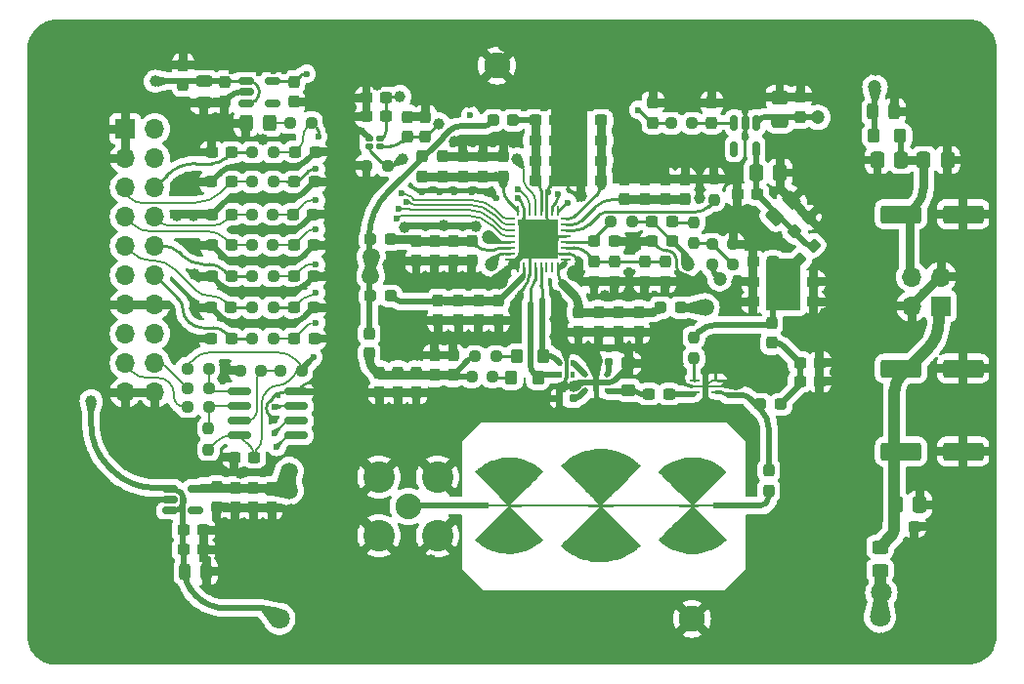
<source format=gbr>
%TF.GenerationSoftware,KiCad,Pcbnew,8.0.9-8.0.9-0~ubuntu22.04.1*%
%TF.CreationDate,2026-02-07T13:45:35+01:00*%
%TF.ProjectId,HW_0008_PrestoLO_2GHz_rev01a,48575f30-3030-4385-9f50-726573746f4c,rev?*%
%TF.SameCoordinates,Original*%
%TF.FileFunction,Copper,L1,Top*%
%TF.FilePolarity,Positive*%
%FSLAX46Y46*%
G04 Gerber Fmt 4.6, Leading zero omitted, Abs format (unit mm)*
G04 Created by KiCad (PCBNEW 8.0.9-8.0.9-0~ubuntu22.04.1) date 2026-02-07 13:45:35*
%MOMM*%
%LPD*%
G01*
G04 APERTURE LIST*
G04 Aperture macros list*
%AMRoundRect*
0 Rectangle with rounded corners*
0 $1 Rounding radius*
0 $2 $3 $4 $5 $6 $7 $8 $9 X,Y pos of 4 corners*
0 Add a 4 corners polygon primitive as box body*
4,1,4,$2,$3,$4,$5,$6,$7,$8,$9,$2,$3,0*
0 Add four circle primitives for the rounded corners*
1,1,$1+$1,$2,$3*
1,1,$1+$1,$4,$5*
1,1,$1+$1,$6,$7*
1,1,$1+$1,$8,$9*
0 Add four rect primitives between the rounded corners*
20,1,$1+$1,$2,$3,$4,$5,0*
20,1,$1+$1,$4,$5,$6,$7,0*
20,1,$1+$1,$6,$7,$8,$9,0*
20,1,$1+$1,$8,$9,$2,$3,0*%
G04 Aperture macros list end*
%TA.AperFunction,EtchedComponent*%
%ADD10C,0.000000*%
%TD*%
%TA.AperFunction,SMDPad,CuDef*%
%ADD11RoundRect,0.237500X0.237500X-0.300000X0.237500X0.300000X-0.237500X0.300000X-0.237500X-0.300000X0*%
%TD*%
%TA.AperFunction,SMDPad,CuDef*%
%ADD12RoundRect,0.237500X-0.250000X-0.237500X0.250000X-0.237500X0.250000X0.237500X-0.250000X0.237500X0*%
%TD*%
%TA.AperFunction,SMDPad,CuDef*%
%ADD13RoundRect,0.237500X0.300000X0.237500X-0.300000X0.237500X-0.300000X-0.237500X0.300000X-0.237500X0*%
%TD*%
%TA.AperFunction,SMDPad,CuDef*%
%ADD14RoundRect,0.237500X-0.300000X-0.237500X0.300000X-0.237500X0.300000X0.237500X-0.300000X0.237500X0*%
%TD*%
%TA.AperFunction,SMDPad,CuDef*%
%ADD15RoundRect,0.237500X-0.237500X0.300000X-0.237500X-0.300000X0.237500X-0.300000X0.237500X0.300000X0*%
%TD*%
%TA.AperFunction,SMDPad,CuDef*%
%ADD16RoundRect,0.250000X-0.350000X0.275000X-0.350000X-0.275000X0.350000X-0.275000X0.350000X0.275000X0*%
%TD*%
%TA.AperFunction,SMDPad,CuDef*%
%ADD17RoundRect,0.237500X0.044194X0.380070X-0.380070X-0.044194X-0.044194X-0.380070X0.380070X0.044194X0*%
%TD*%
%TA.AperFunction,SMDPad,CuDef*%
%ADD18RoundRect,0.250000X-0.325000X-0.450000X0.325000X-0.450000X0.325000X0.450000X-0.325000X0.450000X0*%
%TD*%
%TA.AperFunction,SMDPad,CuDef*%
%ADD19RoundRect,0.237500X0.237500X-0.250000X0.237500X0.250000X-0.237500X0.250000X-0.237500X-0.250000X0*%
%TD*%
%TA.AperFunction,SMDPad,CuDef*%
%ADD20RoundRect,0.237500X-0.237500X0.287500X-0.237500X-0.287500X0.237500X-0.287500X0.237500X0.287500X0*%
%TD*%
%TA.AperFunction,SMDPad,CuDef*%
%ADD21RoundRect,0.237500X0.250000X0.237500X-0.250000X0.237500X-0.250000X-0.237500X0.250000X-0.237500X0*%
%TD*%
%TA.AperFunction,SMDPad,CuDef*%
%ADD22RoundRect,0.250000X-1.500000X-0.550000X1.500000X-0.550000X1.500000X0.550000X-1.500000X0.550000X0*%
%TD*%
%TA.AperFunction,SMDPad,CuDef*%
%ADD23RoundRect,0.237500X-0.237500X0.250000X-0.237500X-0.250000X0.237500X-0.250000X0.237500X0.250000X0*%
%TD*%
%TA.AperFunction,SMDPad,CuDef*%
%ADD24RoundRect,0.250000X0.275000X0.350000X-0.275000X0.350000X-0.275000X-0.350000X0.275000X-0.350000X0*%
%TD*%
%TA.AperFunction,SMDPad,CuDef*%
%ADD25RoundRect,0.250000X-0.475000X0.337500X-0.475000X-0.337500X0.475000X-0.337500X0.475000X0.337500X0*%
%TD*%
%TA.AperFunction,SMDPad,CuDef*%
%ADD26RoundRect,0.250000X0.337500X0.475000X-0.337500X0.475000X-0.337500X-0.475000X0.337500X-0.475000X0*%
%TD*%
%TA.AperFunction,SMDPad,CuDef*%
%ADD27RoundRect,0.250000X-0.337500X-0.475000X0.337500X-0.475000X0.337500X0.475000X-0.337500X0.475000X0*%
%TD*%
%TA.AperFunction,SMDPad,CuDef*%
%ADD28RoundRect,0.160000X0.197500X0.160000X-0.197500X0.160000X-0.197500X-0.160000X0.197500X-0.160000X0*%
%TD*%
%TA.AperFunction,SMDPad,CuDef*%
%ADD29RoundRect,0.243750X0.243750X0.456250X-0.243750X0.456250X-0.243750X-0.456250X0.243750X-0.456250X0*%
%TD*%
%TA.AperFunction,SMDPad,CuDef*%
%ADD30RoundRect,0.237500X-0.035355X-0.371231X0.371231X0.035355X0.035355X0.371231X-0.371231X-0.035355X0*%
%TD*%
%TA.AperFunction,SMDPad,CuDef*%
%ADD31RoundRect,0.150000X-0.512500X-0.150000X0.512500X-0.150000X0.512500X0.150000X-0.512500X0.150000X0*%
%TD*%
%TA.AperFunction,SMDPad,CuDef*%
%ADD32RoundRect,0.250000X-0.097227X0.574524X-0.574524X0.097227X0.097227X-0.574524X0.574524X-0.097227X0*%
%TD*%
%TA.AperFunction,SMDPad,CuDef*%
%ADD33RoundRect,0.237500X-0.287500X-0.237500X0.287500X-0.237500X0.287500X0.237500X-0.287500X0.237500X0*%
%TD*%
%TA.AperFunction,SMDPad,CuDef*%
%ADD34RoundRect,0.237500X0.237500X-0.287500X0.237500X0.287500X-0.237500X0.287500X-0.237500X-0.287500X0*%
%TD*%
%TA.AperFunction,SMDPad,CuDef*%
%ADD35R,0.520000X0.520000*%
%TD*%
%TA.AperFunction,SMDPad,CuDef*%
%ADD36RoundRect,0.160000X0.160000X-0.197500X0.160000X0.197500X-0.160000X0.197500X-0.160000X-0.197500X0*%
%TD*%
%TA.AperFunction,SMDPad,CuDef*%
%ADD37R,0.400000X0.400000*%
%TD*%
%TA.AperFunction,SMDPad,CuDef*%
%ADD38R,0.900000X0.400000*%
%TD*%
%TA.AperFunction,SMDPad,CuDef*%
%ADD39RoundRect,0.062500X-0.375000X-0.062500X0.375000X-0.062500X0.375000X0.062500X-0.375000X0.062500X0*%
%TD*%
%TA.AperFunction,HeatsinkPad*%
%ADD40R,0.600000X1.370000*%
%TD*%
%TA.AperFunction,SMDPad,CuDef*%
%ADD41R,0.300000X0.500000*%
%TD*%
%TA.AperFunction,ComponentPad*%
%ADD42C,2.286000*%
%TD*%
%TA.AperFunction,SMDPad,CuDef*%
%ADD43RoundRect,0.150000X-0.150000X0.512500X-0.150000X-0.512500X0.150000X-0.512500X0.150000X0.512500X0*%
%TD*%
%TA.AperFunction,SMDPad,CuDef*%
%ADD44RoundRect,0.237500X0.287500X0.237500X-0.287500X0.237500X-0.287500X-0.237500X0.287500X-0.237500X0*%
%TD*%
%TA.AperFunction,SMDPad,CuDef*%
%ADD45RoundRect,0.250000X0.450000X-0.325000X0.450000X0.325000X-0.450000X0.325000X-0.450000X-0.325000X0*%
%TD*%
%TA.AperFunction,SMDPad,CuDef*%
%ADD46RoundRect,0.243750X0.456250X-0.243750X0.456250X0.243750X-0.456250X0.243750X-0.456250X-0.243750X0*%
%TD*%
%TA.AperFunction,SMDPad,CuDef*%
%ADD47RoundRect,0.125000X0.175000X0.125000X-0.175000X0.125000X-0.175000X-0.125000X0.175000X-0.125000X0*%
%TD*%
%TA.AperFunction,SMDPad,CuDef*%
%ADD48RoundRect,0.062500X-0.350000X-0.062500X0.350000X-0.062500X0.350000X0.062500X-0.350000X0.062500X0*%
%TD*%
%TA.AperFunction,SMDPad,CuDef*%
%ADD49RoundRect,0.062500X-0.062500X-0.350000X0.062500X-0.350000X0.062500X0.350000X-0.062500X0.350000X0*%
%TD*%
%TA.AperFunction,HeatsinkPad*%
%ADD50C,0.600000*%
%TD*%
%TA.AperFunction,HeatsinkPad*%
%ADD51R,3.500000X3.500000*%
%TD*%
%TA.AperFunction,SMDPad,CuDef*%
%ADD52RoundRect,0.150000X0.825000X0.150000X-0.825000X0.150000X-0.825000X-0.150000X0.825000X-0.150000X0*%
%TD*%
%TA.AperFunction,ComponentPad*%
%ADD53R,1.700000X1.700000*%
%TD*%
%TA.AperFunction,ComponentPad*%
%ADD54O,1.700000X1.700000*%
%TD*%
%TA.AperFunction,ComponentPad*%
%ADD55C,2.240000*%
%TD*%
%TA.AperFunction,ComponentPad*%
%ADD56C,2.740000*%
%TD*%
%TA.AperFunction,ViaPad*%
%ADD57C,1.800000*%
%TD*%
%TA.AperFunction,ViaPad*%
%ADD58C,1.000000*%
%TD*%
%TA.AperFunction,ViaPad*%
%ADD59C,1.500000*%
%TD*%
%TA.AperFunction,ViaPad*%
%ADD60C,0.800000*%
%TD*%
%TA.AperFunction,ViaPad*%
%ADD61C,0.600000*%
%TD*%
%TA.AperFunction,ViaPad*%
%ADD62C,5.000000*%
%TD*%
%TA.AperFunction,ViaPad*%
%ADD63C,0.700000*%
%TD*%
%TA.AperFunction,ViaPad*%
%ADD64C,1.200000*%
%TD*%
%TA.AperFunction,Conductor*%
%ADD65C,0.254000*%
%TD*%
%TA.AperFunction,Conductor*%
%ADD66C,0.507000*%
%TD*%
%TA.AperFunction,Conductor*%
%ADD67C,0.520000*%
%TD*%
%TA.AperFunction,Conductor*%
%ADD68C,0.508000*%
%TD*%
%TA.AperFunction,Conductor*%
%ADD69C,1.000000*%
%TD*%
%TA.AperFunction,Conductor*%
%ADD70C,0.200000*%
%TD*%
%TA.AperFunction,Conductor*%
%ADD71C,0.300000*%
%TD*%
%TA.AperFunction,Conductor*%
%ADD72C,0.762000*%
%TD*%
%TA.AperFunction,Conductor*%
%ADD73C,0.381000*%
%TD*%
G04 APERTURE END LIST*
D10*
%TA.AperFunction,EtchedComponent*%
%TO.C,TL101*%
G36*
X113205445Y-70784698D02*
G01*
X113332581Y-70785140D01*
X113437003Y-70785862D01*
X113522787Y-70787087D01*
X113594014Y-70789036D01*
X113654761Y-70791931D01*
X113709107Y-70795992D01*
X113761129Y-70801441D01*
X113814908Y-70808499D01*
X113874520Y-70817388D01*
X113910021Y-70822941D01*
X114003385Y-70838991D01*
X114107846Y-70859183D01*
X114218445Y-70882354D01*
X114330223Y-70907343D01*
X114438221Y-70932988D01*
X114537478Y-70958126D01*
X114623037Y-70981596D01*
X114689937Y-71002236D01*
X114717347Y-71012102D01*
X114759761Y-71028345D01*
X114818527Y-71050370D01*
X114884789Y-71074876D01*
X114930871Y-71091730D01*
X115110306Y-71163690D01*
X115301393Y-71252482D01*
X115498140Y-71354777D01*
X115694554Y-71467244D01*
X115884644Y-71586554D01*
X116062417Y-71709377D01*
X116122002Y-71753627D01*
X116183473Y-71801522D01*
X116251399Y-71856632D01*
X116322665Y-71916197D01*
X116394157Y-71977460D01*
X116462760Y-72037663D01*
X116525362Y-72094047D01*
X116578848Y-72143855D01*
X116620104Y-72184328D01*
X116646016Y-72212710D01*
X116653498Y-72224369D01*
X116644774Y-72235664D01*
X116618345Y-72264613D01*
X116575466Y-72309935D01*
X116517389Y-72370348D01*
X116445367Y-72444572D01*
X116360654Y-72531327D01*
X116264502Y-72629330D01*
X116158164Y-72737301D01*
X116042894Y-72853960D01*
X115919945Y-72978025D01*
X115790569Y-73108215D01*
X115695640Y-73203524D01*
X115542327Y-73357346D01*
X115380352Y-73519937D01*
X115212553Y-73688443D01*
X115041767Y-73860010D01*
X114870835Y-74031786D01*
X114702593Y-74200916D01*
X114539882Y-74364548D01*
X114385538Y-74519827D01*
X114242402Y-74663901D01*
X114113311Y-74793916D01*
X114030717Y-74877160D01*
X113327521Y-75586129D01*
X115247542Y-75589524D01*
X115518200Y-75589943D01*
X115811110Y-75590288D01*
X116121922Y-75590558D01*
X116446286Y-75590754D01*
X116779853Y-75590876D01*
X117118273Y-75590923D01*
X117457197Y-75590897D01*
X117792273Y-75590795D01*
X118119153Y-75590620D01*
X118433487Y-75590370D01*
X118730925Y-75590045D01*
X119007117Y-75589647D01*
X119078850Y-75589524D01*
X120990137Y-75586129D01*
X120360495Y-74950099D01*
X120242768Y-74831293D01*
X120109476Y-74696980D01*
X119964018Y-74550579D01*
X119809798Y-74395504D01*
X119650218Y-74235175D01*
X119488679Y-74073007D01*
X119328582Y-73912418D01*
X119173331Y-73756824D01*
X119026326Y-73609644D01*
X118950501Y-73533798D01*
X118830632Y-73413791D01*
X118716383Y-73299113D01*
X118609154Y-73191189D01*
X118510347Y-73091443D01*
X118421364Y-73001300D01*
X118343604Y-72922183D01*
X118278471Y-72855517D01*
X118227364Y-72802726D01*
X118191685Y-72765233D01*
X118172835Y-72744463D01*
X118170147Y-72740711D01*
X118179775Y-72724587D01*
X118203322Y-72702090D01*
X118206988Y-72699168D01*
X118232930Y-72677139D01*
X118271457Y-72642277D01*
X118316047Y-72600535D01*
X118337605Y-72579886D01*
X118478421Y-72454469D01*
X118645449Y-72324875D01*
X118833280Y-72194660D01*
X118913789Y-72141689D01*
X118977059Y-72100648D01*
X119028085Y-72068514D01*
X119071860Y-72042264D01*
X119113381Y-72018877D01*
X119157640Y-71995330D01*
X119191816Y-71977702D01*
X119450958Y-71854547D01*
X119710966Y-71750721D01*
X119977742Y-71664298D01*
X120257187Y-71593353D01*
X120534651Y-71539400D01*
X120600292Y-71528591D01*
X120657383Y-71520164D01*
X120710748Y-71513828D01*
X120765210Y-71509290D01*
X120825593Y-71506257D01*
X120896719Y-71504439D01*
X120983411Y-71503541D01*
X121090494Y-71503273D01*
X121130801Y-71503272D01*
X121246036Y-71503487D01*
X121339270Y-71504237D01*
X121415296Y-71505809D01*
X121478905Y-71508491D01*
X121534889Y-71512570D01*
X121588040Y-71518336D01*
X121643149Y-71526074D01*
X121705009Y-71536072D01*
X121720324Y-71538659D01*
X122062221Y-71608149D01*
X122387072Y-71697769D01*
X122695880Y-71807849D01*
X122989650Y-71938716D01*
X123080010Y-71984705D01*
X123136430Y-72015693D01*
X123204732Y-72055299D01*
X123278767Y-72099737D01*
X123352386Y-72145222D01*
X123419438Y-72187970D01*
X123473774Y-72224196D01*
X123502004Y-72244443D01*
X123533820Y-72268304D01*
X123579571Y-72302225D01*
X123631533Y-72340492D01*
X123656065Y-72358470D01*
X123691313Y-72385740D01*
X123738177Y-72424110D01*
X123792962Y-72470326D01*
X123851972Y-72521132D01*
X123911511Y-72573272D01*
X123967883Y-72623492D01*
X124017392Y-72668535D01*
X124056343Y-72705146D01*
X124081039Y-72730070D01*
X124087861Y-72738808D01*
X124078938Y-72748964D01*
X124052135Y-72777053D01*
X124008485Y-72822030D01*
X123949021Y-72882848D01*
X123874775Y-72958464D01*
X123786780Y-73047830D01*
X123686070Y-73149901D01*
X123573676Y-73263632D01*
X123450632Y-73387977D01*
X123317970Y-73521890D01*
X123176723Y-73664326D01*
X123027923Y-73814239D01*
X122872604Y-73970583D01*
X122711797Y-74132314D01*
X122678200Y-74166087D01*
X121265434Y-75586129D01*
X122109088Y-75589578D01*
X122952742Y-75593027D01*
X122952742Y-75693302D01*
X122952742Y-75793577D01*
X122108073Y-75797026D01*
X121263403Y-75800475D01*
X122412846Y-76953372D01*
X122564758Y-77105760D01*
X122715338Y-77256847D01*
X122863054Y-77405094D01*
X123006371Y-77548961D01*
X123143757Y-77686907D01*
X123273678Y-77817393D01*
X123394601Y-77938877D01*
X123504993Y-78049820D01*
X123603320Y-78148681D01*
X123688049Y-78233919D01*
X123757648Y-78303996D01*
X123810581Y-78357370D01*
X123829339Y-78376321D01*
X124096390Y-78646372D01*
X124016960Y-78717147D01*
X123964873Y-78763970D01*
X123906381Y-78817163D01*
X123857083Y-78862500D01*
X123808921Y-78904667D01*
X123746043Y-78956146D01*
X123673960Y-79012773D01*
X123598185Y-79070381D01*
X123524229Y-79124805D01*
X123457606Y-79171880D01*
X123403828Y-79207440D01*
X123387744Y-79217162D01*
X123342404Y-79244229D01*
X123286431Y-79278703D01*
X123231611Y-79313323D01*
X123229396Y-79314745D01*
X123184098Y-79341730D01*
X123121468Y-79376149D01*
X123048532Y-79414277D01*
X122972317Y-79452393D01*
X122941369Y-79467336D01*
X122660343Y-79590831D01*
X122382285Y-79690978D01*
X122102103Y-79769075D01*
X121814705Y-79826423D01*
X121514998Y-79864319D01*
X121331751Y-79878000D01*
X121048193Y-79882619D01*
X120756151Y-79865423D01*
X120461009Y-79827385D01*
X120168156Y-79769474D01*
X119882978Y-79692664D01*
X119610862Y-79597925D01*
X119481924Y-79544373D01*
X119405763Y-79509895D01*
X119324641Y-79471504D01*
X119243536Y-79431723D01*
X119167427Y-79393076D01*
X119101292Y-79358087D01*
X119050110Y-79329278D01*
X119020833Y-79310641D01*
X118988758Y-79289055D01*
X118943182Y-79260451D01*
X118893927Y-79230994D01*
X118893565Y-79230783D01*
X118837066Y-79195159D01*
X118765737Y-79146020D01*
X118684957Y-79087446D01*
X118600105Y-79023512D01*
X118516560Y-78958297D01*
X118439702Y-78895878D01*
X118374909Y-78840332D01*
X118356729Y-78823871D01*
X118308348Y-78779449D01*
X118261761Y-78737007D01*
X118224108Y-78703035D01*
X118210845Y-78691238D01*
X118164465Y-78650363D01*
X118297923Y-78509875D01*
X118323665Y-78483262D01*
X118367104Y-78438955D01*
X118426992Y-78378206D01*
X118502084Y-78302269D01*
X118591134Y-78212400D01*
X118692895Y-78109851D01*
X118806123Y-77995878D01*
X118929570Y-77871733D01*
X119061990Y-77738672D01*
X119202139Y-77597947D01*
X119348768Y-77450814D01*
X119500633Y-77298526D01*
X119656487Y-77142337D01*
X119713795Y-77084931D01*
X120996209Y-75800475D01*
X119073024Y-75797080D01*
X118802150Y-75796662D01*
X118509018Y-75796317D01*
X118197975Y-75796047D01*
X117873367Y-75795850D01*
X117539540Y-75795729D01*
X117200841Y-75795681D01*
X116861616Y-75795707D01*
X116526212Y-75795808D01*
X116198976Y-75795983D01*
X115884253Y-75796232D01*
X115586390Y-75796556D01*
X115309733Y-75796953D01*
X115235292Y-75797080D01*
X113320744Y-75800475D01*
X113943990Y-76423418D01*
X114240627Y-76719970D01*
X114518542Y-76997928D01*
X114778020Y-77257581D01*
X115019348Y-77499217D01*
X115242812Y-77723124D01*
X115448698Y-77929592D01*
X115637292Y-78118909D01*
X115808881Y-78291362D01*
X115963751Y-78447242D01*
X116102188Y-78586836D01*
X116224478Y-78710432D01*
X116330907Y-78818320D01*
X116421762Y-78910788D01*
X116497328Y-78988124D01*
X116557893Y-79050617D01*
X116603741Y-79098555D01*
X116635160Y-79132227D01*
X116652436Y-79151921D01*
X116656283Y-79157687D01*
X116647137Y-79169754D01*
X116622576Y-79195400D01*
X116586982Y-79230150D01*
X116565901Y-79250021D01*
X116515194Y-79297320D01*
X116462169Y-79346846D01*
X116416682Y-79389391D01*
X116408491Y-79397063D01*
X116367561Y-79432926D01*
X116309413Y-79480518D01*
X116238805Y-79536238D01*
X116160494Y-79596486D01*
X116079238Y-79657663D01*
X115999795Y-79716167D01*
X115926923Y-79768400D01*
X115865379Y-79810761D01*
X115839135Y-79827881D01*
X115670985Y-79930935D01*
X115504731Y-80026008D01*
X115344403Y-80111013D01*
X115194030Y-80183864D01*
X115057641Y-80242474D01*
X114988449Y-80268447D01*
X114921717Y-80292239D01*
X114845284Y-80319954D01*
X114774504Y-80346020D01*
X114767405Y-80348666D01*
X114716463Y-80366159D01*
X114646359Y-80388102D01*
X114563932Y-80412464D01*
X114476017Y-80437217D01*
X114405696Y-80456100D01*
X114083494Y-80527443D01*
X113750105Y-80576052D01*
X113408783Y-80601761D01*
X113062784Y-80604404D01*
X112715362Y-80583814D01*
X112469884Y-80555039D01*
X112228584Y-80513206D01*
X111980790Y-80455913D01*
X111731700Y-80384966D01*
X111486512Y-80302166D01*
X111250423Y-80209319D01*
X111028631Y-80108226D01*
X110826333Y-80000694D01*
X110761814Y-79962309D01*
X110699682Y-79924293D01*
X110638664Y-79887141D01*
X110586351Y-79855467D01*
X110554166Y-79836157D01*
X110495945Y-79798702D01*
X110422217Y-79746931D01*
X110337479Y-79684348D01*
X110246230Y-79614462D01*
X110152967Y-79540779D01*
X110062189Y-79466806D01*
X109978391Y-79396049D01*
X109906074Y-79332015D01*
X109897732Y-79324351D01*
X109841269Y-79271984D01*
X109792043Y-79225900D01*
X109753283Y-79189158D01*
X109728219Y-79164815D01*
X109720068Y-79156103D01*
X109729005Y-79145995D01*
X109755932Y-79117896D01*
X109799896Y-79072768D01*
X109859945Y-79011569D01*
X109935128Y-78935260D01*
X110024493Y-78844801D01*
X110127088Y-78741152D01*
X110241960Y-78625272D01*
X110368159Y-78498123D01*
X110504731Y-78360663D01*
X110650726Y-78213852D01*
X110805191Y-78058652D01*
X110967174Y-77896021D01*
X111135724Y-77726920D01*
X111309888Y-77552308D01*
X111387457Y-77474578D01*
X113058354Y-75800475D01*
X111139778Y-75797080D01*
X110869032Y-75796661D01*
X110575913Y-75796316D01*
X110264785Y-75796045D01*
X109940012Y-75795849D01*
X109605960Y-75795728D01*
X109266992Y-75795681D01*
X108927473Y-75795708D01*
X108591768Y-75795810D01*
X108264241Y-75795986D01*
X107949257Y-75796237D01*
X107651180Y-75796562D01*
X107374375Y-75796962D01*
X107305134Y-75797080D01*
X105389065Y-75800475D01*
X106802983Y-77219849D01*
X106964908Y-77382478D01*
X107121548Y-77539955D01*
X107271871Y-77691232D01*
X107414844Y-77835266D01*
X107549433Y-77971009D01*
X107674605Y-78097416D01*
X107789327Y-78213441D01*
X107892566Y-78318038D01*
X107983290Y-78410161D01*
X108060465Y-78488765D01*
X108123058Y-78552804D01*
X108170035Y-78601232D01*
X108200365Y-78633002D01*
X108213014Y-78647069D01*
X108213329Y-78647673D01*
X108200163Y-78663466D01*
X108169622Y-78693137D01*
X108125164Y-78733717D01*
X108070248Y-78782237D01*
X108008332Y-78835727D01*
X107942875Y-78891220D01*
X107877336Y-78945746D01*
X107815173Y-78996336D01*
X107759845Y-79040021D01*
X107728801Y-79063593D01*
X107454860Y-79250756D01*
X107168826Y-79414768D01*
X106872239Y-79554993D01*
X106566639Y-79670793D01*
X106253564Y-79761529D01*
X105934554Y-79826566D01*
X105858649Y-79838086D01*
X105520514Y-79872915D01*
X105184884Y-79881184D01*
X104852252Y-79862938D01*
X104523111Y-79818223D01*
X104197953Y-79747086D01*
X103887931Y-79653263D01*
X103774800Y-79611695D01*
X103653455Y-79562633D01*
X103529772Y-79508789D01*
X103409629Y-79452874D01*
X103298901Y-79397602D01*
X103203466Y-79345683D01*
X103145833Y-79310816D01*
X103094816Y-79278584D01*
X103037097Y-79243005D01*
X103005168Y-79223736D01*
X102966460Y-79198737D01*
X102912217Y-79161155D01*
X102847596Y-79114824D01*
X102777756Y-79063577D01*
X102707856Y-79011249D01*
X102643055Y-78961673D01*
X102588510Y-78918683D01*
X102549379Y-78886114D01*
X102542015Y-78879501D01*
X102514008Y-78853977D01*
X102472704Y-78816732D01*
X102424843Y-78773832D01*
X102398001Y-78749877D01*
X102355160Y-78710794D01*
X102321057Y-78677938D01*
X102299935Y-78655504D01*
X102295147Y-78648221D01*
X102298129Y-78642632D01*
X102307572Y-78630804D01*
X102324221Y-78611982D01*
X102348822Y-78585412D01*
X102382118Y-78550339D01*
X102424857Y-78506007D01*
X102477782Y-78451662D01*
X102541640Y-78386549D01*
X102617175Y-78309913D01*
X102705133Y-78220999D01*
X102806258Y-78119053D01*
X102921297Y-78003319D01*
X103050994Y-77873042D01*
X103196094Y-77727469D01*
X103357343Y-77565843D01*
X103535486Y-77387410D01*
X103731267Y-77191415D01*
X103899645Y-77022917D01*
X105128074Y-75793777D01*
X104280967Y-75793777D01*
X103433860Y-75793777D01*
X103433860Y-75693403D01*
X103433860Y-75593029D01*
X104274013Y-75589579D01*
X105114165Y-75586129D01*
X104411328Y-74876130D01*
X104271516Y-74735045D01*
X104116998Y-74579390D01*
X103952044Y-74413449D01*
X103780924Y-74241510D01*
X103607909Y-74067859D01*
X103437267Y-73896781D01*
X103273270Y-73732563D01*
X103120187Y-73579490D01*
X103001819Y-73461326D01*
X102887795Y-73347435D01*
X102779470Y-73238914D01*
X102678321Y-73137259D01*
X102585823Y-73043970D01*
X102503452Y-72960544D01*
X102432684Y-72888481D01*
X102374994Y-72829278D01*
X102331858Y-72784435D01*
X102304751Y-72755449D01*
X102295151Y-72743819D01*
X102295147Y-72743776D01*
X102304500Y-72730112D01*
X102329848Y-72702867D01*
X102367123Y-72666220D01*
X102404528Y-72631365D01*
X102452150Y-72587745D01*
X102494982Y-72548103D01*
X102527534Y-72517542D01*
X102541843Y-72503707D01*
X102565632Y-72482584D01*
X102607282Y-72449138D01*
X102667762Y-72402630D01*
X102748036Y-72342319D01*
X102849070Y-72267463D01*
X102870467Y-72251702D01*
X102921635Y-72215282D01*
X102974004Y-72179996D01*
X103016543Y-72153270D01*
X103017830Y-72152516D01*
X103065535Y-72123598D01*
X103119225Y-72089546D01*
X103145833Y-72072055D01*
X103203035Y-72037420D01*
X103280247Y-71995969D01*
X103372315Y-71950084D01*
X103474083Y-71902146D01*
X103580396Y-71854536D01*
X103686100Y-71809635D01*
X103786039Y-71769824D01*
X103855854Y-71744123D01*
X104119718Y-71660196D01*
X104392297Y-71591338D01*
X104659651Y-71539192D01*
X104725091Y-71528332D01*
X104781852Y-71519866D01*
X104834741Y-71513502D01*
X104888564Y-71508949D01*
X104948127Y-71505917D01*
X105018236Y-71504112D01*
X105103696Y-71503245D01*
X105209313Y-71503023D01*
X105255801Y-71503048D01*
X105370880Y-71503327D01*
X105463947Y-71504121D01*
X105539786Y-71505723D01*
X105603177Y-71508423D01*
X105658903Y-71512515D01*
X105711745Y-71518288D01*
X105766485Y-71526036D01*
X105827904Y-71536050D01*
X105845253Y-71539009D01*
X105984828Y-71565339D01*
X106132964Y-71597538D01*
X106282537Y-71633796D01*
X106426423Y-71672303D01*
X106557497Y-71711250D01*
X106662447Y-71746568D01*
X106870389Y-71828567D01*
X107076311Y-71922175D01*
X107274326Y-72024317D01*
X107458552Y-72131920D01*
X107623105Y-72241910D01*
X107653797Y-72264416D01*
X107705200Y-72302672D01*
X107763867Y-72346208D01*
X107807699Y-72378650D01*
X107838442Y-72402826D01*
X107881358Y-72438543D01*
X107932689Y-72482464D01*
X107988678Y-72531247D01*
X108045567Y-72581556D01*
X108099599Y-72630051D01*
X108147016Y-72673393D01*
X108184060Y-72708244D01*
X108206975Y-72731264D01*
X108212542Y-72738379D01*
X108203581Y-72748585D01*
X108176741Y-72776723D01*
X108133055Y-72821748D01*
X108073555Y-72882614D01*
X107999276Y-72958275D01*
X107911249Y-73047684D01*
X107810507Y-73149796D01*
X107698085Y-73263565D01*
X107575015Y-73387944D01*
X107442329Y-73521887D01*
X107301062Y-73664349D01*
X107152246Y-73814284D01*
X106996913Y-73970645D01*
X106836098Y-74132386D01*
X106802573Y-74166087D01*
X105389820Y-75586129D01*
X107305511Y-75589524D01*
X107576114Y-75589944D01*
X107869123Y-75590289D01*
X108180165Y-75590559D01*
X108504869Y-75590755D01*
X108838864Y-75590877D01*
X109177777Y-75590923D01*
X109517238Y-75590896D01*
X109852875Y-75590793D01*
X110180316Y-75590616D01*
X110495190Y-75590365D01*
X110793125Y-75590038D01*
X111069749Y-75589638D01*
X111136145Y-75589524D01*
X113051088Y-75586129D01*
X112701141Y-75231118D01*
X112648563Y-75177882D01*
X112578558Y-75107163D01*
X112492611Y-75020454D01*
X112392208Y-74919251D01*
X112278833Y-74805049D01*
X112153972Y-74679342D01*
X112019111Y-74543625D01*
X111875735Y-74399393D01*
X111725329Y-74248141D01*
X111569379Y-74091363D01*
X111409371Y-73930554D01*
X111246789Y-73767209D01*
X111083119Y-73602823D01*
X111031722Y-73551212D01*
X109712251Y-72226317D01*
X109764802Y-72178868D01*
X109794680Y-72151672D01*
X109838599Y-72111420D01*
X109890945Y-72063268D01*
X109946107Y-72012371D01*
X109953266Y-72005753D01*
X110053427Y-71918001D01*
X110169695Y-71824311D01*
X110297296Y-71727960D01*
X110431455Y-71632223D01*
X110567397Y-71540376D01*
X110700347Y-71455696D01*
X110825532Y-71381457D01*
X110938175Y-71320937D01*
X110982858Y-71299349D01*
X111029936Y-71277408D01*
X111091687Y-71248411D01*
X111158598Y-71216832D01*
X111198912Y-71197724D01*
X111400492Y-71110460D01*
X111622542Y-71029697D01*
X111859167Y-70957164D01*
X112104472Y-70894591D01*
X112352561Y-70843707D01*
X112475329Y-70823263D01*
X112545533Y-70812639D01*
X112605610Y-70804104D01*
X112659707Y-70797439D01*
X112711973Y-70792425D01*
X112766557Y-70788843D01*
X112827606Y-70786473D01*
X112899269Y-70785096D01*
X112985694Y-70784494D01*
X113091030Y-70784447D01*
X113205445Y-70784698D01*
G37*
%TD.AperFunction*%
%TD*%
D11*
%TO.P,C158,1*%
%TO.N,GND*%
X98800000Y-54462500D03*
%TO.P,C158,2*%
%TO.N,Net-(U105-V_{p})*%
X98800000Y-52737500D03*
%TD*%
%TO.P,C145,1*%
%TO.N,GND*%
X99100000Y-59600000D03*
%TO.P,C145,2*%
%TO.N,Net-(U105-AV_{DD})*%
X99100000Y-57875000D03*
%TD*%
%TO.P,C128,1*%
%TO.N,GND*%
X83100000Y-75862500D03*
%TO.P,C128,2*%
%TO.N,3V3_ADF*%
X83100000Y-74137500D03*
%TD*%
D12*
%TO.P,R126,1*%
%TO.N,Net-(R122-Pad2)*%
X122837500Y-53000000D03*
%TO.P,R126,2*%
%TO.N,GND*%
X124662500Y-53000000D03*
%TD*%
D13*
%TO.P,C198,1*%
%TO.N,GND*%
X131612500Y-58000000D03*
%TO.P,C198,2*%
%TO.N,Net-(C195-Pad2)*%
X129887500Y-58000000D03*
%TD*%
D14*
%TO.P,C175,1*%
%TO.N,GND*%
X111500000Y-45750000D03*
%TO.P,C175,2*%
%TO.N,Net-(U105-V_{REF})*%
X113225000Y-45750000D03*
%TD*%
D12*
%TO.P,R129,1*%
%TO.N,Net-(C170-Pad2)*%
X101987500Y-64500000D03*
%TO.P,R129,2*%
%TO.N,Net-(L101-Pad2)*%
X103812500Y-64500000D03*
%TD*%
D15*
%TO.P,C156,1*%
%TO.N,GND*%
X98000000Y-41937500D03*
%TO.P,C156,2*%
%TO.N,Net-(U104-VDD)*%
X98000000Y-43662500D03*
%TD*%
%TO.P,C190,1*%
%TO.N,GND*%
X130500000Y-40237500D03*
%TO.P,C190,2*%
%TO.N,/5V6*%
X130500000Y-41962500D03*
%TD*%
D14*
%TO.P,C178,1*%
%TO.N,GND*%
X111500000Y-44000000D03*
%TO.P,C178,2*%
%TO.N,Net-(U105-V_{REF})*%
X113225000Y-44000000D03*
%TD*%
D11*
%TO.P,C164,1*%
%TO.N,GND*%
X97200000Y-54462500D03*
%TO.P,C164,2*%
%TO.N,Net-(U105-V_{p})*%
X97200000Y-52737500D03*
%TD*%
D15*
%TO.P,C170,1*%
%TO.N,GND*%
X100400000Y-62637500D03*
%TO.P,C170,2*%
%TO.N,Net-(C170-Pad2)*%
X100400000Y-64362500D03*
%TD*%
D16*
%TO.P,L103,1*%
%TO.N,GND*%
X115600000Y-63350000D03*
%TO.P,L103,2*%
%TO.N,Net-(TR101-MI)*%
X115600000Y-65650000D03*
%TD*%
D17*
%TO.P,C196,1*%
%TO.N,GND*%
X131209880Y-50690120D03*
%TO.P,C196,2*%
%TO.N,Net-(U108-VOUT)*%
X129990120Y-51909880D03*
%TD*%
D18*
%TO.P,D101,1,K*%
%TO.N,GND*%
X82450000Y-42500000D03*
%TO.P,D101,2,A*%
%TO.N,Net-(D101-A)*%
X84500000Y-42500000D03*
%TD*%
D19*
%TO.P,R127,1*%
%TO.N,3V3_ADF*%
X79200000Y-70812500D03*
%TO.P,R127,2*%
%TO.N,Net-(U106-SCL)*%
X79200000Y-68987500D03*
%TD*%
D20*
%TO.P,FB109,1*%
%TO.N,3V3_ADF*%
X97750000Y-45375000D03*
%TO.P,FB109,2*%
%TO.N,Net-(U105-SDV_{DD})*%
X97750000Y-47125000D03*
%TD*%
D21*
%TO.P,R125,1*%
%TO.N,Net-(U105-CP_{OUT})*%
X115912500Y-51000000D03*
%TO.P,R125,2*%
%TO.N,Net-(U105-V_{TUNE})*%
X114087500Y-51000000D03*
%TD*%
D12*
%TO.P,R108,1*%
%TO.N,CE*%
X82975000Y-58500000D03*
%TO.P,R108,2*%
%TO.N,Net-(U105-CE)*%
X84800000Y-58500000D03*
%TD*%
D11*
%TO.P,C143,1*%
%TO.N,GND*%
X111250000Y-60612500D03*
%TO.P,C143,2*%
%TO.N,Net-(C143-Pad2)*%
X111250000Y-58887500D03*
%TD*%
D22*
%TO.P,C115,1*%
%TO.N,Net-(J102-Pin_1)*%
X139200000Y-71000000D03*
%TO.P,C115,2*%
%TO.N,GND*%
X144600000Y-71000000D03*
%TD*%
D23*
%TO.P,R138,1*%
%TO.N,Net-(C195-Pad2)*%
X121250000Y-61087500D03*
%TO.P,R138,2*%
%TO.N,Net-(U109-EN)*%
X121250000Y-62912500D03*
%TD*%
D24*
%TO.P,L101,1*%
%TO.N,Net-(U105-RF_{OUT}A+)*%
X107750000Y-64600000D03*
%TO.P,L101,2*%
%TO.N,Net-(L101-Pad2)*%
X105450000Y-64600000D03*
%TD*%
D19*
%TO.P,R115,1*%
%TO.N,Net-(U105-R_{SET})*%
X123000000Y-49162500D03*
%TO.P,R115,2*%
%TO.N,GND*%
X123000000Y-47337500D03*
%TD*%
D25*
%TO.P,C188,1*%
%TO.N,GND*%
X128700000Y-40262500D03*
%TO.P,C188,2*%
%TO.N,/5V6*%
X128700000Y-42337500D03*
%TD*%
D26*
%TO.P,C192,1*%
%TO.N,GND*%
X128737500Y-46800000D03*
%TO.P,C192,2*%
%TO.N,Net-(U108-VOUT)*%
X126662500Y-46800000D03*
%TD*%
D11*
%TO.P,C176,1*%
%TO.N,GND*%
X117000000Y-56250000D03*
%TO.P,C176,2*%
%TO.N,Net-(U105-TEMP)*%
X117000000Y-54525000D03*
%TD*%
D13*
%TO.P,C153,1*%
%TO.N,GND*%
X109225000Y-45750000D03*
%TO.P,C153,2*%
%TO.N,Net-(U105-DV_{DD})*%
X107500000Y-45750000D03*
%TD*%
D14*
%TO.P,C111,1*%
%TO.N,GND*%
X79475000Y-45037500D03*
%TO.P,C111,2*%
%TO.N,LD*%
X81200000Y-45037500D03*
%TD*%
%TO.P,C140,1*%
%TO.N,GND*%
X92887500Y-40300000D03*
%TO.P,C140,2*%
%TO.N,Net-(U104-VC)*%
X94612500Y-40300000D03*
%TD*%
D13*
%TO.P,C166,1*%
%TO.N,GND*%
X109225000Y-42250000D03*
%TO.P,C166,2*%
%TO.N,Net-(U105-DV_{DD})*%
X107500000Y-42250000D03*
%TD*%
D11*
%TO.P,C172,1*%
%TO.N,GND*%
X118750000Y-56250000D03*
%TO.P,C172,2*%
%TO.N,Net-(U105-TEMP)*%
X118750000Y-54525000D03*
%TD*%
D27*
%TO.P,C135,1*%
%TO.N,GND*%
X137162500Y-45700000D03*
%TO.P,C135,2*%
%TO.N,Net-(J102-Pin_4)*%
X139237500Y-45700000D03*
%TD*%
D14*
%TO.P,C106,1*%
%TO.N,GND*%
X79437500Y-47600000D03*
%TO.P,C106,2*%
%TO.N,Mute_RF*%
X81162500Y-47600000D03*
%TD*%
%TO.P,C174,1*%
%TO.N,GND*%
X117637500Y-52750000D03*
%TO.P,C174,2*%
%TO.N,Net-(U105-CP_{OUT})*%
X119362500Y-52750000D03*
%TD*%
D28*
%TO.P,R137,1*%
%TO.N,Net-(TR101-HI)*%
X110797500Y-66400000D03*
%TO.P,R137,2*%
%TO.N,GND*%
X109602500Y-66400000D03*
%TD*%
D11*
%TO.P,C125,1*%
%TO.N,GND*%
X79900000Y-75825000D03*
%TO.P,C125,2*%
%TO.N,3V3_ADF*%
X79900000Y-74100000D03*
%TD*%
D13*
%TO.P,C129,1*%
%TO.N,GND*%
X88362500Y-61200000D03*
%TO.P,C129,2*%
%TO.N,Net-(U105-MUXOUT)*%
X86637500Y-61200000D03*
%TD*%
D14*
%TO.P,C171,1*%
%TO.N,GND*%
X111500000Y-47500000D03*
%TO.P,C171,2*%
%TO.N,Net-(U105-V_{REF})*%
X113225000Y-47500000D03*
%TD*%
D29*
%TO.P,C104,1*%
%TO.N,GND*%
X79037500Y-81400000D03*
%TO.P,C104,2*%
%TO.N,/3V8*%
X77162500Y-81400000D03*
%TD*%
D12*
%TO.P,R104,1*%
%TO.N,LD*%
X83012500Y-45037500D03*
%TO.P,R104,2*%
%TO.N,Net-(U105-LD)*%
X84837500Y-45037500D03*
%TD*%
%TO.P,R133,1*%
%TO.N,Net-(C170-Pad2)*%
X102287500Y-62750000D03*
%TO.P,R133,2*%
%TO.N,Net-(L102-Pad2)*%
X104112500Y-62750000D03*
%TD*%
D30*
%TO.P,FB111,1*%
%TO.N,Net-(C195-Pad2)*%
X130381282Y-54368718D03*
%TO.P,FB111,2*%
%TO.N,Net-(U108-VOUT)*%
X131618718Y-53131282D03*
%TD*%
D31*
%TO.P,U102,1,VIN*%
%TO.N,/3V8*%
X82462500Y-38850000D03*
%TO.P,U102,2,GND*%
%TO.N,GND*%
X82462500Y-39800000D03*
%TO.P,U102,3,EN*%
%TO.N,/3V8*%
X82462500Y-40750000D03*
%TO.P,U102,4,NC*%
%TO.N,unconnected-(U102-NC-Pad4)*%
X84737500Y-40750000D03*
%TO.P,U102,5,VOUT*%
%TO.N,3V3_VCTCXO*%
X84737500Y-38850000D03*
%TD*%
D13*
%TO.P,C139,1*%
%TO.N,GND*%
X88337500Y-53100000D03*
%TO.P,C139,2*%
%TO.N,Net-(U105-DATA)*%
X86612500Y-53100000D03*
%TD*%
D15*
%TO.P,C147,1*%
%TO.N,GND*%
X104750000Y-45387500D03*
%TO.P,C147,2*%
%TO.N,Net-(U105-SDV_{DD})*%
X104750000Y-47112500D03*
%TD*%
%TO.P,C186,1*%
%TO.N,GND*%
X98800000Y-62637500D03*
%TO.P,C186,2*%
%TO.N,Net-(C170-Pad2)*%
X98800000Y-64362500D03*
%TD*%
D11*
%TO.P,C150,1*%
%TO.N,GND*%
X113000000Y-60612500D03*
%TO.P,C150,2*%
%TO.N,Net-(C143-Pad2)*%
X113000000Y-58887500D03*
%TD*%
D32*
%TO.P,C199,1*%
%TO.N,GND*%
X129733623Y-49166377D03*
%TO.P,C199,2*%
%TO.N,Net-(U108-VOUT)*%
X128266377Y-50633623D03*
%TD*%
D13*
%TO.P,C180,1*%
%TO.N,Net-(C180-Pad1)*%
X119362500Y-51000000D03*
%TO.P,C180,2*%
%TO.N,Net-(U105-CP_{OUT})*%
X117637500Y-51000000D03*
%TD*%
D15*
%TO.P,C148,1*%
%TO.N,GND*%
X120500000Y-47387500D03*
%TO.P,C148,2*%
%TO.N,Net-(U105-V_{COM})*%
X120500000Y-49112500D03*
%TD*%
D11*
%TO.P,C165,1*%
%TO.N,GND*%
X104350000Y-59600000D03*
%TO.P,C165,2*%
%TO.N,Net-(U105-AV_{DD})*%
X104350000Y-57875000D03*
%TD*%
D13*
%TO.P,C201,1*%
%TO.N,GND*%
X132162500Y-63300000D03*
%TO.P,C201,2*%
%TO.N,Net-(C197-Pad2)*%
X130437500Y-63300000D03*
%TD*%
D14*
%TO.P,C182,1*%
%TO.N,GND*%
X111500000Y-42250000D03*
%TO.P,C182,2*%
%TO.N,Net-(U105-V_{REF})*%
X113225000Y-42250000D03*
%TD*%
D12*
%TO.P,R122,1*%
%TO.N,Net-(U105-SW)*%
X122837500Y-54750000D03*
%TO.P,R122,2*%
%TO.N,Net-(R122-Pad2)*%
X124662500Y-54750000D03*
%TD*%
D14*
%TO.P,C204,1*%
%TO.N,GND*%
X126387500Y-54500000D03*
%TO.P,C204,2*%
%TO.N,Net-(C195-Pad2)*%
X128112500Y-54500000D03*
%TD*%
D21*
%TO.P,R134,1*%
%TO.N,Net-(U106-WP)*%
X83762500Y-63950000D03*
%TO.P,R134,2*%
%TO.N,GND*%
X81937500Y-63950000D03*
%TD*%
D33*
%TO.P,FB106,1*%
%TO.N,3V3_ADF*%
X93250000Y-52600000D03*
%TO.P,FB106,2*%
%TO.N,Net-(U105-V_{p})*%
X95000000Y-52600000D03*
%TD*%
D34*
%TO.P,L104,1*%
%TO.N,Net-(C197-Pad2)*%
X128000000Y-61575000D03*
%TO.P,L104,2*%
%TO.N,Net-(C195-Pad2)*%
X128000000Y-59825000D03*
%TD*%
D11*
%TO.P,C159,1*%
%TO.N,GND*%
X102600000Y-59600000D03*
%TO.P,C159,2*%
%TO.N,Net-(U105-AV_{DD})*%
X102600000Y-57875000D03*
%TD*%
D13*
%TO.P,C146,1*%
%TO.N,GND*%
X109225000Y-47500000D03*
%TO.P,C146,2*%
%TO.N,Net-(U105-DV_{DD})*%
X107500000Y-47500000D03*
%TD*%
D14*
%TO.P,C112,1*%
%TO.N,GND*%
X79425000Y-58500000D03*
%TO.P,C112,2*%
%TO.N,CE*%
X81150000Y-58500000D03*
%TD*%
D15*
%TO.P,C105,1*%
%TO.N,GND*%
X77000000Y-37475000D03*
%TO.P,C105,2*%
%TO.N,/3V8*%
X77000000Y-39200000D03*
%TD*%
D13*
%TO.P,C197,1*%
%TO.N,GND*%
X132162500Y-64900000D03*
%TO.P,C197,2*%
%TO.N,Net-(C197-Pad2)*%
X130437500Y-64900000D03*
%TD*%
D20*
%TO.P,FB104,1*%
%TO.N,3V3_ADF*%
X93125000Y-60750000D03*
%TO.P,FB104,2*%
%TO.N,Net-(C170-Pad2)*%
X93125000Y-62500000D03*
%TD*%
D14*
%TO.P,C193,1*%
%TO.N,GND*%
X125037500Y-48700000D03*
%TO.P,C193,2*%
%TO.N,Net-(U108-VOUT)*%
X126762500Y-48700000D03*
%TD*%
D23*
%TO.P,R123,1*%
%TO.N,Net-(C180-Pad1)*%
X121250000Y-51087500D03*
%TO.P,R123,2*%
%TO.N,Net-(R122-Pad2)*%
X121250000Y-52912500D03*
%TD*%
D15*
%TO.P,C167,1*%
%TO.N,GND*%
X99500000Y-45387500D03*
%TO.P,C167,2*%
%TO.N,Net-(U105-SDV_{DD})*%
X99500000Y-47112500D03*
%TD*%
D35*
%TO.P,TL101,1*%
%TO.N,Net-(C200-Pad2)*%
X123200000Y-75700000D03*
%TO.P,TL101,2*%
%TO.N,Net-(J104-In)*%
X103200000Y-75700000D03*
%TD*%
D26*
%TO.P,C131,1*%
%TO.N,GND*%
X143237500Y-45700000D03*
%TO.P,C131,2*%
%TO.N,Net-(J102-Pin_4)*%
X141162500Y-45700000D03*
%TD*%
D36*
%TO.P,R136,1*%
%TO.N,Net-(TR101-LO)*%
X113900000Y-63197500D03*
%TO.P,R136,2*%
%TO.N,GND*%
X113900000Y-62002500D03*
%TD*%
D14*
%TO.P,C149,1*%
%TO.N,GND*%
X92887500Y-41900000D03*
%TO.P,C149,2*%
%TO.N,Net-(U104-VC)*%
X94612500Y-41900000D03*
%TD*%
%TO.P,C203,1*%
%TO.N,GND*%
X126387500Y-56250000D03*
%TO.P,C203,2*%
%TO.N,Net-(C195-Pad2)*%
X128112500Y-56250000D03*
%TD*%
D37*
%TO.P,TR101,1,HI*%
%TO.N,Net-(TR101-HI)*%
X111850000Y-65700000D03*
%TO.P,TR101,2,GND*%
%TO.N,GND*%
X112800000Y-65700000D03*
%TO.P,TR101,3,MI*%
%TO.N,Net-(TR101-MI)*%
X113750000Y-65700000D03*
%TO.P,TR101,4,GND*%
%TO.N,GND*%
X113750000Y-65000000D03*
%TO.P,TR101,5,LO*%
%TO.N,Net-(TR101-LO)*%
X113750000Y-64300000D03*
%TO.P,TR101,6,GND*%
%TO.N,GND*%
X112800000Y-64300000D03*
%TO.P,TR101,7,CO*%
%TO.N,Net-(TR101-CO)*%
X111850000Y-64300000D03*
%TO.P,TR101,8,GND*%
%TO.N,GND*%
X111850000Y-65000000D03*
D38*
%TO.P,TR101,9,GND*%
X112800000Y-65000000D03*
%TD*%
D11*
%TO.P,C181,1*%
%TO.N,GND*%
X94000000Y-65862500D03*
%TO.P,C181,2*%
%TO.N,Net-(C170-Pad2)*%
X94000000Y-64137500D03*
%TD*%
D14*
%TO.P,C120,1*%
%TO.N,GND*%
X79512500Y-53100000D03*
%TO.P,C120,2*%
%TO.N,DATA*%
X81237500Y-53100000D03*
%TD*%
D13*
%TO.P,C113,1*%
%TO.N,GND*%
X78762500Y-77800000D03*
%TO.P,C113,2*%
%TO.N,/3V8*%
X77037500Y-77800000D03*
%TD*%
D12*
%TO.P,R107,1*%
%TO.N,LE*%
X82975000Y-55800000D03*
%TO.P,R107,2*%
%TO.N,Net-(U105-LE)*%
X84800000Y-55800000D03*
%TD*%
D24*
%TO.P,L102,1*%
%TO.N,Net-(U105-RF_{OUT}A-)*%
X108250000Y-62700000D03*
%TO.P,L102,2*%
%TO.N,Net-(L102-Pad2)*%
X105950000Y-62700000D03*
%TD*%
D15*
%TO.P,C189,1*%
%TO.N,GND*%
X117700000Y-40737500D03*
%TO.P,C189,2*%
%TO.N,LO_Buff_EN*%
X117700000Y-42462500D03*
%TD*%
%TO.P,C162,1*%
%TO.N,GND*%
X117000000Y-47387500D03*
%TO.P,C162,2*%
%TO.N,Net-(U105-V_{COM})*%
X117000000Y-49112500D03*
%TD*%
D11*
%TO.P,C136,1*%
%TO.N,GND*%
X84700000Y-75862500D03*
%TO.P,C136,2*%
%TO.N,3V3_ADF*%
X84700000Y-74137500D03*
%TD*%
D14*
%TO.P,C117,1*%
%TO.N,GND*%
X79437500Y-61200000D03*
%TO.P,C117,2*%
%TO.N,MUX*%
X81162500Y-61200000D03*
%TD*%
D39*
%TO.P,U109,1,EN*%
%TO.N,Net-(U109-EN)*%
X121312500Y-64840000D03*
%TO.P,U109,2,GND*%
%TO.N,GND*%
X121312500Y-65340000D03*
%TO.P,U109,3,IN*%
%TO.N,Net-(U109-IN)*%
X121312500Y-65840000D03*
%TO.P,U109,4,OUT*%
%TO.N,Net-(U109-OUT)*%
X123187500Y-65840000D03*
%TO.P,U109,5,GND*%
%TO.N,GND*%
X123187500Y-65340000D03*
%TO.P,U109,6,GND*%
X123187500Y-64840000D03*
D40*
%TO.P,U109,7,GND*%
X122250000Y-65340000D03*
%TD*%
D13*
%TO.P,C101,1*%
%TO.N,GND*%
X140362500Y-77500000D03*
%TO.P,C101,2*%
%TO.N,Net-(J102-Pin_1)*%
X138637500Y-77500000D03*
%TD*%
D21*
%TO.P,R130,1*%
%TO.N,3V3_ADF*%
X87262500Y-63950000D03*
%TO.P,R130,2*%
%TO.N,Net-(U106-WP)*%
X85437500Y-63950000D03*
%TD*%
%TO.P,R124,1*%
%TO.N,Net-(U105-LD)*%
X88107500Y-42465000D03*
%TO.P,R124,2*%
%TO.N,Net-(D101-A)*%
X86282500Y-42465000D03*
%TD*%
D15*
%TO.P,C168,1*%
%TO.N,GND*%
X115250000Y-47387500D03*
%TO.P,C168,2*%
%TO.N,Net-(U105-V_{COM})*%
X115250000Y-49112500D03*
%TD*%
D12*
%TO.P,R135,1*%
%TO.N,LO_Buff_EN*%
X119287500Y-42500000D03*
%TO.P,R135,2*%
%TO.N,Net-(U108-EN)*%
X121112500Y-42500000D03*
%TD*%
D21*
%TO.P,R132,1*%
%TO.N,Net-(U106-SCL)*%
X79225000Y-67100000D03*
%TO.P,R132,2*%
%TO.N,I2C_SCL*%
X77400000Y-67100000D03*
%TD*%
D41*
%TO.P,U107,1*%
%TO.N,Net-(TR101-CO)*%
X110750000Y-63300000D03*
%TO.P,U107,2*%
%TO.N,GND*%
X110200000Y-63300000D03*
%TO.P,U107,3*%
%TO.N,Net-(U105-RF_{OUT}A-)*%
X109650000Y-63300000D03*
%TO.P,U107,4*%
%TO.N,Net-(U105-RF_{OUT}A+)*%
X109650000Y-64300000D03*
%TO.P,U107,5*%
%TO.N,GND*%
X110200000Y-64300000D03*
%TO.P,U107,6*%
%TO.N,unconnected-(U107-Pad6)*%
X110750000Y-64300000D03*
%TD*%
D11*
%TO.P,C144,1*%
%TO.N,GND*%
X102000000Y-54462500D03*
%TO.P,C144,2*%
%TO.N,Net-(U105-V_{p})*%
X102000000Y-52737500D03*
%TD*%
D15*
%TO.P,C155,1*%
%TO.N,GND*%
X118750000Y-47387500D03*
%TO.P,C155,2*%
%TO.N,Net-(U105-V_{COM})*%
X118750000Y-49112500D03*
%TD*%
D11*
%TO.P,C177,1*%
%TO.N,GND*%
X95600000Y-65862500D03*
%TO.P,C177,2*%
%TO.N,Net-(C170-Pad2)*%
X95600000Y-64137500D03*
%TD*%
D42*
%TO.P,J103,1,Shield*%
%TO.N,GND*%
X104200000Y-37500000D03*
X121100000Y-85500000D03*
%TD*%
D14*
%TO.P,C195,1*%
%TO.N,GND*%
X126387500Y-58000000D03*
%TO.P,C195,2*%
%TO.N,Net-(C195-Pad2)*%
X128112500Y-58000000D03*
%TD*%
D12*
%TO.P,R103,1*%
%TO.N,MUX*%
X82987500Y-61200000D03*
%TO.P,R103,2*%
%TO.N,Net-(U105-MUXOUT)*%
X84812500Y-61200000D03*
%TD*%
D26*
%TO.P,C103,1*%
%TO.N,GND*%
X140837500Y-75600000D03*
%TO.P,C103,2*%
%TO.N,Net-(J102-Pin_1)*%
X138762500Y-75600000D03*
%TD*%
D11*
%TO.P,C133,1*%
%TO.N,GND*%
X81500000Y-75862500D03*
%TO.P,C133,2*%
%TO.N,3V3_ADF*%
X81500000Y-74137500D03*
%TD*%
D13*
%TO.P,C202,1*%
%TO.N,GND*%
X131612500Y-56250000D03*
%TO.P,C202,2*%
%TO.N,Net-(C195-Pad2)*%
X129887500Y-56250000D03*
%TD*%
D11*
%TO.P,C163,1*%
%TO.N,GND*%
X116500000Y-60612500D03*
%TO.P,C163,2*%
%TO.N,Net-(C143-Pad2)*%
X116500000Y-58887500D03*
%TD*%
D43*
%TO.P,U108,1,VIN*%
%TO.N,/5V6*%
X126650000Y-42462500D03*
%TO.P,U108,2,GND*%
%TO.N,GND*%
X125700000Y-42462500D03*
%TO.P,U108,3,EN*%
%TO.N,Net-(U108-EN)*%
X124750000Y-42462500D03*
%TO.P,U108,4,NC*%
%TO.N,unconnected-(U108-NC-Pad4)*%
X124750000Y-44737500D03*
%TO.P,U108,5,VOUT*%
%TO.N,Net-(U108-VOUT)*%
X126650000Y-44737500D03*
%TD*%
D12*
%TO.P,R105,1*%
%TO.N,CLK*%
X82962500Y-50400000D03*
%TO.P,R105,2*%
%TO.N,Net-(U105-CLK)*%
X84787500Y-50400000D03*
%TD*%
D13*
%TO.P,C141,1*%
%TO.N,GND*%
X88237500Y-50400000D03*
%TO.P,C141,2*%
%TO.N,Net-(U105-CLK)*%
X86512500Y-50400000D03*
%TD*%
D15*
%TO.P,C191,1*%
%TO.N,GND*%
X122800000Y-40737500D03*
%TO.P,C191,2*%
%TO.N,Net-(U108-EN)*%
X122800000Y-42462500D03*
%TD*%
D12*
%TO.P,R128,1*%
%TO.N,3V3_ADF*%
X77387500Y-63800000D03*
%TO.P,R128,2*%
%TO.N,Net-(U106-SDA)*%
X79212500Y-63800000D03*
%TD*%
D33*
%TO.P,L105,1*%
%TO.N,Net-(U109-OUT)*%
X127025001Y-66900000D03*
%TO.P,L105,2*%
%TO.N,Net-(C197-Pad2)*%
X128774999Y-66900000D03*
%TD*%
D13*
%TO.P,C122,1*%
%TO.N,GND*%
X88450000Y-44987500D03*
%TO.P,C122,2*%
%TO.N,Net-(U105-LD)*%
X86725000Y-44987500D03*
%TD*%
D22*
%TO.P,C130,1*%
%TO.N,Net-(J102-Pin_4)*%
X139200000Y-50400000D03*
%TO.P,C130,2*%
%TO.N,GND*%
X144600000Y-50400000D03*
%TD*%
D44*
%TO.P,FB105,1*%
%TO.N,3V3_ADF*%
X120125000Y-58500000D03*
%TO.P,FB105,2*%
%TO.N,Net-(C143-Pad2)*%
X118375000Y-58500000D03*
%TD*%
D14*
%TO.P,C116,1*%
%TO.N,GND*%
X79487500Y-55800000D03*
%TO.P,C116,2*%
%TO.N,LE*%
X81212500Y-55800000D03*
%TD*%
D21*
%TO.P,R131,1*%
%TO.N,Net-(U106-SDA)*%
X79212500Y-65500000D03*
%TO.P,R131,2*%
%TO.N,I2C_SDA*%
X77387500Y-65500000D03*
%TD*%
D45*
%TO.P,FB101,1*%
%TO.N,/3V8*%
X137400000Y-81325000D03*
%TO.P,FB101,2*%
%TO.N,Net-(J102-Pin_1)*%
X137400000Y-79275000D03*
%TD*%
D46*
%TO.P,C102,1*%
%TO.N,GND*%
X78800000Y-40737500D03*
%TO.P,C102,2*%
%TO.N,/3V8*%
X78800000Y-38862500D03*
%TD*%
D15*
%TO.P,C200,1*%
%TO.N,Net-(U109-OUT)*%
X127750000Y-72637500D03*
%TO.P,C200,2*%
%TO.N,Net-(C200-Pad2)*%
X127750000Y-74362500D03*
%TD*%
D33*
%TO.P,FB107,1*%
%TO.N,3V3_ADF*%
X93250000Y-57500000D03*
%TO.P,FB107,2*%
%TO.N,Net-(U105-AV_{DD})*%
X95000000Y-57500000D03*
%TD*%
D13*
%TO.P,C184,1*%
%TO.N,3V3_ADF*%
X83162500Y-71500000D03*
%TO.P,C184,2*%
%TO.N,GND*%
X81437500Y-71500000D03*
%TD*%
D22*
%TO.P,C109,1*%
%TO.N,Net-(J102-Pin_1)*%
X139200000Y-63800000D03*
%TO.P,C109,2*%
%TO.N,GND*%
X144600000Y-63800000D03*
%TD*%
D24*
%TO.P,FB103,1*%
%TO.N,Net-(J102-Pin_4)*%
X139150000Y-43600000D03*
%TO.P,FB103,2*%
%TO.N,/5V6*%
X136850000Y-43600000D03*
%TD*%
D11*
%TO.P,C126,1*%
%TO.N,GND*%
X86600000Y-40662500D03*
%TO.P,C126,2*%
%TO.N,3V3_VCTCXO*%
X86600000Y-38937500D03*
%TD*%
D33*
%TO.P,FB108,1*%
%TO.N,3V3_ADF*%
X103875000Y-42250000D03*
%TO.P,FB108,2*%
%TO.N,Net-(U105-DV_{DD})*%
X105625000Y-42250000D03*
%TD*%
D13*
%TO.P,C134,1*%
%TO.N,GND*%
X88350000Y-58500000D03*
%TO.P,C134,2*%
%TO.N,Net-(U105-CE)*%
X86625000Y-58500000D03*
%TD*%
D47*
%TO.P,U104,1,VC*%
%TO.N,Net-(U104-VC)*%
X94100000Y-43800000D03*
%TO.P,U104,2,GND*%
%TO.N,GND*%
X93100000Y-43800000D03*
%TO.P,U104,3,OUT*%
%TO.N,VCTCXO_Out*%
X93100000Y-44500000D03*
%TO.P,U104,4,VDD*%
%TO.N,Net-(U104-VDD)*%
X94100000Y-44500000D03*
%TD*%
D11*
%TO.P,C183,1*%
%TO.N,GND*%
X112612500Y-56250000D03*
%TO.P,C183,2*%
%TO.N,Net-(U105-TEMP)*%
X112612500Y-54525000D03*
%TD*%
D31*
%TO.P,U101,1,VIN*%
%TO.N,/3V8*%
X75825000Y-74200000D03*
%TO.P,U101,2,GND*%
%TO.N,GND*%
X75825000Y-75150000D03*
%TO.P,U101,3,EN*%
%TO.N,/3V8*%
X75825000Y-76100000D03*
%TO.P,U101,4,NC*%
%TO.N,unconnected-(U101-NC-Pad4)*%
X78100000Y-76100000D03*
%TO.P,U101,5,VOUT*%
%TO.N,3V3_ADF*%
X78100000Y-74200000D03*
%TD*%
D12*
%TO.P,R106,1*%
%TO.N,DATA*%
X82962500Y-53100000D03*
%TO.P,R106,2*%
%TO.N,Net-(U105-DATA)*%
X84787500Y-53100000D03*
%TD*%
D13*
%TO.P,C108,1*%
%TO.N,GND*%
X78762500Y-79500000D03*
%TO.P,C108,2*%
%TO.N,/3V8*%
X77037500Y-79500000D03*
%TD*%
D14*
%TO.P,C123,1*%
%TO.N,GND*%
X79512500Y-50400000D03*
%TO.P,C123,2*%
%TO.N,CLK*%
X81237500Y-50400000D03*
%TD*%
D48*
%TO.P,U105,1,CLK*%
%TO.N,Net-(U105-CLK)*%
X105312500Y-50812500D03*
%TO.P,U105,2,DATA*%
%TO.N,Net-(U105-DATA)*%
X105312500Y-51312500D03*
%TO.P,U105,3,LE*%
%TO.N,Net-(U105-LE)*%
X105312500Y-51812500D03*
%TO.P,U105,4,CE*%
%TO.N,Net-(U105-CE)*%
X105312500Y-52312500D03*
%TO.P,U105,5,SW*%
%TO.N,Net-(U105-SW)*%
X105312500Y-52812500D03*
%TO.P,U105,6,V_{p}*%
%TO.N,Net-(U105-V_{p})*%
X105312500Y-53312500D03*
%TO.P,U105,7,CP_{OUT}*%
%TO.N,Net-(U105-CP_{OUT})*%
X105312500Y-53812500D03*
%TO.P,U105,8,CP_{GND}*%
%TO.N,GND*%
X105312500Y-54312500D03*
D49*
%TO.P,U105,9,AGND*%
X106000000Y-55000000D03*
%TO.P,U105,10,AV_{DD}*%
%TO.N,Net-(U105-AV_{DD})*%
X106500000Y-55000000D03*
%TO.P,U105,11,AGND_{VCO}*%
%TO.N,GND*%
X107000000Y-55000000D03*
%TO.P,U105,12,RF_{OUT}A+*%
%TO.N,Net-(U105-RF_{OUT}A+)*%
X107500000Y-55000000D03*
%TO.P,U105,13,RF_{OUT}A-*%
%TO.N,Net-(U105-RF_{OUT}A-)*%
X108000000Y-55000000D03*
%TO.P,U105,14,RF_{OUT}B+*%
%TO.N,unconnected-(U105-RF_{OUT}B+-Pad14)*%
X108500000Y-55000000D03*
%TO.P,U105,15,RF_{OUT}B-*%
%TO.N,unconnected-(U105-RF_{OUT}B--Pad15)*%
X109000000Y-55000000D03*
%TO.P,U105,16,V_{VCO}*%
%TO.N,Net-(C143-Pad2)*%
X109500000Y-55000000D03*
D48*
%TO.P,U105,17,V_{VCO}*%
X110187500Y-54312500D03*
%TO.P,U105,18,AGND_{VCO}*%
%TO.N,GND*%
X110187500Y-53812500D03*
%TO.P,U105,19,TEMP*%
%TO.N,Net-(U105-TEMP)*%
X110187500Y-53312500D03*
%TO.P,U105,20,V_{TUNE}*%
%TO.N,Net-(U105-V_{TUNE})*%
X110187500Y-52812500D03*
%TO.P,U105,21,AGND_{VCO}*%
%TO.N,GND*%
X110187500Y-52312500D03*
%TO.P,U105,22,R_{SET}*%
%TO.N,Net-(U105-R_{SET})*%
X110187500Y-51812500D03*
%TO.P,U105,23,V_{COM}*%
%TO.N,Net-(U105-V_{COM})*%
X110187500Y-51312500D03*
%TO.P,U105,24,V_{REF}*%
%TO.N,Net-(U105-V_{REF})*%
X110187500Y-50812500D03*
D49*
%TO.P,U105,25,LD*%
%TO.N,Net-(U105-LD)*%
X109500000Y-50125000D03*
%TO.P,U105,26,PDB_{RF}*%
%TO.N,Net-(U105-PDB_{RF})*%
X109000000Y-50125000D03*
%TO.P,U105,27,DGND*%
%TO.N,GND*%
X108500000Y-50125000D03*
%TO.P,U105,28,DV_{DD}*%
%TO.N,Net-(U105-DV_{DD})*%
X108000000Y-50125000D03*
%TO.P,U105,29,REF_{IN}*%
%TO.N,Net-(U105-REF_{IN})*%
X107500000Y-50125000D03*
%TO.P,U105,30,MUXOUT*%
%TO.N,Net-(U105-MUXOUT)*%
X107000000Y-50125000D03*
%TO.P,U105,31,SD_{GND}*%
%TO.N,GND*%
X106500000Y-50125000D03*
%TO.P,U105,32,SDV_{DD}*%
%TO.N,Net-(U105-SDV_{DD})*%
X106000000Y-50125000D03*
D50*
%TO.P,U105,33,PAD*%
%TO.N,GND*%
X106300000Y-51112500D03*
X106300000Y-54012500D03*
X107750000Y-51112500D03*
D51*
X107750000Y-52562500D03*
D50*
X107750000Y-54012500D03*
X109200000Y-51112500D03*
X109200000Y-54012500D03*
%TD*%
D11*
%TO.P,C173,1*%
%TO.N,GND*%
X97200000Y-65862500D03*
%TO.P,C173,2*%
%TO.N,Net-(C170-Pad2)*%
X97200000Y-64137500D03*
%TD*%
D12*
%TO.P,R109,1*%
%TO.N,Mute_RF*%
X82987500Y-47600000D03*
%TO.P,R109,2*%
%TO.N,Net-(U105-PDB_{RF})*%
X84812500Y-47600000D03*
%TD*%
D52*
%TO.P,U106,1,A0*%
%TO.N,Net-(U106-A0)*%
X86825000Y-69605000D03*
%TO.P,U106,2,A1*%
%TO.N,Net-(U106-A1)*%
X86825000Y-68335000D03*
%TO.P,U106,3,A2*%
%TO.N,Net-(U106-A2)*%
X86825000Y-67065000D03*
%TO.P,U106,4,GND*%
%TO.N,GND*%
X86825000Y-65795000D03*
%TO.P,U106,5,SDA*%
%TO.N,Net-(U106-SDA)*%
X81875000Y-65795000D03*
%TO.P,U106,6,SCL*%
%TO.N,Net-(U106-SCL)*%
X81875000Y-67065000D03*
%TO.P,U106,7,WP*%
%TO.N,Net-(U106-WP)*%
X81875000Y-68335000D03*
%TO.P,U106,8,VCC*%
%TO.N,3V3_ADF*%
X81875000Y-69605000D03*
%TD*%
D15*
%TO.P,C161,1*%
%TO.N,GND*%
X101250000Y-45387500D03*
%TO.P,C161,2*%
%TO.N,Net-(U105-SDV_{DD})*%
X101250000Y-47112500D03*
%TD*%
D13*
%TO.P,C137,1*%
%TO.N,GND*%
X88350000Y-55800000D03*
%TO.P,C137,2*%
%TO.N,Net-(U105-LE)*%
X86625000Y-55800000D03*
%TD*%
D11*
%TO.P,C151,1*%
%TO.N,GND*%
X100400000Y-54462500D03*
%TO.P,C151,2*%
%TO.N,Net-(U105-V_{p})*%
X100400000Y-52737500D03*
%TD*%
D29*
%TO.P,C187,1*%
%TO.N,GND*%
X138637500Y-41500000D03*
%TO.P,C187,2*%
%TO.N,/5V6*%
X136762500Y-41500000D03*
%TD*%
D14*
%TO.P,C194,1*%
%TO.N,Net-(TR101-MI)*%
X117387500Y-66000000D03*
%TO.P,C194,2*%
%TO.N,Net-(U109-IN)*%
X119112500Y-66000000D03*
%TD*%
D13*
%TO.P,C185,1*%
%TO.N,GND*%
X114362500Y-52750000D03*
%TO.P,C185,2*%
%TO.N,Net-(U105-V_{TUNE})*%
X112637500Y-52750000D03*
%TD*%
%TO.P,C132,1*%
%TO.N,GND*%
X88362500Y-47600000D03*
%TO.P,C132,2*%
%TO.N,Net-(U105-PDB_{RF})*%
X86637500Y-47600000D03*
%TD*%
D11*
%TO.P,C179,1*%
%TO.N,GND*%
X114362500Y-56250000D03*
%TO.P,C179,2*%
%TO.N,Net-(U105-TEMP)*%
X114362500Y-54525000D03*
%TD*%
D13*
%TO.P,C160,1*%
%TO.N,GND*%
X109225000Y-44000000D03*
%TO.P,C160,2*%
%TO.N,Net-(U105-DV_{DD})*%
X107500000Y-44000000D03*
%TD*%
D15*
%TO.P,C142,1*%
%TO.N,GND*%
X96400000Y-41937499D03*
%TO.P,C142,2*%
%TO.N,Net-(U104-VDD)*%
X96400000Y-43662501D03*
%TD*%
D21*
%TO.P,R114,1*%
%TO.N,VCTCXO_Out*%
X94712500Y-46200000D03*
%TO.P,R114,2*%
%TO.N,GND*%
X92887500Y-46200000D03*
%TD*%
D15*
%TO.P,C154,1*%
%TO.N,GND*%
X103000000Y-45387500D03*
%TO.P,C154,2*%
%TO.N,Net-(U105-SDV_{DD})*%
X103000000Y-47112500D03*
%TD*%
D11*
%TO.P,C157,1*%
%TO.N,GND*%
X114750000Y-60612500D03*
%TO.P,C157,2*%
%TO.N,Net-(C143-Pad2)*%
X114750000Y-58887500D03*
%TD*%
%TO.P,C152,1*%
%TO.N,GND*%
X100850000Y-59600000D03*
%TO.P,C152,2*%
%TO.N,Net-(U105-AV_{DD})*%
X100850000Y-57875000D03*
%TD*%
%TO.P,C110,1*%
%TO.N,GND*%
X80600000Y-40662500D03*
%TO.P,C110,2*%
%TO.N,/3V8*%
X80600000Y-38937500D03*
%TD*%
D53*
%TO.P,J101,1,Pin_1*%
%TO.N,GND*%
X72000000Y-43000000D03*
D54*
%TO.P,J101,2,Pin_2*%
%TO.N,unconnected-(J101-Pin_2-Pad2)*%
X74540000Y-43000000D03*
%TO.P,J101,3,Pin_3*%
%TO.N,GND*%
X72000000Y-45540000D03*
%TO.P,J101,4,Pin_4*%
%TO.N,Fref_IN*%
X74540000Y-45540000D03*
%TO.P,J101,5,Pin_5*%
%TO.N,Mute_RF*%
X72000000Y-48080000D03*
%TO.P,J101,6,Pin_6*%
%TO.N,LD*%
X74540000Y-48080000D03*
%TO.P,J101,7,Pin_7*%
%TO.N,DATA*%
X72000000Y-50620000D03*
%TO.P,J101,8,Pin_8*%
%TO.N,CLK*%
X74540000Y-50620000D03*
%TO.P,J101,9,Pin_9*%
%TO.N,CE*%
X72000000Y-53160000D03*
%TO.P,J101,10,Pin_10*%
%TO.N,LE*%
X74540000Y-53160000D03*
%TO.P,J101,11,Pin_11*%
%TO.N,unconnected-(J101-Pin_11-Pad11)*%
X72000000Y-55700000D03*
%TO.P,J101,12,Pin_12*%
%TO.N,MUX*%
X74540000Y-55700000D03*
%TO.P,J101,13,Pin_13*%
%TO.N,GND*%
X72000000Y-58240000D03*
%TO.P,J101,14,Pin_14*%
X74540000Y-58240000D03*
%TO.P,J101,15,Pin_15*%
%TO.N,LO_Buff_EN*%
X72000000Y-60780000D03*
%TO.P,J101,16,Pin_16*%
%TO.N,unconnected-(J101-Pin_16-Pad16)*%
X74540000Y-60780000D03*
%TO.P,J101,17,Pin_17*%
%TO.N,I2C_SCL*%
X72000000Y-63320000D03*
%TO.P,J101,18,Pin_18*%
%TO.N,I2C_SDA*%
X74540000Y-63320000D03*
%TO.P,J101,19,Pin_19*%
%TO.N,GND*%
X72000000Y-65860000D03*
%TO.P,J101,20,Pin_20*%
X74540000Y-65860000D03*
%TD*%
D53*
%TO.P,J102,1,Pin_1*%
%TO.N,Net-(J102-Pin_1)*%
X142675000Y-58375000D03*
D54*
%TO.P,J102,2,Pin_2*%
%TO.N,GND*%
X142675000Y-55835000D03*
%TO.P,J102,3,Pin_3*%
X140135000Y-58375000D03*
%TO.P,J102,4,Pin_4*%
%TO.N,Net-(J102-Pin_4)*%
X140135000Y-55835000D03*
%TD*%
D55*
%TO.P,J104,1,In*%
%TO.N,Net-(J104-In)*%
X96500000Y-75750000D03*
D56*
%TO.P,J104,2,Ext*%
%TO.N,GND*%
X93960000Y-73210000D03*
X93960000Y-78290000D03*
X99040000Y-73210000D03*
X99040000Y-78290000D03*
%TD*%
D57*
%TO.N,/3V8*%
X85336136Y-85500000D03*
X137400000Y-85350000D03*
D58*
X69037500Y-66600000D03*
X74600000Y-38862500D03*
D57*
X137500000Y-83250000D03*
D58*
%TO.N,GND*%
X89800000Y-58250000D03*
X126200000Y-71300000D03*
D59*
X124414433Y-85650000D03*
D58*
X85000000Y-89000000D03*
X78000000Y-58600000D03*
X83500000Y-89000000D03*
D59*
X145700000Y-45100000D03*
D58*
X75400000Y-70600000D03*
D59*
X116891658Y-35600000D03*
D58*
X121000000Y-89000000D03*
D60*
X97800000Y-35400000D03*
D58*
X100500000Y-44062500D03*
D59*
X116365380Y-67700000D03*
D58*
X89500000Y-89000000D03*
D59*
X67000000Y-42382352D03*
D58*
X126200000Y-82100000D03*
X88250000Y-79500000D03*
D59*
X138241176Y-35600000D03*
D58*
X109200000Y-61000000D03*
X102400000Y-51500000D03*
D61*
X83750000Y-54500000D03*
D58*
X119900000Y-62200000D03*
X109000000Y-89000000D03*
X84700000Y-78500000D03*
X126500000Y-61300000D03*
D61*
X85750000Y-51750000D03*
D59*
X117797057Y-85750000D03*
X129304807Y-85650000D03*
X118576918Y-67700000D03*
D58*
X98800000Y-40200000D03*
D61*
X85500000Y-57000000D03*
D58*
X98700000Y-56000000D03*
X80500000Y-81500000D03*
D59*
X103125935Y-85750000D03*
D61*
X81203284Y-37994963D03*
D58*
X126200000Y-69800000D03*
D59*
X145700000Y-53400000D03*
D58*
X109300000Y-57500000D03*
X73000000Y-89000000D03*
D59*
X76650000Y-86500000D03*
X114323528Y-37700000D03*
D58*
X118750000Y-46000000D03*
X94000000Y-89000000D03*
X88250000Y-81250000D03*
X82000000Y-72900000D03*
D59*
X116764704Y-37700000D03*
D58*
X67125000Y-62900000D03*
D59*
X107000000Y-37700000D03*
D58*
X119900000Y-63400000D03*
D61*
X106000000Y-49000000D03*
D58*
X89750000Y-50500000D03*
D59*
X90500000Y-69356618D03*
D58*
X114600000Y-41300000D03*
D62*
X142500000Y-40000000D03*
D58*
X104100000Y-61000000D03*
X80600000Y-63500000D03*
X91900000Y-59000000D03*
X126200000Y-79000000D03*
X105600000Y-44200000D03*
X67200000Y-66700000D03*
D59*
X67000000Y-52147056D03*
D58*
X99250000Y-70000000D03*
X120100000Y-40500000D03*
X92400000Y-81500000D03*
X139000000Y-89000000D03*
D61*
X83600000Y-38200000D03*
D59*
X143300000Y-77600000D03*
D61*
X108250000Y-41250000D03*
D59*
X65000000Y-54764712D03*
D60*
X88248152Y-35400000D03*
D58*
X118600000Y-64600000D03*
D61*
X85750000Y-54500000D03*
D59*
X134500000Y-73544120D03*
X123000000Y-63100000D03*
X109727772Y-35600000D03*
X128882360Y-37700000D03*
D61*
X82000000Y-59750000D03*
D59*
X74400000Y-84500000D03*
D58*
X80500000Y-89000000D03*
D59*
X114503696Y-35600000D03*
D58*
X96400000Y-59400000D03*
D59*
X114153842Y-67700000D03*
D58*
X88000000Y-89000000D03*
D59*
X143400000Y-68600000D03*
X145700000Y-58282352D03*
X145600000Y-77600000D03*
D61*
X108627000Y-48500000D03*
D58*
X69000000Y-72800000D03*
D61*
X102000000Y-48500000D03*
D58*
X117950000Y-44100000D03*
X89750000Y-52750000D03*
X111500000Y-48800000D03*
X99400000Y-81500000D03*
D59*
X134400000Y-37900000D03*
X121667582Y-35600000D03*
D58*
X137500000Y-89000000D03*
X76000000Y-89000000D03*
D59*
X90500000Y-78952206D03*
X131900000Y-74858824D03*
X107339810Y-35600000D03*
D58*
X121750000Y-47500000D03*
X82500000Y-81500000D03*
X110300000Y-44900000D03*
X83900000Y-43900000D03*
X96500000Y-78300000D03*
D61*
X117900000Y-57300000D03*
D59*
X145700000Y-73200000D03*
D61*
X117750000Y-46250000D03*
D59*
X119279620Y-35600000D03*
X100884614Y-67700000D03*
D58*
X127000000Y-89000000D03*
D59*
X105571122Y-85750000D03*
X111882352Y-37700000D03*
D58*
X77400000Y-61200000D03*
D59*
X121647056Y-37700000D03*
X131900000Y-72241176D03*
D58*
X76500000Y-50500000D03*
D59*
X133607392Y-35600000D03*
D58*
X100800000Y-61000000D03*
X121400000Y-44100000D03*
X82000000Y-89000000D03*
X80500000Y-80200000D03*
X132250000Y-54650000D03*
D59*
X65000000Y-66970592D03*
X134500000Y-85600000D03*
D61*
X100500000Y-48500000D03*
D59*
X131900000Y-77300000D03*
D58*
X115500000Y-57500000D03*
X126800000Y-40300000D03*
X132300000Y-49600000D03*
D59*
X65000000Y-44882352D03*
D58*
X94750000Y-61500000D03*
D59*
X109441176Y-37700000D03*
D58*
X133000000Y-89000000D03*
D60*
X83472228Y-35400000D03*
D58*
X77887500Y-50500000D03*
X112000000Y-89000000D03*
X132600000Y-59000000D03*
D59*
X134500000Y-63779416D03*
X126441176Y-37700000D03*
X93345187Y-85750000D03*
D58*
X126200000Y-77500000D03*
D61*
X128300000Y-48400000D03*
X84800000Y-71800000D03*
D59*
X65000000Y-64529416D03*
D58*
X116500000Y-89000000D03*
D59*
X125000000Y-64900000D03*
D60*
X71532418Y-35400000D03*
D59*
X132300000Y-66500000D03*
D58*
X86500000Y-89000000D03*
X94150000Y-81500000D03*
D59*
X65000000Y-69411768D03*
D58*
X98500000Y-80400000D03*
X97000000Y-89000000D03*
X115200000Y-62000000D03*
X140500000Y-89000000D03*
X95750000Y-62500000D03*
D59*
X120788456Y-67700000D03*
D58*
X67225000Y-55800000D03*
X96200000Y-51519000D03*
X88200000Y-82900000D03*
X102400000Y-61000000D03*
D59*
X124500000Y-58000000D03*
D58*
X97300000Y-62600000D03*
D59*
X69000000Y-36426472D03*
D58*
X109200000Y-59500000D03*
D59*
X145700000Y-60723528D03*
D58*
X116200000Y-46200000D03*
X76500000Y-47750000D03*
X113500000Y-57500000D03*
D59*
X108016309Y-85750000D03*
D58*
X134500000Y-89000000D03*
X123400000Y-61300000D03*
X93800000Y-75800000D03*
D60*
X100187962Y-35400000D03*
D59*
X88300000Y-85900000D03*
D58*
X128250000Y-53000000D03*
X113500000Y-89000000D03*
X97500000Y-70000000D03*
D59*
X65000000Y-42441176D03*
D58*
X110500000Y-89000000D03*
X126500000Y-53000000D03*
X126200000Y-80600000D03*
X92250000Y-70000000D03*
D59*
X134500000Y-51455880D03*
D61*
X82250000Y-49000000D03*
D58*
X95500000Y-89000000D03*
D59*
X143400000Y-73200000D03*
D58*
X124800000Y-46500000D03*
X125500000Y-89000000D03*
D61*
X84000000Y-57000000D03*
D59*
X145700000Y-55841176D03*
D58*
X67200000Y-69900000D03*
D59*
X90500000Y-66957721D03*
X98235561Y-85750000D03*
X145700000Y-47800000D03*
X67000000Y-37500000D03*
D58*
X95750000Y-70000000D03*
D59*
X145700000Y-68600000D03*
X143200000Y-47800000D03*
X65000000Y-62088240D03*
D63*
X109200000Y-52600000D03*
D58*
X70000000Y-87000000D03*
D59*
X112115734Y-35600000D03*
X65000000Y-40000000D03*
D58*
X102000000Y-44062500D03*
X89500000Y-55800000D03*
X136000000Y-89000000D03*
X91000000Y-89000000D03*
X75400000Y-69000000D03*
D59*
X90900000Y-85750000D03*
D58*
X88250000Y-77750000D03*
X123000000Y-51500000D03*
D61*
X81000000Y-42200000D03*
D58*
X106000000Y-89000000D03*
D59*
X86400000Y-76293750D03*
D58*
X78000000Y-55600000D03*
D59*
X65000000Y-49764704D03*
X123000000Y-67500000D03*
D58*
X79000000Y-89000000D03*
D59*
X67000000Y-49705880D03*
X134500000Y-75985296D03*
X127200000Y-64900000D03*
D58*
X99600000Y-51400000D03*
D59*
X68600000Y-75800000D03*
X90500000Y-74154412D03*
D58*
X110400000Y-46600000D03*
D59*
X125200000Y-68100000D03*
X90500000Y-81351103D03*
D58*
X90000000Y-47750000D03*
D59*
X70900000Y-77400000D03*
X112906683Y-85750000D03*
D58*
X125000000Y-56250000D03*
X93800000Y-39200000D03*
X125200000Y-83400000D03*
D62*
X142500000Y-83000000D03*
D58*
X124000000Y-89000000D03*
D61*
X84900000Y-68300000D03*
D58*
X108500000Y-66200000D03*
X91400000Y-39200000D03*
X115750000Y-56250000D03*
D61*
X85750000Y-59750000D03*
D58*
X119900000Y-64600000D03*
D59*
X134500000Y-49014704D03*
D58*
X103000000Y-89000000D03*
D59*
X109730766Y-67700000D03*
D60*
X95412038Y-35400000D03*
D59*
X104400000Y-56200000D03*
D60*
X90636114Y-35400000D03*
D58*
X89912500Y-61200000D03*
D59*
X67000000Y-39941176D03*
D61*
X81000000Y-43200000D03*
D58*
X119500000Y-89000000D03*
X142000000Y-88100000D03*
D59*
X110461496Y-85750000D03*
D58*
X110300000Y-43100000D03*
X126500000Y-51500000D03*
D61*
X114500000Y-46250000D03*
D58*
X88250000Y-74500000D03*
D59*
X100680748Y-85750000D03*
D58*
X100000000Y-89000000D03*
X122500000Y-89000000D03*
D59*
X126859620Y-85650000D03*
D58*
X98800000Y-65900000D03*
X100800000Y-81500000D03*
D59*
X90500000Y-71755515D03*
X128831468Y-35600000D03*
D58*
X74500000Y-89000000D03*
D59*
X132300000Y-61600000D03*
D61*
X78200000Y-37600000D03*
D58*
X95000000Y-80500000D03*
X88200000Y-84300000D03*
X88250000Y-72750000D03*
D59*
X134500000Y-46573528D03*
X119205880Y-37700000D03*
D61*
X104141720Y-49027070D03*
D59*
X98673076Y-67700000D03*
X95790374Y-85750000D03*
D58*
X78000000Y-47800000D03*
D61*
X81750000Y-51750000D03*
D58*
X118000000Y-89000000D03*
X119700000Y-44100000D03*
D60*
X76308342Y-35400000D03*
D58*
X77000000Y-44300000D03*
D61*
X84000000Y-59750000D03*
D58*
X71500000Y-88000000D03*
X132600000Y-60300000D03*
X74000000Y-76000000D03*
D59*
X111000000Y-55500000D03*
X65000000Y-71852944D03*
D58*
X98500000Y-89000000D03*
X120500000Y-46000000D03*
X84500000Y-81800000D03*
D59*
X65000000Y-59647064D03*
X90500000Y-76553309D03*
X134500000Y-80867648D03*
D58*
X101500000Y-89000000D03*
X91250000Y-60500000D03*
D59*
X126443506Y-35600000D03*
D58*
X97400000Y-40200000D03*
X113000000Y-66800000D03*
D59*
X90500000Y-64558824D03*
D58*
X101800000Y-40700000D03*
X130400000Y-46800000D03*
D59*
X115351870Y-85750000D03*
X145600000Y-75600000D03*
X104951848Y-35600000D03*
D58*
X77500000Y-89000000D03*
X94750000Y-54750000D03*
D61*
X82000000Y-57000000D03*
D58*
X128700000Y-45000000D03*
D59*
X134500000Y-68661768D03*
D58*
X96500000Y-73100000D03*
D59*
X134500000Y-71102944D03*
D58*
X103750000Y-44062500D03*
X126200000Y-72900000D03*
D61*
X84800000Y-38000000D03*
D59*
X134500000Y-61338240D03*
X131750000Y-85650000D03*
X134500000Y-41691176D03*
D58*
X116500000Y-62000000D03*
D59*
X134500000Y-78426472D03*
D58*
X71000000Y-70500000D03*
X124900000Y-50100000D03*
D63*
X107700000Y-52600000D03*
D58*
X91500000Y-43900000D03*
X124700000Y-40300000D03*
X77250000Y-70750000D03*
D59*
X96461538Y-67700000D03*
D58*
X131500000Y-89000000D03*
X132200000Y-43900000D03*
D61*
X82250000Y-46250000D03*
D58*
X110400000Y-41300000D03*
X77250000Y-69000000D03*
D59*
X67000000Y-47264704D03*
D58*
X121750000Y-49000000D03*
D59*
X135800000Y-35600000D03*
D60*
X81084266Y-35400000D03*
D58*
X105700000Y-59600000D03*
X125000000Y-61300000D03*
D59*
X102563886Y-35600000D03*
D58*
X96700000Y-80500000D03*
X124750000Y-51500000D03*
D59*
X131900000Y-82241176D03*
D63*
X106400000Y-52600000D03*
D59*
X67000000Y-44823528D03*
D61*
X115700000Y-55300000D03*
D58*
X109800000Y-65400000D03*
D59*
X105307690Y-67700000D03*
D58*
X94000000Y-70000000D03*
X97200000Y-56000000D03*
D59*
X145700000Y-66000000D03*
X111942304Y-67700000D03*
X65000000Y-52205880D03*
D58*
X90300000Y-43900000D03*
X128500000Y-89000000D03*
D61*
X85750000Y-49000000D03*
D58*
X115000000Y-89000000D03*
D60*
X73920380Y-35400000D03*
D59*
X131900000Y-69800000D03*
X117500000Y-63100000D03*
X131219430Y-35600000D03*
X116000000Y-53000000D03*
X118200000Y-60800000D03*
D61*
X81750000Y-54500000D03*
D58*
X102600000Y-83750000D03*
X86300000Y-81800000D03*
X99100000Y-61000000D03*
D59*
X125000000Y-63100000D03*
D58*
X110864561Y-65364561D03*
D59*
X66600000Y-74000000D03*
D58*
X67125000Y-60600000D03*
X137000000Y-37900000D03*
X102100000Y-56000000D03*
D59*
X131250000Y-37700000D03*
D58*
X90600000Y-41500000D03*
D59*
X79198130Y-86500000D03*
D58*
X110200000Y-62200000D03*
D59*
X134500000Y-66220592D03*
D58*
X105600000Y-61000000D03*
D59*
X143300000Y-66000000D03*
X143300000Y-75600000D03*
D58*
X92500000Y-89000000D03*
D59*
X103096152Y-67700000D03*
X143500000Y-52700000D03*
X94250000Y-67700000D03*
D58*
X130000000Y-89000000D03*
X76500000Y-72500000D03*
X128800000Y-64000000D03*
D61*
X121500000Y-46250000D03*
X84000000Y-46250000D03*
D58*
X97650000Y-81500000D03*
X82900000Y-78600000D03*
D59*
X81650000Y-86500000D03*
D58*
X80500000Y-78700000D03*
D61*
X97750000Y-48500000D03*
X116500000Y-39900000D03*
X84000000Y-49000000D03*
D59*
X107519228Y-67700000D03*
D58*
X78600000Y-42400000D03*
D62*
X69500000Y-83000000D03*
D58*
X79000000Y-72500000D03*
D59*
X134500000Y-44132352D03*
X65000000Y-47323528D03*
X134500000Y-58897064D03*
D61*
X85750000Y-46250000D03*
D58*
X143500000Y-87000000D03*
X116300000Y-44100000D03*
D59*
X73600000Y-79400000D03*
X124055544Y-35600000D03*
D58*
X100400000Y-56000000D03*
X82050000Y-77300000D03*
D61*
X85800000Y-38000000D03*
D59*
X134500000Y-53897056D03*
D58*
X88250000Y-76250000D03*
X97600000Y-59900000D03*
D59*
X84000000Y-87500000D03*
D58*
X111300000Y-62200000D03*
D61*
X106000000Y-57600000D03*
X84000000Y-51750000D03*
D58*
X83800000Y-77300000D03*
D59*
X74400000Y-81900000D03*
D58*
X101600000Y-82700000D03*
D61*
X99250000Y-48500000D03*
D60*
X85860190Y-35400000D03*
D59*
X124000000Y-37700000D03*
X120750000Y-56500000D03*
X65000000Y-57205888D03*
D58*
X104500000Y-89000000D03*
X130800000Y-48100000D03*
D59*
X131900000Y-79800000D03*
D58*
X107500000Y-89000000D03*
X95900000Y-81500000D03*
D59*
X112600000Y-63100000D03*
D58*
X80500000Y-77200000D03*
D59*
X134500000Y-56338232D03*
X134500000Y-83308824D03*
D58*
X137500000Y-87200000D03*
D61*
X112000000Y-41250000D03*
D60*
X78696304Y-35400000D03*
D58*
X77987500Y-53200000D03*
D60*
X93024076Y-35400000D03*
D61*
%TO.N,3V3_ADF*%
X88300000Y-62800000D03*
D59*
X93300000Y-54100000D03*
X93250000Y-55800000D03*
X86200000Y-72700000D03*
X86200000Y-74400000D03*
X122250000Y-58500000D03*
D61*
%TO.N,Net-(U105-LD)*%
X110313137Y-49391962D03*
X88700000Y-43700000D03*
%TO.N,Net-(U105-MUXOUT)*%
X88500000Y-59800000D03*
X106048624Y-48201376D03*
%TO.N,Net-(U105-PDB_{RF})*%
X109500000Y-48700000D03*
X88500000Y-46500000D03*
%TO.N,Net-(U105-CE)*%
X95544902Y-50763453D03*
X88500000Y-57200000D03*
%TO.N,Net-(U105-LE)*%
X88500000Y-54750000D03*
X95685421Y-49900000D03*
%TO.N,Net-(U105-DATA)*%
X96338193Y-49300000D03*
X88500000Y-51700000D03*
D58*
%TO.N,Net-(U104-VC)*%
X95800000Y-40200000D03*
D61*
%TO.N,LO_Buff_EN*%
X116450000Y-41350000D03*
%TO.N,Net-(U105-CLK)*%
X95945142Y-48603211D03*
X88500000Y-49200000D03*
D58*
%TO.N,Net-(U104-VDD)*%
X99131679Y-42531379D03*
D64*
%TO.N,/5V6*%
X132000000Y-42000000D03*
X136950000Y-39350000D03*
D58*
%TO.N,Net-(U105-REF_{IN})*%
X105925000Y-45619000D03*
D64*
%TO.N,Net-(U105-CP_{OUT})*%
X120750000Y-54750000D03*
X103750000Y-54750000D03*
D61*
%TO.N,Fref_IN*%
X101900000Y-41800000D03*
%TO.N,Net-(U106-A2)*%
X84900000Y-67100000D03*
%TO.N,Net-(U106-A1)*%
X84900000Y-69400000D03*
%TO.N,Net-(U106-A0)*%
X85100000Y-70600000D03*
D64*
%TO.N,Net-(U105-SW)*%
X103496325Y-52403675D03*
X123500000Y-56000000D03*
D58*
%TO.N,VCTCXO_Out*%
X96000000Y-45600000D03*
D61*
%TO.N,3V3_VCTCXO*%
X87702297Y-38223000D03*
%TD*%
D65*
%TO.N,/3V8*%
X82315158Y-38850000D02*
X82167816Y-38850000D01*
D66*
X69037500Y-68693750D02*
X69037500Y-66600000D01*
D67*
X78118750Y-83518750D02*
X78076063Y-83476063D01*
D65*
X82167816Y-38850000D02*
X82020474Y-38850000D01*
D67*
X76781199Y-74554909D02*
X76889349Y-74663059D01*
X76997500Y-79431715D02*
X76997500Y-74924157D01*
D66*
X70518004Y-72268004D02*
X70888199Y-72638199D01*
D65*
X82462500Y-38850000D02*
X82315158Y-38850000D01*
D67*
X80729118Y-84600000D02*
X83799739Y-84600000D01*
X77037500Y-79528284D02*
X77037500Y-80968750D01*
X85336136Y-85500000D02*
X84886136Y-85050000D01*
D65*
X82757184Y-38850000D02*
X82720348Y-38850000D01*
X83325000Y-40475000D02*
X83257712Y-40542287D01*
X81983638Y-38850000D02*
X82020474Y-38850000D01*
X82720348Y-38850000D02*
X82646677Y-38850000D01*
X83600000Y-39785719D02*
X83600000Y-39811091D01*
D66*
X74557000Y-74153980D02*
X75746438Y-74153980D01*
D65*
X82609842Y-38850000D02*
X82462500Y-38850000D01*
D68*
X80989080Y-38850000D02*
X78821338Y-38850000D01*
D65*
X83260241Y-39058373D02*
X83325934Y-39124066D01*
D68*
X74600000Y-38862500D02*
X78791161Y-38862500D01*
D65*
X82756250Y-40750000D02*
X82462500Y-40750000D01*
D66*
X74554260Y-74155115D02*
X74553125Y-74156250D01*
D65*
X81762625Y-38850000D02*
X81578448Y-38850000D01*
X82609842Y-38850000D02*
X82646677Y-38850000D01*
X81578448Y-38850000D02*
X80989080Y-38850000D01*
D66*
X75801990Y-74176990D02*
X75825000Y-74200000D01*
D69*
X137400000Y-85350000D02*
X137400000Y-81325000D01*
D65*
X81983638Y-38850000D02*
X81762625Y-38850000D01*
D68*
X76162450Y-74279908D02*
G75*
G02*
X76749244Y-74522999I-50J-829892D01*
G01*
X76781200Y-75904908D02*
G75*
G03*
X77056202Y-75241000I-663900J663908D01*
G01*
D67*
X77037500Y-79528284D02*
G75*
G03*
X77017495Y-79480005I-68300J-16D01*
G01*
D68*
X76162450Y-76179908D02*
G75*
G03*
X76749297Y-75936871I50J829908D01*
G01*
D67*
X84886136Y-85050000D02*
G75*
G03*
X83799739Y-84599973I-1086436J-1086400D01*
G01*
X78118750Y-83518750D02*
G75*
G03*
X80729118Y-84599992I2610350J2610350D01*
G01*
D66*
X70888199Y-72638199D02*
G75*
G03*
X74553125Y-74156251I3664901J3664899D01*
G01*
D68*
X76781199Y-74554909D02*
G75*
G02*
X77056189Y-75218817I-663899J-663891D01*
G01*
D67*
X78076063Y-83476063D02*
G75*
G02*
X77037542Y-80968750I2507337J2507263D01*
G01*
X76997500Y-74924157D02*
G75*
G03*
X76889339Y-74663069I-369300J-43D01*
G01*
D65*
X78806250Y-38856250D02*
G75*
G02*
X78821338Y-38850016I15050J-15050D01*
G01*
X83257712Y-40542287D02*
G75*
G02*
X82756250Y-40750027I-501512J501487D01*
G01*
X83600000Y-39785719D02*
G75*
G03*
X83325940Y-39124060I-935700J19D01*
G01*
D66*
X74557000Y-74153980D02*
G75*
G03*
X74554272Y-74155126I0J-3820D01*
G01*
D65*
X78806250Y-38856250D02*
G75*
G02*
X78791161Y-38862484I-15050J15050D01*
G01*
X83260241Y-39058373D02*
G75*
G03*
X82757184Y-38850002I-503041J-503027D01*
G01*
D67*
X76997500Y-79431715D02*
G75*
G03*
X77017505Y-79479995I68300J15D01*
G01*
D66*
X75801990Y-74176990D02*
G75*
G03*
X75746438Y-74153940I-55590J-55510D01*
G01*
D65*
X83325000Y-40475000D02*
G75*
G03*
X83599996Y-39811091I-663900J663900D01*
G01*
D66*
X69037500Y-68693750D02*
G75*
G03*
X70518004Y-72268004I5054760J0D01*
G01*
D65*
%TO.N,GND*%
X109950182Y-53812500D02*
X109829103Y-53812500D01*
X108171655Y-52312500D02*
X110187500Y-52312500D01*
X108500000Y-50125000D02*
X108500000Y-50641789D01*
X106500000Y-49832031D02*
X106500000Y-49812500D01*
X105312500Y-54800000D02*
X105312500Y-54312500D01*
X104400000Y-56200000D02*
X104400000Y-56056250D01*
D66*
X80439622Y-49472877D02*
X79512500Y-50400000D01*
D70*
X122968750Y-64840000D02*
X123187500Y-64840000D01*
D71*
X120402235Y-65102235D02*
X119900000Y-64600000D01*
D66*
X80223461Y-56535961D02*
X79487500Y-55800000D01*
D65*
X107000000Y-55650000D02*
X107000000Y-55000000D01*
X106106065Y-57193933D02*
X106540380Y-56759619D01*
D66*
X85750000Y-51750000D02*
X86318750Y-51750000D01*
X81750000Y-54500000D02*
X81331250Y-54500000D01*
D70*
X121648750Y-65340000D02*
X121312500Y-65340000D01*
D66*
X87577297Y-59272702D02*
X88350000Y-58500000D01*
D70*
X124933118Y-65316199D02*
X124966559Y-65282758D01*
D68*
X76500000Y-72500000D02*
X76750000Y-72500000D01*
D66*
X83750000Y-54500000D02*
X85750000Y-54500000D01*
D71*
X121060312Y-65340000D02*
X120976250Y-65340000D01*
D66*
X105229473Y-55083026D02*
X104501646Y-55810853D01*
D65*
X120750000Y-56500000D02*
X120250000Y-56000000D01*
X115600000Y-63475000D02*
X115600000Y-63350000D01*
D70*
X123187500Y-65340000D02*
X121648750Y-65340000D01*
D72*
X139935000Y-58375000D02*
X142475000Y-55835000D01*
D66*
X84000000Y-49000000D02*
X82250000Y-49000000D01*
D65*
X107873500Y-52436000D02*
X107751060Y-52558439D01*
X110408348Y-53812500D02*
X110450000Y-53812500D01*
X106500000Y-50124999D02*
X106500000Y-50203124D01*
X109726913Y-53812500D02*
X109643611Y-53812500D01*
X109810215Y-53812500D02*
X109726913Y-53812500D01*
X106500000Y-50339844D02*
X106500000Y-50505086D01*
X89746865Y-65000000D02*
X88182149Y-65000000D01*
X108563500Y-48563500D02*
X108627000Y-48500000D01*
X131250000Y-38000000D02*
X131000000Y-38250000D01*
X109643611Y-53812500D02*
X109613341Y-53812500D01*
X84488881Y-67888881D02*
X84900000Y-68300000D01*
X109300000Y-53912500D02*
X109200000Y-54012500D01*
D66*
X84000000Y-57000000D02*
X82000000Y-57000000D01*
X87289666Y-51347833D02*
X88237500Y-50400000D01*
D68*
X113750000Y-65000000D02*
X113975000Y-65000000D01*
D65*
X106000000Y-54524632D02*
X106000000Y-55000000D01*
X106500000Y-50203124D02*
X106500000Y-50222656D01*
X106400000Y-51012500D02*
X106300000Y-51112500D01*
D68*
X81108946Y-40153553D02*
X80600000Y-40662500D01*
D65*
X106279029Y-49279029D02*
X106000000Y-49000000D01*
D66*
X85750000Y-46250000D02*
X86468750Y-46250000D01*
X122250000Y-65340000D02*
X122250000Y-66219669D01*
D65*
X106500000Y-50682414D02*
X106500000Y-50771078D01*
D66*
X105656250Y-54906250D02*
X105896880Y-54906250D01*
D65*
X112600000Y-63100000D02*
X112700000Y-63200000D01*
X110325045Y-53812500D02*
X110283394Y-53812500D01*
D71*
X109800000Y-65197271D02*
X110077865Y-64919406D01*
D65*
X118896446Y-53552000D02*
X118844750Y-53552000D01*
X106500000Y-49890624D02*
X106500000Y-49968749D01*
D66*
X84000000Y-51750000D02*
X81750000Y-51750000D01*
D65*
X109613341Y-53812500D02*
X109565394Y-53812500D01*
X105312500Y-54312500D02*
X105787867Y-54312500D01*
D66*
X87357344Y-54080155D02*
X88337500Y-53100000D01*
D65*
X110071261Y-53812500D02*
X110116788Y-53812500D01*
X108769128Y-47955871D02*
X109225000Y-47500000D01*
D66*
X86425000Y-59750000D02*
X85750000Y-59750000D01*
D65*
X106500000Y-49832031D02*
X106500000Y-49871093D01*
D66*
X82250000Y-46250000D02*
X81518750Y-46250000D01*
X82250000Y-46250000D02*
X84000000Y-46250000D01*
D65*
X106500000Y-50505086D02*
X106500000Y-50682414D01*
D71*
X109800000Y-65400000D02*
X109800000Y-65197271D01*
D66*
X87391183Y-48571316D02*
X88362500Y-47600000D01*
X122625000Y-67125000D02*
X123000000Y-67500000D01*
D65*
X119750000Y-54405553D02*
X119750000Y-54792893D01*
X106500000Y-50046874D02*
X106500000Y-50124999D01*
D66*
X87695732Y-45741767D02*
X88450000Y-44987500D01*
D71*
X110200000Y-64550000D02*
X110200000Y-64425000D01*
D70*
X122250000Y-65340000D02*
X122595320Y-64994679D01*
D65*
X84488881Y-66624406D02*
X84785584Y-66327702D01*
X108970710Y-51112500D02*
X109200000Y-51112500D01*
D70*
X122625000Y-63375000D02*
X123000000Y-63000000D01*
D66*
X86325000Y-57000000D02*
X85500000Y-57000000D01*
D70*
X124846360Y-65340000D02*
X123187500Y-65340000D01*
D66*
X85750000Y-46250000D02*
X84000000Y-46250000D01*
D68*
X80616399Y-54203899D02*
X79512500Y-53100000D01*
D65*
X108500000Y-50125000D02*
X108500000Y-48716802D01*
X110940900Y-54040900D02*
X110898115Y-53998115D01*
D66*
X84000000Y-49000000D02*
X85750000Y-49000000D01*
D65*
X110408348Y-53812500D02*
X110325045Y-53812500D01*
D66*
X87733363Y-56416636D02*
X88350000Y-55800000D01*
D65*
X118152944Y-53265444D02*
X117637500Y-52750000D01*
X110071261Y-53812500D02*
X109950182Y-53812500D01*
D66*
X80270428Y-46767071D02*
X79437500Y-47600000D01*
X122250000Y-65340000D02*
X122250000Y-64280330D01*
X85750000Y-54500000D02*
X86343750Y-54500000D01*
D65*
X110283394Y-53812500D02*
X110116788Y-53812500D01*
D70*
X125000000Y-65202024D02*
X125000000Y-64900000D01*
D65*
X109565394Y-53812500D02*
X109541421Y-53812500D01*
X110864561Y-65235439D02*
X110864561Y-65364561D01*
D68*
X113750000Y-65000000D02*
X111312132Y-65000000D01*
D70*
X121228437Y-65340000D02*
X121060312Y-65340000D01*
D68*
X112800000Y-63441421D02*
X112800000Y-65700000D01*
D66*
X107748939Y-52563560D02*
X105583026Y-54729473D01*
X105919500Y-54928869D02*
X105919500Y-55000000D01*
X80206541Y-59281541D02*
X79425000Y-58500000D01*
D68*
X114359098Y-64840900D02*
X115511611Y-63688388D01*
D67*
X74000000Y-76000000D02*
X74505285Y-75494714D01*
D70*
X111871152Y-67428848D02*
X111942304Y-67500000D01*
D66*
X105583026Y-54729473D02*
X105229473Y-55083026D01*
D65*
X110950000Y-65150000D02*
X110864561Y-65235439D01*
X106500000Y-50222656D02*
X106500000Y-50339844D01*
D66*
X85750000Y-51750000D02*
X84000000Y-51750000D01*
D65*
X106500000Y-49871093D02*
X106500000Y-49890624D01*
D66*
X81750000Y-54500000D02*
X83750000Y-54500000D01*
D67*
X75337500Y-75150000D02*
X75825000Y-75150000D01*
D65*
X109829103Y-53812500D02*
X109810215Y-53812500D01*
X87222500Y-65397500D02*
X87023750Y-65596250D01*
X106150000Y-54162500D02*
X106300000Y-54012500D01*
X90279412Y-64779412D02*
X90500000Y-64558824D01*
X106000000Y-57450000D02*
X106000000Y-57600000D01*
D66*
X82000000Y-59750000D02*
X84000000Y-59750000D01*
X81962500Y-39800000D02*
X82462500Y-39800000D01*
X82000000Y-59750000D02*
X81337500Y-59750000D01*
D65*
X106500000Y-49968749D02*
X106500000Y-50046874D01*
D66*
X81343750Y-57000000D02*
X82000000Y-57000000D01*
X82250000Y-49000000D02*
X81581250Y-49000000D01*
D65*
X111100000Y-54425000D02*
X111100000Y-54579289D01*
D66*
X86356250Y-49000000D02*
X85750000Y-49000000D01*
D70*
X121228437Y-65340000D02*
X121312500Y-65340000D01*
D66*
X85750000Y-59750000D02*
X84000000Y-59750000D01*
X84000000Y-57000000D02*
X85500000Y-57000000D01*
D65*
X104967785Y-55632214D02*
X104400000Y-56200000D01*
X107000000Y-55000000D02*
X107000000Y-53312500D01*
X108627000Y-48500000D02*
X108627000Y-48299000D01*
X111000000Y-55500000D02*
X111000000Y-54820710D01*
X86543925Y-65795000D02*
X86071644Y-65795000D01*
D71*
X110200000Y-64425000D02*
X110200000Y-62200000D01*
D66*
X122250000Y-66219669D02*
G75*
G03*
X122624991Y-67125009I1280300J-31D01*
G01*
X87289666Y-51347833D02*
G75*
G02*
X86318750Y-51750030I-970966J970933D01*
G01*
X105656250Y-54906250D02*
G75*
G03*
X105229449Y-55083002I-50J-603550D01*
G01*
X81962500Y-39800000D02*
G75*
G03*
X81108948Y-40153555I0J-1207100D01*
G01*
X81343750Y-57000000D02*
G75*
G02*
X80223492Y-56535930I50J1584300D01*
G01*
D65*
X119750000Y-54792893D02*
G75*
G03*
X120249998Y-56000002I1707100J-7D01*
G01*
X112800000Y-63441421D02*
G75*
G03*
X112700006Y-63199994I-341400J21D01*
G01*
X106279029Y-49279029D02*
G75*
G02*
X106500012Y-49812500I-533429J-533471D01*
G01*
X107750000Y-52561000D02*
G75*
G02*
X107751065Y-52558444I3600J0D01*
G01*
D68*
X110950000Y-65150000D02*
G75*
G02*
X111312132Y-65000013I362100J-362100D01*
G01*
D65*
X106000000Y-57450000D02*
G75*
G02*
X106106073Y-57193941I362100J0D01*
G01*
X111050000Y-54700000D02*
G75*
G03*
X111000004Y-54820710I120700J-120700D01*
G01*
D68*
X80616399Y-54203899D02*
G75*
G03*
X81331250Y-54500021I714901J714899D01*
G01*
D70*
X122595320Y-64994679D02*
G75*
G02*
X122968750Y-64840032I373380J-373421D01*
G01*
D65*
X106150000Y-54162500D02*
G75*
G02*
X105787867Y-54312487I-362100J362100D01*
G01*
X111100000Y-54425000D02*
G75*
G03*
X110940900Y-54040900I-543200J0D01*
G01*
X118844750Y-53552000D02*
G75*
G02*
X118152961Y-53265427I50J978400D01*
G01*
X111050000Y-54700000D02*
G75*
G03*
X111099996Y-54579289I-120700J120700D01*
G01*
X84227000Y-67256644D02*
G75*
G02*
X84488863Y-66624388I894100J44D01*
G01*
D71*
X110077865Y-64919406D02*
G75*
G03*
X110199989Y-64550000I-513665J374706D01*
G01*
D66*
X86325000Y-57000000D02*
G75*
G03*
X87733358Y-56416631I0J1991700D01*
G01*
D65*
X106000000Y-54524632D02*
G75*
G03*
X105787867Y-54312500I-212100J32D01*
G01*
D67*
X74505285Y-75494714D02*
G75*
G02*
X75337500Y-75149991I832215J-832186D01*
G01*
D66*
X104400000Y-56056250D02*
G75*
G02*
X104501630Y-55810837I347000J50D01*
G01*
D70*
X124966559Y-65282758D02*
G75*
G03*
X125000010Y-65202024I-80759J80758D01*
G01*
X122625000Y-63375000D02*
G75*
G03*
X122250012Y-64280330I905300J-905300D01*
G01*
D65*
X87023750Y-65596250D02*
G75*
G02*
X86543925Y-65795010I-479850J479850D01*
G01*
D66*
X87357344Y-54080155D02*
G75*
G02*
X86343750Y-54500046I-1013644J1013555D01*
G01*
D71*
X120402235Y-65102235D02*
G75*
G03*
X120976250Y-65340029I574065J574035D01*
G01*
D65*
X106400000Y-51012500D02*
G75*
G03*
X106499991Y-50771078I-241400J241400D01*
G01*
D66*
X105896880Y-54906250D02*
G75*
G02*
X105912891Y-54912859I20J-22650D01*
G01*
D65*
X86071644Y-65795000D02*
G75*
G03*
X84785555Y-66327673I-44J-1818800D01*
G01*
D66*
X80439622Y-49472877D02*
G75*
G02*
X81581250Y-49000033I1141578J-1141623D01*
G01*
D65*
X87222500Y-65397500D02*
G75*
G02*
X88182149Y-65000021I959600J-959600D01*
G01*
X119500000Y-53802000D02*
G75*
G03*
X118896446Y-53552022I-603500J-603500D01*
G01*
X108500000Y-50641789D02*
G75*
G03*
X108637865Y-50974635I470700J-11D01*
G01*
D66*
X80270428Y-46767071D02*
G75*
G02*
X81518750Y-46250037I1248272J-1248329D01*
G01*
D65*
X110450000Y-53812500D02*
G75*
G02*
X110898109Y-53998121I0J-633700D01*
G01*
X84488881Y-67888881D02*
G75*
G02*
X84226963Y-67256644I632219J632281D01*
G01*
X108769128Y-47955871D02*
G75*
G03*
X108626983Y-48299000I343072J-343129D01*
G01*
D70*
X124933118Y-65316199D02*
G75*
G02*
X124846360Y-65340004I-91918J164999D01*
G01*
D65*
X107748939Y-52563560D02*
G75*
G03*
X107750006Y-52561000I-2539J2560D01*
G01*
D68*
X114359098Y-64840900D02*
G75*
G02*
X113975000Y-64999998I-384098J384100D01*
G01*
D65*
X108637868Y-50974632D02*
G75*
G03*
X108970710Y-51112496I332832J332832D01*
G01*
X115600000Y-63475000D02*
G75*
G02*
X115511616Y-63688393I-301800J0D01*
G01*
X108563500Y-48563500D02*
G75*
G03*
X108500001Y-48716802I153300J-153300D01*
G01*
X106000000Y-54524632D02*
G75*
G02*
X106149991Y-54162491I512100J32D01*
G01*
D66*
X87577297Y-59272702D02*
G75*
G02*
X86425000Y-59749998I-1152297J1152302D01*
G01*
X105919500Y-54928869D02*
G75*
G03*
X105912856Y-54912894I-22600J-31D01*
G01*
D65*
X109300000Y-53912500D02*
G75*
G02*
X109541421Y-53812509I241400J-241400D01*
G01*
X104967785Y-55632214D02*
G75*
G03*
X105312508Y-54800000I-832185J832214D01*
G01*
X111871152Y-67628848D02*
G75*
G02*
X111800012Y-67457071I171748J171748D01*
G01*
X107873500Y-52436000D02*
G75*
G02*
X108171655Y-52312452I298200J-298100D01*
G01*
X89746865Y-65000000D02*
G75*
G03*
X90279422Y-64779422I35J753100D01*
G01*
D66*
X86468750Y-46250000D02*
G75*
G03*
X87695704Y-45741739I-50J1735200D01*
G01*
X80206541Y-59281541D02*
G75*
G03*
X81337500Y-59750005I1130959J1130941D01*
G01*
X105656250Y-54906250D02*
G75*
G02*
X105583006Y-54729453I-50J103550D01*
G01*
D65*
X119750000Y-54405553D02*
G75*
G03*
X119499986Y-53802014I-853600J-47D01*
G01*
D66*
X86356250Y-49000000D02*
G75*
G03*
X87391155Y-48571288I-50J1463600D01*
G01*
D65*
X107000000Y-55650000D02*
G75*
G02*
X106540372Y-56759611I-1569200J0D01*
G01*
D70*
%TO.N,Mute_RF*%
X78089707Y-49400000D02*
X73365685Y-49400000D01*
X72400000Y-49000000D02*
X72183847Y-48783847D01*
X81162500Y-47600000D02*
X82987500Y-47600000D01*
X81162500Y-47600000D02*
X80262500Y-48500000D01*
X78089707Y-49400000D02*
G75*
G03*
X80262498Y-48499998I-7J3072800D01*
G01*
X72400000Y-49000000D02*
G75*
G03*
X73365685Y-49400006I965700J965700D01*
G01*
D65*
%TO.N,LD*%
X81200000Y-45018750D02*
X81200000Y-44800000D01*
X81218750Y-45037500D02*
X81181250Y-45037500D01*
X74600000Y-48140000D02*
X74660000Y-48200000D01*
X80681250Y-45518750D02*
X81149241Y-45050758D01*
X74600000Y-48020000D02*
X75580000Y-47040000D01*
X81218750Y-45037500D02*
X83012500Y-45037500D01*
X79519409Y-46000000D02*
X78090782Y-46000000D01*
X81200000Y-45018750D02*
G75*
G03*
X81218750Y-45037500I18700J-50D01*
G01*
X75580000Y-47040000D02*
G75*
G02*
X78090782Y-45999993I2510800J-2510800D01*
G01*
X81149241Y-45050758D02*
G75*
G02*
X81181250Y-45037544I31959J-32042D01*
G01*
X81200000Y-45018750D02*
G75*
G02*
X81181250Y-45037500I-18800J50D01*
G01*
X80681250Y-45518750D02*
G75*
G02*
X79519409Y-46000004I-1161850J1161850D01*
G01*
X74600000Y-48020000D02*
G75*
G03*
X74600000Y-48140000I60000J-60000D01*
G01*
D70*
%TO.N,CE*%
X81150000Y-58500000D02*
X80650000Y-58000000D01*
D65*
X81150000Y-58500000D02*
X82975000Y-58500000D01*
D70*
X74116812Y-54400000D02*
X74370000Y-54400000D01*
X72620000Y-53780000D02*
X72000000Y-53160000D01*
X76299030Y-55199030D02*
X78051992Y-56951992D01*
X79442893Y-57500000D02*
X79375000Y-57500000D01*
X79375000Y-57500000D02*
G75*
G02*
X78051995Y-56951989I0J1871000D01*
G01*
X76299030Y-55199030D02*
G75*
G03*
X74370000Y-54400011I-1929030J-1929070D01*
G01*
X79442893Y-57500000D02*
G75*
G02*
X80650002Y-57999998I7J-1707100D01*
G01*
X74116812Y-54400000D02*
G75*
G02*
X72619996Y-53780004I-12J2116800D01*
G01*
D65*
%TO.N,LE*%
X81218750Y-55800000D02*
X81225000Y-55800000D01*
X81231250Y-55800000D02*
X81225000Y-55800000D01*
X81212500Y-55800000D02*
X81206250Y-55800000D01*
X80992547Y-55742547D02*
X80525000Y-55275000D01*
X81131250Y-55800000D02*
X81206250Y-55800000D01*
X74799508Y-53160000D02*
X75300000Y-53160000D01*
X81212500Y-55800000D02*
X81206250Y-55800000D01*
X81231250Y-55800000D02*
X81225000Y-55800000D01*
X81218750Y-55800000D02*
X81225000Y-55800000D01*
X81231250Y-55800000D02*
X81243750Y-55800000D01*
X78774299Y-54750000D02*
X79257537Y-54750000D01*
X81218750Y-55800000D02*
X81212500Y-55800000D01*
X74723500Y-53343500D02*
X74907000Y-53527000D01*
X76597401Y-53697401D02*
X76855000Y-53955000D01*
X81243750Y-55800000D02*
X82975000Y-55800000D01*
X81243750Y-55800000D02*
X81231250Y-55800000D01*
X81218750Y-55800000D02*
X81212500Y-55800000D01*
X81206250Y-55800000D02*
X81200000Y-55800000D01*
X79257537Y-54750000D02*
G75*
G02*
X80524989Y-55275011I-37J-1792500D01*
G01*
X74723500Y-53343500D02*
G75*
G02*
X74799508Y-53160020I76000J76000D01*
G01*
X81131250Y-55800000D02*
G75*
G02*
X80992563Y-55742531I50J196200D01*
G01*
X76855000Y-53955000D02*
G75*
G03*
X78774299Y-54750000I1919300J1919300D01*
G01*
X81218750Y-55800000D02*
X81218750Y-55800000D01*
X81231250Y-55800000D02*
X81231250Y-55800000D01*
X81212500Y-55800000D02*
X81212500Y-55800000D01*
X81206250Y-55800000D02*
X81206250Y-55800000D01*
X81225000Y-55800000D02*
X81225000Y-55800000D01*
X76597401Y-53697401D02*
G75*
G03*
X75300000Y-53159999I-1297401J-1297399D01*
G01*
%TO.N,MUX*%
X80706250Y-60706250D02*
X81149241Y-61149241D01*
X74730918Y-55890918D02*
X76614626Y-57774626D01*
X77500000Y-59750000D02*
X77385373Y-59635373D01*
X78707106Y-60250000D02*
X79604765Y-60250000D01*
X81181250Y-61200000D02*
X82987500Y-61200000D01*
X74540000Y-55970000D02*
X74540000Y-56240000D01*
X81162500Y-61181250D02*
X81162500Y-61150000D01*
X77000000Y-58705000D02*
G75*
G03*
X77385383Y-59635363I1315700J0D01*
G01*
X81162500Y-61181250D02*
G75*
G03*
X81181250Y-61200000I18700J-50D01*
G01*
X74540000Y-55970000D02*
G75*
G02*
X74730873Y-55890963I111800J0D01*
G01*
X77500000Y-59750000D02*
G75*
G03*
X78707106Y-60249997I1207100J1207100D01*
G01*
X77000000Y-58705000D02*
G75*
G03*
X76614637Y-57774615I-1315800J0D01*
G01*
X80706250Y-60706250D02*
G75*
G03*
X79604765Y-60250014I-1101450J-1101450D01*
G01*
X81162500Y-61181250D02*
G75*
G03*
X81181250Y-61200000I18700J-50D01*
G01*
X81162500Y-61181250D02*
X81162500Y-61181250D01*
X81162500Y-61181250D02*
G75*
G03*
X81149223Y-61149259I-45300J-50D01*
G01*
D70*
%TO.N,DATA*%
X81212500Y-53100000D02*
X81262500Y-53100000D01*
X79188971Y-51900000D02*
X74185096Y-51900000D01*
X72640000Y-51260000D02*
X72000000Y-50620000D01*
X81219822Y-53082322D02*
X80637500Y-52500000D01*
X81262500Y-53100000D02*
X82962500Y-53100000D01*
D65*
X81212500Y-53100000D02*
X81187500Y-53100000D01*
D70*
X79188971Y-51900000D02*
G75*
G02*
X80637508Y-52499992I29J-2048500D01*
G01*
X81219822Y-53082322D02*
G75*
G03*
X81262500Y-53099987I42678J42722D01*
G01*
D65*
X81219822Y-53082322D02*
G75*
G02*
X81212500Y-53099924I-7322J-7278D01*
G01*
D70*
X74185096Y-51900000D02*
G75*
G02*
X72640001Y-51259999I4J2185100D01*
G01*
%TO.N,CLK*%
X81237500Y-50400000D02*
X82962500Y-50400000D01*
X81237500Y-50400000D02*
X80737500Y-50900000D01*
X75871543Y-51400000D02*
X79530393Y-51400000D01*
X80737500Y-50900000D02*
G75*
G02*
X79530393Y-51399997I-1207100J1207100D01*
G01*
X75871543Y-51400000D02*
G75*
G02*
X74929987Y-51010013I-43J1331500D01*
G01*
%TO.N,3V3_ADF*%
X88290624Y-62809374D02*
X88284374Y-62815624D01*
X82868593Y-70598593D02*
X82815155Y-70545155D01*
X88049999Y-63049999D02*
X88084374Y-63015624D01*
X88237499Y-62862499D02*
X88212499Y-62887499D01*
D72*
X86200000Y-74400000D02*
X86200000Y-72700000D01*
D70*
X86681250Y-62981250D02*
X87125498Y-63425498D01*
X82242594Y-69972594D02*
X82199324Y-69929324D01*
D72*
X86146652Y-74431250D02*
X84415625Y-74431250D01*
X84899122Y-74300877D02*
X86093933Y-73106066D01*
D70*
X82460245Y-70190245D02*
X82500915Y-70230915D01*
X88296875Y-62803125D02*
X88290624Y-62809374D01*
X77489146Y-63410853D02*
X77943749Y-62956249D01*
D68*
X93250000Y-54185355D02*
X93250000Y-55800000D01*
D70*
X82242594Y-69972594D02*
X82285864Y-70015864D01*
X88178124Y-62921874D02*
X88187499Y-62912499D01*
D68*
X99558961Y-43654378D02*
X100004670Y-43208670D01*
D70*
X87262500Y-63756250D02*
X87262500Y-63893750D01*
X82156054Y-69886054D02*
X82199324Y-69929324D01*
D72*
X84415625Y-74431250D02*
X84584375Y-74431250D01*
D70*
X86677772Y-64322227D02*
X86103553Y-64896446D01*
D72*
X84400000Y-74415625D02*
X84400000Y-74400000D01*
D68*
X101111997Y-42750000D02*
X103021446Y-42750000D01*
D70*
X88262499Y-62837499D02*
X88237499Y-62862499D01*
X88284374Y-62815624D02*
X88278124Y-62821874D01*
X77387500Y-63656250D02*
X77387500Y-63800000D01*
X88300000Y-62800000D02*
X88296875Y-62803125D01*
X82134419Y-69864419D02*
X82156054Y-69886054D01*
X82708281Y-70438281D02*
X82541585Y-70271585D01*
D65*
X93275000Y-54125000D02*
X93300000Y-54100000D01*
D70*
X82329134Y-70059134D02*
X82460245Y-70190245D01*
X82500915Y-70230915D02*
X82541585Y-70271585D01*
D72*
X86200000Y-74400000D02*
X86184375Y-74415625D01*
X85073483Y-74100000D02*
X84731250Y-74100000D01*
D70*
X83162500Y-71194788D02*
X83162500Y-71268750D01*
D68*
X94718792Y-48531207D02*
X99533038Y-43716961D01*
D70*
X82868593Y-70598593D02*
X82922031Y-70652031D01*
D72*
X122250000Y-58500000D02*
X120125000Y-58500000D01*
D70*
X82761718Y-70491718D02*
X82815155Y-70545155D01*
X88165624Y-62934374D02*
X88146874Y-62953124D01*
X79888660Y-70123839D02*
X79200000Y-70812500D01*
D68*
X93125000Y-52378963D02*
X93125000Y-60750000D01*
D70*
X88262499Y-62837499D02*
X88271874Y-62828124D01*
X82708281Y-70438281D02*
X82761718Y-70491718D01*
X88212499Y-62887499D02*
X88187499Y-62912499D01*
X84275000Y-65725000D02*
X84396446Y-65603553D01*
X88115624Y-62984374D02*
X88084374Y-63015624D01*
X93150000Y-52700000D02*
X93250000Y-52600000D01*
X88049999Y-63049999D02*
X87949999Y-63149999D01*
X82922031Y-70652031D02*
X82948750Y-70678750D01*
X88178124Y-62921874D02*
X88171874Y-62928124D01*
X88171874Y-62928124D02*
X88165624Y-62934374D01*
X85277988Y-62400000D02*
X79286656Y-62400000D01*
X88278124Y-62821874D02*
X88271874Y-62828124D01*
X88146874Y-62953124D02*
X88115624Y-62984374D01*
D72*
X86200000Y-72850000D02*
X86200000Y-72700000D01*
D70*
X86775000Y-64087500D02*
X86775000Y-63950000D01*
X82285864Y-70015864D02*
X82329134Y-70059134D01*
D68*
X103625000Y-42500000D02*
X103875000Y-42250000D01*
D70*
X83800000Y-66871751D02*
X83800000Y-69949219D01*
X81508125Y-69605000D02*
X81141250Y-69605000D01*
D66*
X87949999Y-63149999D02*
X87302274Y-63797725D01*
D70*
X83326018Y-70873981D02*
X83481249Y-70718749D01*
D72*
X85035983Y-74137500D02*
X78600000Y-74137500D01*
D70*
X83800000Y-66871751D02*
G75*
G02*
X84274985Y-65724985I1621700J51D01*
G01*
X83162500Y-71268750D02*
X83162500Y-71268750D01*
X87125498Y-63425498D02*
G75*
G02*
X87262522Y-63756250I-330798J-330802D01*
G01*
D72*
X86146652Y-74431250D02*
G75*
G03*
X86184399Y-74415649I48J53350D01*
G01*
D70*
X86681250Y-62981250D02*
G75*
G03*
X85277988Y-62400005I-1403250J-1403250D01*
G01*
D72*
X85081250Y-74118750D02*
G75*
G03*
X85073483Y-74100040I-7750J7750D01*
G01*
X86200000Y-72850000D02*
G75*
G02*
X86093927Y-73106060I-362100J0D01*
G01*
D70*
X84396446Y-65603553D02*
G75*
G02*
X85250000Y-65249997I853554J-853547D01*
G01*
X77489146Y-63410853D02*
G75*
G03*
X77387522Y-63656250I245354J-245347D01*
G01*
X83162500Y-71268750D02*
G75*
G02*
X83325991Y-70873954I558300J50D01*
G01*
D68*
X99546000Y-43685670D02*
G75*
G02*
X99533063Y-43716986I-44300J-30D01*
G01*
D70*
X86775000Y-64087500D02*
G75*
G02*
X86677782Y-64322237I-332000J0D01*
G01*
X87262500Y-63893750D02*
X87262500Y-63893750D01*
X83800000Y-69949219D02*
G75*
G02*
X83481244Y-70718744I-1088300J19D01*
G01*
D66*
X87302274Y-63797725D02*
G75*
G03*
X87262535Y-63893750I96026J-95975D01*
G01*
D68*
X101111997Y-42750000D02*
G75*
G03*
X100004671Y-43208671I3J-1566000D01*
G01*
D72*
X85035983Y-74137500D02*
G75*
G03*
X85081255Y-74118755I17J64000D01*
G01*
X84415625Y-74431250D02*
G75*
G02*
X84399950Y-74415625I-25J15650D01*
G01*
D68*
X94718792Y-48531207D02*
G75*
G03*
X93124959Y-52378963I3847708J-3847793D01*
G01*
D70*
X79888660Y-70123839D02*
G75*
G02*
X81141250Y-69605026I1252540J-1252561D01*
G01*
D68*
X103625000Y-42500000D02*
G75*
G02*
X103021446Y-42750019I-603600J603600D01*
G01*
D65*
X93275000Y-54125000D02*
G75*
G03*
X93249982Y-54185355I60400J-60400D01*
G01*
D72*
X84899122Y-74300877D02*
G75*
G02*
X84584375Y-74431223I-314722J314777D01*
G01*
D70*
X83162500Y-71194788D02*
G75*
G03*
X82948747Y-70678753I-729800J-12D01*
G01*
X82134419Y-69864419D02*
G75*
G03*
X81508125Y-69604978I-626319J-626281D01*
G01*
D72*
X84415625Y-74431250D02*
G75*
G02*
X84399950Y-74415625I-25J15650D01*
G01*
D70*
X93150000Y-52700000D02*
G75*
G02*
X92908578Y-52799991I-241400J241400D01*
G01*
X77943749Y-62956249D02*
G75*
G02*
X79286656Y-62399980I1342951J-1342951D01*
G01*
D68*
X99546000Y-43685670D02*
G75*
G02*
X99558987Y-43654404I44200J-30D01*
G01*
D72*
X84415625Y-74431250D02*
X84415625Y-74431250D01*
D70*
X86103553Y-64896446D02*
G75*
G02*
X85250000Y-65250001I-853553J853546D01*
G01*
D69*
%TO.N,Net-(J102-Pin_1)*%
X140931733Y-62668264D02*
X141082173Y-62517824D01*
X141362543Y-62237455D02*
X141082173Y-62517824D01*
X138637500Y-65784511D02*
X138637500Y-77096875D01*
X138637500Y-77600780D02*
X138637500Y-77667968D01*
X142475000Y-59750000D02*
X142475000Y-58375000D01*
X138637500Y-77768750D02*
X138637500Y-77735156D01*
X139670069Y-63929928D02*
X139369190Y-64230809D01*
X140931733Y-62668264D02*
X140391504Y-63208493D01*
X138637500Y-77466406D02*
X138637500Y-77533593D01*
X138637500Y-77667968D02*
X138637500Y-77735156D01*
X138447465Y-78227534D02*
X137400000Y-79275000D01*
X140391504Y-63208493D02*
X139851275Y-63748722D01*
X139369190Y-64230809D02*
X139218750Y-64381250D01*
X139670069Y-63929928D02*
X139851275Y-63748722D01*
X138637500Y-77365625D02*
X138637500Y-77466406D01*
X141362543Y-62237455D02*
X141502728Y-62097271D01*
X138637500Y-77533593D02*
X138637500Y-77600780D01*
X138637500Y-77096875D02*
X138637500Y-77365625D01*
X138637500Y-77768750D02*
G75*
G02*
X138447436Y-78227505I-648800J50D01*
G01*
X142475000Y-59750000D02*
G75*
G02*
X141502719Y-62097262I-3319500J0D01*
G01*
X138637500Y-65784511D02*
G75*
G02*
X139218747Y-64381247I1984500J11D01*
G01*
D70*
%TO.N,Net-(U105-LD)*%
X86709375Y-45003125D02*
X86703125Y-45009375D01*
X86700000Y-45012500D02*
X86703125Y-45009375D01*
D65*
X88614626Y-42972126D02*
X88529252Y-42886752D01*
X110313137Y-49391962D02*
X110273087Y-49391962D01*
D70*
X86750000Y-44962500D02*
X86737500Y-44975000D01*
X86712500Y-45000000D02*
X86709375Y-45003125D01*
X86737500Y-44975000D02*
X86725000Y-44987500D01*
X86850000Y-44862500D02*
X86800000Y-44912500D01*
X86784375Y-44928125D02*
X86800000Y-44912500D01*
X86725000Y-44987500D02*
X86712500Y-45000000D01*
X87062500Y-44650000D02*
X86850000Y-44862500D01*
X87400000Y-43835202D02*
X87400000Y-43672778D01*
X86639644Y-45037500D02*
X84837500Y-45037500D01*
X86765625Y-44946875D02*
X86762500Y-44950000D01*
X87753750Y-42818750D02*
X87968730Y-42603769D01*
D65*
X110313137Y-49391962D02*
X110300000Y-49405099D01*
D70*
X86784375Y-44928125D02*
X86765625Y-44946875D01*
D65*
X88700000Y-43700000D02*
X88700000Y-43178237D01*
X110204718Y-49420281D02*
X109500000Y-50125000D01*
D70*
X86762500Y-44950000D02*
X86750000Y-44962500D01*
X87753750Y-42818750D02*
G75*
G03*
X87399991Y-43672778I854050J-854050D01*
G01*
D65*
X88614626Y-42972126D02*
G75*
G02*
X88699969Y-43178237I-206126J-206074D01*
G01*
X87968730Y-42603769D02*
G75*
G02*
X88107518Y-42661250I57470J-57531D01*
G01*
D70*
X87062500Y-44650000D02*
G75*
G03*
X87400001Y-43835202I-814800J814800D01*
G01*
D65*
X110273087Y-49391962D02*
G75*
G03*
X110204735Y-49420298I13J-96638D01*
G01*
D70*
X86700000Y-45012500D02*
G75*
G02*
X86639644Y-45037518I-60400J60400D01*
G01*
%TO.N,Net-(U105-MUXOUT)*%
X86637500Y-61200000D02*
X87873981Y-59963518D01*
X88500000Y-59800000D02*
X88268750Y-59800000D01*
X106248981Y-48400452D02*
X106599547Y-48751018D01*
X106246795Y-48399547D02*
X106048624Y-48201376D01*
X106800000Y-48952752D02*
X106600452Y-48753204D01*
X86637500Y-61200000D02*
X84812500Y-61200000D01*
X107000000Y-49435594D02*
X107000000Y-50125000D01*
X106600452Y-48753204D02*
G75*
G02*
X106599978Y-48752111I1048J1104D01*
G01*
X106248981Y-48400452D02*
G75*
G03*
X106247888Y-48399994I-1081J-1048D01*
G01*
X88268750Y-59800000D02*
G75*
G03*
X87873954Y-59963491I-50J-558300D01*
G01*
X106599547Y-48751018D02*
G75*
G02*
X106600006Y-48752111I-1047J-1082D01*
G01*
X106800000Y-48952752D02*
G75*
G02*
X107000016Y-49435594I-482800J-482848D01*
G01*
X106246795Y-48399547D02*
G75*
G03*
X106247888Y-48400022I1105J1047D01*
G01*
D67*
%TO.N,Net-(J102-Pin_4)*%
X139237500Y-43792049D02*
X139237500Y-45700000D01*
X139293750Y-43656250D02*
X139350000Y-43600000D01*
D72*
X139935000Y-50630459D02*
X139935000Y-55835000D01*
X140481250Y-49718750D02*
X139867500Y-50332500D01*
X141162500Y-45700000D02*
X139237500Y-45700000D01*
X141162500Y-48074067D02*
X141162500Y-45700000D01*
X141162500Y-48074067D02*
G75*
G02*
X140481260Y-49718760I-2325900J-33D01*
G01*
D67*
X139293750Y-43656250D02*
G75*
G03*
X139237521Y-43792049I135750J-135750D01*
G01*
D72*
X139867500Y-50467500D02*
G75*
G02*
X139867500Y-50332500I67500J67500D01*
G01*
D67*
X139867500Y-50467500D02*
G75*
G02*
X139935017Y-50630459I-163000J-163000D01*
G01*
D65*
%TO.N,Net-(U105-PDB_{RF})*%
X86440624Y-47600000D02*
X86424218Y-47600000D01*
X86637499Y-47600000D02*
X86571874Y-47600000D01*
X88250000Y-46500000D02*
X88500000Y-46500000D01*
X109000000Y-49892466D02*
X109000000Y-50125000D01*
X86571874Y-47600000D02*
X86506249Y-47600000D01*
D70*
X85981250Y-47600000D02*
X84812500Y-47600000D01*
D65*
X86506249Y-47600000D02*
X86440624Y-47600000D01*
X86243750Y-47600000D02*
X85981250Y-47600000D01*
X86768750Y-47600000D02*
X86752343Y-47600000D01*
X86243750Y-47600000D02*
X86325781Y-47600000D01*
X109337389Y-49322542D02*
X109164426Y-49495505D01*
X86424218Y-47600000D02*
X86325781Y-47600000D01*
X87823223Y-46676776D02*
X86992807Y-47507192D01*
X109500000Y-48700000D02*
X109500000Y-48929966D01*
X86752343Y-47600000D02*
X86719530Y-47600000D01*
X86703124Y-47600000D02*
X86719530Y-47600000D01*
X86703124Y-47600000D02*
X86637499Y-47600000D01*
X109500000Y-48929966D02*
G75*
G02*
X109337409Y-49322562I-555200J-34D01*
G01*
X86768750Y-47600000D02*
G75*
G03*
X86992790Y-47507175I-50J316900D01*
G01*
X88250000Y-46500000D02*
G75*
G03*
X87823235Y-46676788I0J-603500D01*
G01*
X109000000Y-49892466D02*
G75*
G02*
X109164441Y-49495520I561400J-34D01*
G01*
D70*
%TO.N,Net-(U105-CE)*%
X104995221Y-52312500D02*
X105312500Y-52312500D01*
X95676628Y-50631726D02*
X95544902Y-50763453D01*
X87912500Y-57500000D02*
X87987867Y-57500000D01*
X101583811Y-50500000D02*
X95994644Y-50500000D01*
X87421706Y-57703293D02*
X86625000Y-58500000D01*
X88350000Y-57350000D02*
X88500000Y-57200000D01*
X103771693Y-51406250D02*
X104453593Y-52088150D01*
D65*
X86625000Y-58500000D02*
X84800000Y-58500000D01*
D70*
X104453593Y-52088150D02*
G75*
G03*
X104995221Y-52312478I541607J541650D01*
G01*
X95676628Y-50631726D02*
G75*
G02*
X95994644Y-50500018I317972J-317974D01*
G01*
X87912500Y-57500000D02*
G75*
G03*
X87421704Y-57703291I0J-694100D01*
G01*
X101583811Y-50500000D02*
G75*
G02*
X103771681Y-51406262I-11J-3094100D01*
G01*
X88350000Y-57350000D02*
G75*
G02*
X87987867Y-57499987I-362100J362100D01*
G01*
%TO.N,Net-(U105-LE)*%
X101649496Y-50000000D02*
X96719239Y-50000000D01*
X88500000Y-54750000D02*
X88087500Y-54750000D01*
X87383318Y-55041681D02*
X86625000Y-55800000D01*
X105028064Y-51812500D02*
X105312500Y-51812500D01*
X103837378Y-50906250D02*
X104542501Y-51611373D01*
X86625000Y-55800000D02*
X84800000Y-55800000D01*
X96477818Y-49900000D02*
X95685421Y-49900000D01*
X87383318Y-55041681D02*
G75*
G02*
X88087500Y-54750010I704182J-704219D01*
G01*
X103837378Y-50906250D02*
G75*
G03*
X101649496Y-49999993I-2187878J-2187850D01*
G01*
X96477818Y-49900000D02*
G75*
G02*
X96598518Y-49950011I-18J-170700D01*
G01*
X96598529Y-49950000D02*
G75*
G03*
X96719239Y-49999975I120671J120700D01*
G01*
X104542501Y-51611373D02*
G75*
G03*
X105028064Y-51812522I485599J485573D01*
G01*
%TO.N,Net-(U105-DATA)*%
X86612500Y-53100000D02*
X84787500Y-53100000D01*
X103953064Y-50456250D02*
X104631410Y-51134596D01*
X97026347Y-49600000D02*
X101885893Y-49600000D01*
X87840142Y-51872357D02*
X86612500Y-53100000D01*
X96664215Y-49450000D02*
X96576448Y-49362233D01*
X88256250Y-51700000D02*
X88500000Y-51700000D01*
X96338193Y-49300000D02*
X96426204Y-49300000D01*
X105060907Y-51312500D02*
X105312500Y-51312500D01*
X87840142Y-51872357D02*
G75*
G02*
X88256250Y-51700045I416058J-416143D01*
G01*
X101885893Y-49600000D02*
G75*
G02*
X103953063Y-50456251I7J-2923400D01*
G01*
X97026347Y-49600000D02*
G75*
G02*
X96664198Y-49450017I-47J512100D01*
G01*
X96426204Y-49300000D02*
G75*
G02*
X96576451Y-49362230I-4J-212500D01*
G01*
X105060907Y-51312500D02*
G75*
G02*
X104631406Y-51134600I-7J607400D01*
G01*
D65*
%TO.N,Net-(U104-VC)*%
X94783210Y-40200000D02*
X95800000Y-40200000D01*
X94612500Y-43181173D02*
X94612500Y-40370710D01*
X94431250Y-43618750D02*
X94250000Y-43800000D01*
X94612500Y-43181173D02*
G75*
G02*
X94431258Y-43618758I-618800J-27D01*
G01*
X94612500Y-40370710D02*
G75*
G02*
X94662497Y-40249997I170700J10D01*
G01*
X94662500Y-40250000D02*
G75*
G02*
X94783210Y-40200004I120700J-120700D01*
G01*
%TO.N,LO_Buff_EN*%
X119223483Y-42462500D02*
X117700000Y-42462500D01*
X116505161Y-41405161D02*
X117497015Y-42397015D01*
X119268750Y-42481250D02*
X119287500Y-42500000D01*
X119268750Y-42481250D02*
G75*
G03*
X119223483Y-42462507I-45250J-45250D01*
G01*
D70*
%TO.N,Net-(U105-CLK)*%
X96938193Y-49128799D02*
X96938193Y-49104881D01*
X86512500Y-50400000D02*
X84787500Y-50400000D01*
X104068750Y-50006250D02*
X104720320Y-50657820D01*
X105093750Y-50812500D02*
X105312500Y-50812500D01*
X96900426Y-49013704D02*
X96762457Y-48875735D01*
X96106540Y-48700000D02*
X96338194Y-48700000D01*
X87434076Y-49478423D02*
X86512500Y-50400000D01*
X102122290Y-49200000D02*
X97009393Y-49200000D01*
X95945142Y-48603211D02*
X96053864Y-48711933D01*
X88106250Y-49200000D02*
X88500000Y-49200000D01*
X87434076Y-49478423D02*
G75*
G02*
X88106250Y-49200036I672124J-672177D01*
G01*
X96959047Y-49179146D02*
G75*
G02*
X96938195Y-49128799I50353J50346D01*
G01*
X96900426Y-49013704D02*
G75*
G02*
X96938192Y-49104881I-91226J-91196D01*
G01*
X96959047Y-49179146D02*
G75*
G03*
X97009393Y-49200005I50353J50346D01*
G01*
X102122290Y-49200000D02*
G75*
G02*
X104068753Y-50006247I10J-2752700D01*
G01*
X96053864Y-48711933D02*
G75*
G03*
X96077731Y-48711934I11934J11934D01*
G01*
X104720320Y-50657820D02*
G75*
G03*
X105093750Y-50812538I373480J373420D01*
G01*
X96338194Y-48700000D02*
G75*
G02*
X96762460Y-48875732I6J-600000D01*
G01*
X96106540Y-48700000D02*
G75*
G03*
X96077720Y-48711922I-40J-40700D01*
G01*
D65*
%TO.N,Net-(U104-VDD)*%
X96696100Y-43662501D02*
X97999997Y-43662501D01*
X98000000Y-43662498D02*
X99130923Y-42531576D01*
X94970299Y-44500000D02*
X94250000Y-44500000D01*
X95981250Y-44081250D02*
X96190625Y-43871875D01*
X98000000Y-43662500D02*
X97999997Y-43662501D01*
X99131400Y-42531379D02*
X99131679Y-42531379D01*
X94970299Y-44500000D02*
G75*
G03*
X95981251Y-44081251I1J1429700D01*
G01*
X99131400Y-42531379D02*
G75*
G03*
X99130915Y-42531567I0J-721D01*
G01*
X97999998Y-43662501D02*
X98000000Y-43662499D01*
X98000000Y-43662498D02*
X98000000Y-43662500D01*
X97999997Y-43662501D02*
X98000000Y-43662498D01*
X98000000Y-43662500D02*
X97999998Y-43662501D01*
X98000000Y-43662499D02*
X98000000Y-43662500D01*
X96696100Y-43662501D02*
G75*
G03*
X96190636Y-43871886I0J-714799D01*
G01*
D67*
%TO.N,/5V6*%
X132000000Y-42000000D02*
X131064016Y-42000000D01*
X126900000Y-42212500D02*
X126650000Y-42462500D01*
X136950000Y-39350000D02*
X136950000Y-43600000D01*
X136950000Y-39350000D02*
X137000000Y-39300000D01*
X130973483Y-41962500D02*
X127503553Y-41962500D01*
X131018750Y-41981250D02*
G75*
G03*
X130973483Y-41962507I-45250J-45250D01*
G01*
X126900000Y-42212500D02*
G75*
G02*
X127503553Y-41962522I603500J-603500D01*
G01*
X131018750Y-41981250D02*
G75*
G03*
X131064016Y-41999993I45250J45250D01*
G01*
D72*
%TO.N,Net-(C143-Pad2)*%
X117713496Y-58887500D02*
X111250000Y-58887500D01*
X111250000Y-58318750D02*
X111250000Y-58887500D01*
D65*
X111250000Y-58887500D02*
X111250000Y-58000000D01*
D68*
X110099111Y-54650888D02*
X109838388Y-54911611D01*
D72*
X118181250Y-58693750D02*
X118375000Y-58500000D01*
D65*
X110187500Y-54437500D02*
X110187500Y-54312500D01*
D72*
X109853553Y-56353553D02*
X110847833Y-57347833D01*
D65*
X109500000Y-55125000D02*
X109500000Y-55500000D01*
D72*
X117713496Y-58887500D02*
G75*
G03*
X118181251Y-58693751I4J661500D01*
G01*
D65*
X109853553Y-56353553D02*
G75*
G02*
X109499998Y-55500000I853547J853553D01*
G01*
D72*
X111250000Y-58318750D02*
G75*
G03*
X110847861Y-57347805I-1373100J50D01*
G01*
D65*
X110099111Y-54650888D02*
G75*
G03*
X110187492Y-54437500I-213411J213388D01*
G01*
D68*
X109625000Y-55000000D02*
G75*
G03*
X109838393Y-54911616I0J301800D01*
G01*
D65*
X109500000Y-55125000D02*
G75*
G02*
X109625000Y-55000000I125000J0D01*
G01*
%TO.N,Net-(U105-V_{p})*%
X103975364Y-53500000D02*
X103301668Y-53500000D01*
X102381250Y-53118750D02*
X102190625Y-52928125D01*
X104428029Y-53312500D02*
X105312500Y-53312500D01*
D72*
X97088656Y-52600000D02*
X95000000Y-52600000D01*
X101730415Y-52737500D02*
X97420611Y-52737500D01*
D65*
X101730415Y-52737500D02*
G75*
G02*
X102190610Y-52928140I-15J-650800D01*
G01*
X103975364Y-53500000D02*
G75*
G03*
X104201718Y-53406271I36J320100D01*
G01*
X104428029Y-53312500D02*
G75*
G03*
X104201679Y-53406232I-29J-320100D01*
G01*
D72*
X97088656Y-52600000D02*
G75*
G02*
X97254650Y-52668734I44J-234700D01*
G01*
D65*
X102381250Y-53118750D02*
G75*
G03*
X103301668Y-53500013I920450J920450D01*
G01*
D72*
X97254634Y-52668750D02*
G75*
G03*
X97420611Y-52737500I165966J165950D01*
G01*
D68*
%TO.N,Net-(U105-AV_{DD})*%
X95300000Y-57700000D02*
X95000000Y-57400000D01*
X99557950Y-58000000D02*
X96024264Y-58000000D01*
X104388857Y-57875000D02*
X104358838Y-57875000D01*
X106382685Y-55920028D02*
X104455190Y-57847523D01*
X106419000Y-55832357D02*
X106419000Y-55781000D01*
D72*
X104328661Y-57887500D02*
X99829549Y-57887500D01*
D65*
X106500000Y-55700000D02*
X106500000Y-55000000D01*
D68*
X104388857Y-57875000D02*
G75*
G03*
X104455210Y-57847543I43J93800D01*
G01*
D72*
X104343750Y-57881250D02*
G75*
G02*
X104328661Y-57887484I-15050J15050D01*
G01*
D68*
X104358838Y-57875000D02*
G75*
G03*
X104343739Y-57881239I-38J-21300D01*
G01*
D72*
X99829549Y-57887500D02*
G75*
G03*
X99693735Y-57943735I-49J-192000D01*
G01*
D65*
X99557950Y-58000000D02*
G75*
G03*
X99693735Y-57943735I-50J192100D01*
G01*
D68*
X106419000Y-55832357D02*
G75*
G02*
X106382710Y-55920053I-124000J-43D01*
G01*
X95300000Y-57700000D02*
G75*
G03*
X96024264Y-58000015I724300J724300D01*
G01*
%TO.N,Net-(U105-DV_{DD})*%
X107500000Y-42250000D02*
X105625000Y-42250000D01*
D72*
X107500000Y-42250000D02*
X107500000Y-47323223D01*
D65*
X108000000Y-48353553D02*
X108000000Y-50125000D01*
X107750000Y-47750000D02*
X107625000Y-47625000D01*
X107750000Y-47750000D02*
G75*
G02*
X108000019Y-48353553I-603600J-603600D01*
G01*
D72*
X107625000Y-47625000D02*
G75*
G02*
X107499990Y-47323223I301800J301800D01*
G01*
D65*
%TO.N,Net-(U105-SDV_{DD})*%
X105236135Y-49361135D02*
X106000000Y-50125000D01*
X104750000Y-48187500D02*
X104750000Y-47774003D01*
D72*
X97756250Y-47118750D02*
X97750000Y-47125000D01*
X104088496Y-47112500D02*
X97771338Y-47112500D01*
X104556250Y-47306250D02*
G75*
G02*
X104749998Y-47774003I-467750J-467750D01*
G01*
X97771338Y-47112500D02*
G75*
G03*
X97756239Y-47118739I-38J-21300D01*
G01*
D65*
X105236135Y-49361135D02*
G75*
G02*
X104750008Y-48187500I1173665J1173635D01*
G01*
D72*
X104088496Y-47112500D02*
G75*
G02*
X104556251Y-47306249I4J-661500D01*
G01*
D65*
%TO.N,Net-(U105-V_{COM})*%
X111541053Y-50958946D02*
X112729006Y-49770993D01*
X114318750Y-49112500D02*
X115250000Y-49112500D01*
X110687500Y-51312500D02*
X110187500Y-51312500D01*
D72*
X115250000Y-49112500D02*
X120500000Y-49112500D01*
D65*
X111541053Y-50958946D02*
G75*
G02*
X110687500Y-51312501I-853553J853546D01*
G01*
X114318750Y-49112500D02*
G75*
G03*
X112728989Y-49770976I-50J-2248200D01*
G01*
D70*
%TO.N,I2C_SDA*%
X75443496Y-63555996D02*
X77387500Y-65500000D01*
X74873750Y-63320000D02*
X74540000Y-63320000D01*
X74873750Y-63320000D02*
G75*
G02*
X75443512Y-63555980I50J-805700D01*
G01*
%TO.N,I2C_SCL*%
X76200000Y-65965685D02*
X76200000Y-66246446D01*
X72063639Y-63563639D02*
X72550000Y-64050000D01*
X72000000Y-63410000D02*
X72000000Y-63320000D01*
X77050000Y-67100000D02*
X77400000Y-67100000D01*
X74834314Y-64600000D02*
X73877817Y-64600000D01*
X76450000Y-66850000D02*
X76452512Y-66852512D01*
X77050000Y-67100000D02*
G75*
G02*
X76452507Y-66852517I0J845000D01*
G01*
X75800000Y-65000000D02*
G75*
G03*
X74834314Y-64599994I-965700J-965700D01*
G01*
X72550000Y-64050000D02*
G75*
G03*
X73877817Y-64599993I1327800J1327800D01*
G01*
X76200000Y-65965685D02*
G75*
G03*
X75799996Y-65000004I-1365700J-15D01*
G01*
X76450000Y-66850000D02*
G75*
G02*
X76200022Y-66246446I603500J603500D01*
G01*
X72063639Y-63563639D02*
G75*
G02*
X72000006Y-63410000I153661J153639D01*
G01*
%TO.N,Net-(U105-REF_{IN})*%
X106969285Y-48273507D02*
X106735389Y-48039611D01*
X107500000Y-49171231D02*
X107500000Y-50125000D01*
X106500000Y-47471331D02*
X106500000Y-46600586D01*
X106976492Y-48276492D02*
X107237500Y-48537500D01*
X107237500Y-48537500D02*
G75*
G02*
X107499987Y-49171231I-633700J-633700D01*
G01*
X106500000Y-47471331D02*
G75*
G03*
X106735398Y-48039602I803700J31D01*
G01*
X106976492Y-48276492D02*
G75*
G03*
X106972889Y-48275009I-3592J-3608D01*
G01*
X106500000Y-46600586D02*
G75*
G03*
X106212496Y-45906504I-981600J-14D01*
G01*
X106969285Y-48273507D02*
G75*
G03*
X106972889Y-48275007I3615J3607D01*
G01*
D72*
%TO.N,Net-(C170-Pad2)*%
X100302772Y-64362500D02*
X94025000Y-64362500D01*
D65*
X102286392Y-64500000D02*
X102286946Y-64499446D01*
D68*
X100634727Y-64500000D02*
X101987500Y-64500000D01*
D72*
X93465295Y-63802795D02*
X94025000Y-64362500D01*
D68*
X100468749Y-64293749D02*
X101720819Y-63041680D01*
D65*
X102232950Y-62829549D02*
X102532950Y-62829549D01*
D72*
X93125000Y-62981250D02*
X93125000Y-62500000D01*
D65*
X100302772Y-64362500D02*
G75*
G02*
X100468758Y-64431242I28J-234700D01*
G01*
X102232950Y-62829549D02*
G75*
G03*
X101720797Y-63041658I-50J-724251D01*
G01*
D72*
X93125000Y-62981250D02*
G75*
G03*
X93465278Y-63802812I1161800J-50D01*
G01*
D68*
X100468749Y-64293749D02*
G75*
G03*
X100468749Y-64431251I68751J-68751D01*
G01*
D72*
X100468749Y-64293749D02*
G75*
G02*
X100302772Y-64362487I-165949J165949D01*
G01*
D65*
X100468750Y-64431250D02*
G75*
G03*
X100634727Y-64499989I165950J165950D01*
G01*
%TO.N,Net-(U105-V_{REF})*%
X110437500Y-50812500D02*
X110187500Y-50812500D01*
D72*
X113225000Y-46579687D02*
X113225000Y-46870312D01*
D65*
X112950996Y-48549003D02*
X110864276Y-50635723D01*
D72*
X113225000Y-46579687D02*
X113225000Y-45950000D01*
X113225000Y-47742187D02*
X113225000Y-47693750D01*
X113225000Y-47500000D02*
X113225000Y-47693750D01*
X113225000Y-47742187D02*
X113225000Y-47839062D01*
X113225000Y-45950000D02*
X113225000Y-42250000D01*
X113225000Y-47306250D02*
X113225000Y-47500000D01*
X113225000Y-46870312D02*
X113225000Y-46918750D01*
X113225000Y-47112500D02*
X113225000Y-47306250D01*
X113225000Y-46918750D02*
X113225000Y-47112500D01*
X113225000Y-47887500D02*
X113225000Y-47839062D01*
D65*
X113225000Y-47887500D02*
G75*
G02*
X112950995Y-48549002I-935500J0D01*
G01*
X110864276Y-50635723D02*
G75*
G02*
X110437500Y-50812486I-426776J426823D01*
G01*
%TO.N,Net-(U105-TEMP)*%
X113887500Y-54525000D02*
X118750000Y-54525000D01*
X112048635Y-53798635D02*
X112555047Y-54305047D01*
X113887500Y-54525000D02*
X114362500Y-54525000D01*
X110875000Y-53312500D02*
X110187500Y-53312500D01*
X112612500Y-54525000D02*
X113887500Y-54525000D01*
X113887500Y-54525000D02*
X113887500Y-54525000D01*
X112048635Y-53798635D02*
G75*
G03*
X110875000Y-53312508I-1173635J-1173665D01*
G01*
D73*
%TO.N,Net-(U105-CP_{OUT})*%
X119362500Y-52750000D02*
X120533448Y-53920948D01*
X120750000Y-54750000D02*
X120750000Y-54443750D01*
D65*
X104875000Y-53812500D02*
X105312500Y-53812500D01*
X117625000Y-51000000D02*
X115912500Y-51000000D01*
X117646338Y-51033838D02*
X119362500Y-52750000D01*
X104128140Y-54121859D02*
X103838388Y-54411611D01*
X103750000Y-54750000D02*
X103750000Y-54625000D01*
X117646338Y-51033838D02*
G75*
G02*
X117637507Y-51012500I21362J21338D01*
G01*
X103750000Y-54625000D02*
G75*
G02*
X103838384Y-54411607I301800J0D01*
G01*
D73*
X120533448Y-53920948D02*
G75*
G02*
X120750022Y-54443750I-522848J-522852D01*
G01*
D65*
X117637500Y-51012500D02*
G75*
G03*
X117625000Y-51000000I-12500J0D01*
G01*
X104875000Y-53812500D02*
G75*
G03*
X104128144Y-54121863I0J-1056200D01*
G01*
%TO.N,Net-(C180-Pad1)*%
X119406250Y-51043750D02*
X119362500Y-51000000D01*
X119511871Y-51087500D02*
X121250000Y-51087500D01*
X119511871Y-51087500D02*
G75*
G02*
X119406258Y-51043742I29J149400D01*
G01*
%TO.N,Net-(U105-V_{TUNE})*%
X112637500Y-52600000D02*
X112637500Y-52705805D01*
X112743566Y-52343933D02*
X114087500Y-51000000D01*
X112530805Y-52812500D02*
X110187500Y-52812500D01*
X112637500Y-52600000D02*
G75*
G02*
X112743573Y-52343940I362100J0D01*
G01*
X112606250Y-52781250D02*
G75*
G02*
X112530805Y-52812502I-75450J75450D01*
G01*
X112606250Y-52781250D02*
G75*
G03*
X112637502Y-52705805I-75450J75450D01*
G01*
D67*
%TO.N,Net-(U108-EN)*%
X121131250Y-42481250D02*
X121112500Y-42500000D01*
D65*
X121176516Y-42462500D02*
X124750000Y-42462500D01*
X121176516Y-42462500D02*
G75*
G03*
X121131245Y-42481245I-16J-64000D01*
G01*
D68*
%TO.N,Net-(U108-VOUT)*%
X126662500Y-46800000D02*
X126662500Y-44758838D01*
X131305004Y-53073344D02*
X131474165Y-53073344D01*
X126656250Y-44743750D02*
X126650000Y-44737500D01*
X131016229Y-52953729D02*
X126762500Y-48700000D01*
X126662500Y-46800000D02*
X126662500Y-48382260D01*
X131489299Y-53109880D02*
X131489299Y-53131282D01*
X126656250Y-44743750D02*
G75*
G02*
X126662484Y-44758838I-15050J-15050D01*
G01*
X131305004Y-53073344D02*
G75*
G02*
X131016236Y-52953722I-4J408344D01*
G01*
X131489299Y-53109880D02*
G75*
G03*
X131474161Y-53073348I-51699J-20D01*
G01*
D66*
%TO.N,Net-(TR101-MI)*%
X116073223Y-65750000D02*
X113800000Y-65750000D01*
X116676776Y-66000000D02*
X117387500Y-66000000D01*
X116375000Y-65875000D02*
G75*
G03*
X116676776Y-66000010I301800J301800D01*
G01*
X116375000Y-65875000D02*
G75*
G03*
X116073223Y-65749990I-301800J-301800D01*
G01*
D68*
%TO.N,Net-(U109-IN)*%
X119112500Y-66000000D02*
X121211500Y-66000000D01*
D65*
%TO.N,Net-(C195-Pad2)*%
X128106250Y-58006250D02*
X128056250Y-58056250D01*
D68*
X123063800Y-60025000D02*
X127417157Y-60025000D01*
X128100000Y-59342157D02*
X128100000Y-58021338D01*
X121781250Y-60556250D02*
X121250000Y-61087500D01*
D65*
X128056250Y-58056250D02*
G75*
G03*
X128000021Y-58192049I135750J-135750D01*
G01*
D68*
X128100000Y-59342157D02*
G75*
G02*
X127900033Y-59825033I-682900J-43D01*
G01*
X128106250Y-58006250D02*
X128106250Y-58006250D01*
X121781250Y-60556250D02*
G75*
G02*
X123063800Y-60025000I1282550J-1282550D01*
G01*
X128106250Y-58006250D02*
G75*
G03*
X128100016Y-58021338I15050J-15050D01*
G01*
X127900000Y-59825000D02*
G75*
G02*
X127417157Y-60024953I-482800J482900D01*
G01*
D71*
%TO.N,Net-(U109-OUT)*%
X123556152Y-65840000D02*
X123187500Y-65840000D01*
D68*
X126248514Y-66538984D02*
X126082147Y-66372617D01*
X126946132Y-67236602D02*
X127052382Y-67342852D01*
X126733632Y-67024102D02*
X126581249Y-66871719D01*
X126248514Y-66538984D02*
X126581249Y-66871719D01*
X127750000Y-69027050D02*
X127750000Y-72637500D01*
X126733632Y-67024102D02*
X126946132Y-67236602D01*
X124183847Y-66100000D02*
X125423990Y-66100000D01*
D71*
X123556152Y-65840000D02*
G75*
G02*
X123870014Y-65969986I48J-443800D01*
G01*
D68*
X127052382Y-67342852D02*
G75*
G02*
X127750040Y-69027050I-1684182J-1684248D01*
G01*
D71*
X123870000Y-65970000D02*
G75*
G03*
X124183847Y-66099980I313800J313800D01*
G01*
D68*
X126082147Y-66372617D02*
G75*
G03*
X125423990Y-66100014I-658147J-658183D01*
G01*
D67*
%TO.N,Net-(C200-Pad2)*%
X126960463Y-75712500D02*
X123400000Y-75712500D01*
X127750000Y-74922963D02*
X127750000Y-74362500D01*
X127518750Y-75481250D02*
G75*
G03*
X127749985Y-74922963I-558250J558250D01*
G01*
X127518750Y-75481250D02*
G75*
G02*
X126960463Y-75712485I-558250J558250D01*
G01*
D70*
%TO.N,Net-(D101-A)*%
X84559748Y-42465000D02*
X86282500Y-42465000D01*
X84517500Y-42482500D02*
X84500000Y-42500000D01*
X84559748Y-42465000D02*
G75*
G03*
X84517486Y-42482486I-48J-59700D01*
G01*
D65*
%TO.N,Fref_IN*%
X74540000Y-45540000D02*
X75210000Y-45540000D01*
D68*
%TO.N,unconnected-(J101-Pin_2-Pad2)*%
X74536250Y-42996250D02*
X74538750Y-42998750D01*
X74488750Y-42948750D02*
X74491250Y-42951250D01*
X74528750Y-42988750D02*
X74525000Y-42985000D01*
X74491250Y-42951250D02*
X74495000Y-42955000D01*
X74528750Y-42988750D02*
X74531250Y-42991250D01*
X74466250Y-42926250D02*
X74478750Y-42938750D01*
X74453750Y-42913750D02*
X74440000Y-42900000D01*
X74531250Y-42991250D02*
X74533750Y-42993750D01*
D70*
X74538750Y-42998750D02*
X74540000Y-43000000D01*
D68*
X74495000Y-42955000D02*
X74505000Y-42965000D01*
X74515000Y-42975000D02*
X74525000Y-42985000D01*
X74505000Y-42965000D02*
X74515000Y-42975000D01*
X74400000Y-42860000D02*
X74150000Y-42610000D01*
X74533750Y-42993750D02*
X74536250Y-42996250D01*
X74486250Y-42946250D02*
X74488750Y-42948750D01*
X74400000Y-42860000D02*
X74440000Y-42900000D01*
X74478750Y-42938750D02*
X74486250Y-42946250D01*
X74453750Y-42913750D02*
X74466250Y-42926250D01*
D67*
%TO.N,Net-(J104-In)*%
X102950000Y-75700000D02*
X96550000Y-75700000D01*
D65*
%TO.N,Net-(L101-Pad2)*%
X103983210Y-64600000D02*
X105450000Y-64600000D01*
X103862500Y-64550000D02*
X103812500Y-64500000D01*
X103983210Y-64600000D02*
G75*
G02*
X103862497Y-64550003I-10J170700D01*
G01*
%TO.N,Net-(L102-Pad2)*%
X104137500Y-62725000D02*
X104112500Y-62750000D01*
X104197855Y-62700000D02*
X105950000Y-62700000D01*
X104197855Y-62700000D02*
G75*
G03*
X104137513Y-62725013I45J-85400D01*
G01*
%TO.N,Net-(U105-R_{SET})*%
X122536865Y-49734865D02*
X122961381Y-49310348D01*
X110937500Y-51812500D02*
X110187500Y-51812500D01*
D70*
X123000000Y-49217115D02*
X123000000Y-49162500D01*
D65*
X112217830Y-51282169D02*
X113063977Y-50436025D01*
X121418758Y-50198000D02*
X113638622Y-50198000D01*
X112217830Y-51282169D02*
G75*
G02*
X110937500Y-51812488I-1280330J1280369D01*
G01*
D70*
X123000000Y-49217115D02*
G75*
G02*
X122961384Y-49310351I-131900J15D01*
G01*
D65*
X113638622Y-50198000D02*
G75*
G03*
X113063960Y-50436008I-22J-812700D01*
G01*
X121418758Y-50198000D02*
G75*
G03*
X122536877Y-49734877I42J1581200D01*
G01*
D70*
%TO.N,Net-(U106-A2)*%
X84959748Y-67065000D02*
X86825000Y-67065000D01*
X84917500Y-67082500D02*
X84900000Y-67100000D01*
X84917500Y-67082500D02*
G75*
G02*
X84959748Y-67065020I42200J-42200D01*
G01*
%TO.N,Net-(U106-A1)*%
X85660944Y-68639055D02*
X84900000Y-69400000D01*
X86395000Y-68335000D02*
X86825000Y-68335000D01*
X86395000Y-68335000D02*
G75*
G03*
X85660947Y-68639058I0J-1038100D01*
G01*
%TO.N,Net-(U106-A0)*%
X85836906Y-69863093D02*
X85100000Y-70600000D01*
X86460000Y-69605000D02*
X86825000Y-69605000D01*
X85836906Y-69863093D02*
G75*
G02*
X86460000Y-69605003I623094J-623107D01*
G01*
D65*
%TO.N,Net-(R122-Pad2)*%
X122793750Y-52956250D02*
X122810983Y-52973483D01*
X122688128Y-52912500D02*
X121250000Y-52912500D01*
X122939016Y-53026516D02*
X124662500Y-54750000D01*
X122939016Y-53026516D02*
G75*
G03*
X122875000Y-52999990I-64016J-63984D01*
G01*
X122875000Y-53000000D02*
G75*
G02*
X122810990Y-52973476I0J90500D01*
G01*
X122793750Y-52956250D02*
G75*
G03*
X122688128Y-52912488I-105650J-105650D01*
G01*
D68*
%TO.N,Net-(U105-SW)*%
X123045212Y-55545212D02*
X123500000Y-56000000D01*
D70*
X103654412Y-52654412D02*
X103529081Y-52529081D01*
X103496325Y-52403675D02*
X103496325Y-52450000D01*
D65*
X104036069Y-52812500D02*
X105312500Y-52812500D01*
D68*
X122837500Y-55043750D02*
X122837500Y-54750000D01*
X123045212Y-55545212D02*
G75*
G02*
X122837543Y-55043750I501488J501412D01*
G01*
D70*
X103529081Y-52529081D02*
G75*
G02*
X103496336Y-52450000I79119J79081D01*
G01*
X103654412Y-52654412D02*
G75*
G03*
X104036069Y-52812535I381688J381612D01*
G01*
D65*
%TO.N,VCTCXO_Out*%
X93118750Y-44518750D02*
X93100000Y-44500000D01*
X93137500Y-44564016D02*
X93137500Y-44687500D01*
X93243566Y-44943566D02*
X94181801Y-45881801D01*
X95700000Y-45900000D02*
X96000000Y-45600000D01*
X94950000Y-46200000D02*
X94975735Y-46200000D01*
X94975735Y-46200000D02*
G75*
G03*
X95699989Y-45899989I-35J1024300D01*
G01*
X93137500Y-44564016D02*
G75*
G03*
X93118755Y-44518745I-64000J16D01*
G01*
X93243566Y-44943566D02*
G75*
G02*
X93137491Y-44687500I256034J256066D01*
G01*
X94181801Y-45881801D02*
G75*
G03*
X94950000Y-46199999I768199J768201D01*
G01*
%TO.N,3V3_VCTCXO*%
X87177393Y-38360106D02*
X86600000Y-38937500D01*
X84737500Y-38850000D02*
X86512500Y-38850000D01*
X87702297Y-38223000D02*
X87508398Y-38223000D01*
X87508398Y-38223000D02*
G75*
G03*
X87177397Y-38360110I2J-468100D01*
G01*
%TO.N,Net-(U105-RF_{OUT}A+)*%
X107112000Y-57023389D02*
X107112000Y-57023670D01*
X107500000Y-56086674D02*
X107500000Y-55000000D01*
X107112000Y-57575484D02*
X107112000Y-58126452D01*
D68*
X108050000Y-64300000D02*
X109400000Y-64300000D01*
D65*
X107112000Y-57024515D02*
X107112000Y-57024233D01*
X107112000Y-57023670D02*
X107112000Y-57024233D01*
X107112000Y-57162539D02*
X107112000Y-57025642D01*
X107112000Y-57437460D02*
X107112000Y-57575484D01*
X107112000Y-57024515D02*
X107112000Y-57025642D01*
D68*
X107112000Y-58126452D02*
X107112000Y-63510865D01*
D65*
X107112000Y-57162539D02*
X107112000Y-57437460D01*
D68*
X107112000Y-63510865D02*
G75*
G03*
X107430990Y-64281010I1089100J-35D01*
G01*
D65*
X107306000Y-56555032D02*
G75*
G03*
X107111976Y-57023389I468300J-468368D01*
G01*
X107306000Y-56555032D02*
G75*
G03*
X107499970Y-56086674I-468400J468332D01*
G01*
%TO.N,Net-(U105-RF_{OUT}A-)*%
X108000000Y-56629289D02*
X108000000Y-55000000D01*
X108100000Y-57132322D02*
X108100000Y-57129290D01*
X108100000Y-56870710D02*
X108100000Y-56903032D01*
D68*
X108356066Y-62700000D02*
X108633000Y-62700000D01*
D65*
X108100000Y-57400000D02*
X108100000Y-57800000D01*
X108100000Y-56967677D02*
X108100000Y-57000000D01*
X108100000Y-57400000D02*
X108100000Y-57267677D01*
D68*
X108100000Y-62443933D02*
X108100000Y-57800000D01*
X109286821Y-62970821D02*
X109616000Y-63300000D01*
D65*
X108100000Y-56903032D02*
X108100000Y-56967677D01*
X108100000Y-57000000D02*
X108100000Y-57129290D01*
X108100000Y-57132322D02*
X108100000Y-57267677D01*
D68*
X109286821Y-62970821D02*
G75*
G03*
X108633000Y-62699987I-653821J-653779D01*
G01*
D65*
X108000000Y-56629289D02*
G75*
G03*
X108049997Y-56750003I170700J-11D01*
G01*
D68*
X108356066Y-62700000D02*
G75*
G02*
X108175010Y-62624990I34J256100D01*
G01*
X108100000Y-62443933D02*
G75*
G03*
X108175010Y-62624990I256100J33D01*
G01*
D65*
X108100000Y-56870710D02*
G75*
G03*
X108050003Y-56749997I-170700J10D01*
G01*
D70*
%TO.N,Net-(U106-SCL)*%
X79239139Y-67085858D02*
X79237420Y-67087577D01*
X79284748Y-67065000D02*
X81875000Y-67065000D01*
X79212500Y-67121338D02*
X79212500Y-69000000D01*
X79218750Y-67106250D02*
X79219609Y-67105390D01*
X79229061Y-67095936D02*
X79227889Y-67097108D01*
X79237420Y-67087577D02*
X79235701Y-67089295D01*
X79227889Y-67097108D02*
X79225233Y-67099764D01*
X79240389Y-67084608D02*
X79239139Y-67085858D01*
X79241796Y-67083203D02*
X79240389Y-67084608D01*
X79225233Y-67099764D02*
X79222576Y-67102421D01*
X79221327Y-67103671D02*
X79219609Y-67105390D01*
X79234061Y-67090936D02*
X79229061Y-67095936D01*
X79222576Y-67102421D02*
X79221327Y-67103671D01*
X79242500Y-67082500D02*
X79241796Y-67083203D01*
X79234061Y-67090936D02*
X79235701Y-67089295D01*
X79284748Y-67065000D02*
G75*
G03*
X79242486Y-67082486I-48J-59700D01*
G01*
X79212500Y-67121338D02*
G75*
G02*
X79218739Y-67106239I21300J38D01*
G01*
%TO.N,Net-(U106-SDA)*%
X79212500Y-65291403D02*
X79212500Y-63800000D01*
X79716096Y-65795000D02*
X81875000Y-65795000D01*
X79212500Y-65291403D02*
G75*
G03*
X79360001Y-65647499I503600J3D01*
G01*
X79716096Y-65795000D02*
G75*
G02*
X79360001Y-65647499I4J503600D01*
G01*
%TO.N,Net-(U106-WP)*%
X84018826Y-63950000D02*
X85377500Y-63950000D01*
X83925000Y-63800000D02*
X83437500Y-63800000D01*
X83400000Y-64568826D02*
X83400000Y-67396089D01*
X83124999Y-68059999D02*
X82849999Y-68335000D01*
X83581250Y-64131250D02*
G75*
G02*
X84018826Y-63950011I437550J-437550D01*
G01*
X83400000Y-64568826D02*
G75*
G02*
X83581242Y-64131242I618800J26D01*
G01*
X83124999Y-68059999D02*
G75*
G03*
X83399995Y-67396089I-663899J663899D01*
G01*
D68*
%TO.N,Net-(TR101-LO)*%
X113825000Y-64225000D02*
X113750000Y-64300000D01*
X113900000Y-64043933D02*
X113900000Y-63197500D01*
X113900000Y-64043933D02*
G75*
G02*
X113824990Y-64224990I-256100J33D01*
G01*
%TO.N,Net-(TR101-HI)*%
X111274627Y-66275372D02*
X111850000Y-65700000D01*
X110973750Y-66400000D02*
X110797500Y-66400000D01*
X110973750Y-66400000D02*
G75*
G03*
X111274601Y-66275346I-50J425500D01*
G01*
D65*
%TO.N,Net-(U109-EN)*%
X121281250Y-64808750D02*
X121312500Y-64840000D01*
X121250000Y-64733305D02*
X121250000Y-63250000D01*
X121250000Y-64733305D02*
G75*
G03*
X121281252Y-64808748I106700J5D01*
G01*
D68*
%TO.N,Net-(TR101-CO)*%
X111850000Y-64300000D02*
X110850000Y-63300000D01*
%TO.N,Net-(C197-Pad2)*%
X128964406Y-61826906D02*
X130437500Y-63300000D01*
X130437500Y-64899999D02*
X130437500Y-65068749D01*
X130437500Y-64562500D02*
X130437500Y-64899999D01*
X130437500Y-64562500D02*
X130437500Y-63300000D01*
X130318176Y-65356822D02*
X128774999Y-66900000D01*
X128356250Y-61575000D02*
X128000000Y-61575000D01*
X128964406Y-61826906D02*
G75*
G03*
X128356250Y-61574975I-608206J-608194D01*
G01*
X130318176Y-65356822D02*
G75*
G03*
X130437534Y-65068749I-288076J288122D01*
G01*
%TD*%
%TA.AperFunction,Conductor*%
%TO.N,GND*%
G36*
X123530330Y-66969670D02*
G01*
X123000014Y-67500999D01*
X122307090Y-67787013D01*
X121996976Y-66254083D01*
X122503921Y-66246679D01*
X123530330Y-66969670D01*
G37*
%TD.AperFunction*%
%TD*%
%TA.AperFunction,Conductor*%
%TO.N,Net-(U105-CP_{OUT})*%
G36*
X120455865Y-53574333D02*
G01*
X120456010Y-53574481D01*
X120702219Y-53832002D01*
X121166371Y-54317481D01*
X121169611Y-54325829D01*
X121166201Y-54333825D01*
X120754142Y-54747260D01*
X120745875Y-54750701D01*
X120745841Y-54750701D01*
X120162053Y-54750014D01*
X120153784Y-54746577D01*
X120150367Y-54738300D01*
X120150372Y-54738004D01*
X120178229Y-53839911D01*
X120181649Y-53832003D01*
X120439320Y-53574332D01*
X120447592Y-53570906D01*
X120455865Y-53574333D01*
G37*
%TD.AperFunction*%
%TD*%
%TA.AperFunction,Conductor*%
%TO.N,Net-(U106-A2)*%
G36*
X85484672Y-66962513D02*
G01*
X85491626Y-66968155D01*
X85493038Y-66973728D01*
X85493038Y-67157390D01*
X85489611Y-67165663D01*
X85486083Y-67168085D01*
X85025735Y-67372314D01*
X85016783Y-67372536D01*
X85010295Y-67366364D01*
X85010217Y-67366185D01*
X84900883Y-67104509D01*
X84900857Y-67095556D01*
X84900862Y-67095542D01*
X85010752Y-66832534D01*
X85017104Y-66826223D01*
X85024880Y-66825831D01*
X85484672Y-66962513D01*
G37*
%TD.AperFunction*%
%TD*%
%TA.AperFunction,Conductor*%
%TO.N,3V3_ADF*%
G36*
X88297233Y-62802727D02*
G01*
X88300679Y-62810992D01*
X88300679Y-62811048D01*
X88300024Y-63089598D01*
X88296578Y-63097863D01*
X88289667Y-63101193D01*
X88126327Y-63120060D01*
X88117715Y-63117605D01*
X88116711Y-63116710D01*
X87983287Y-62983286D01*
X87979860Y-62975013D01*
X87979936Y-62973686D01*
X87998806Y-62810330D01*
X88003160Y-62802507D01*
X88010399Y-62799975D01*
X88288952Y-62799320D01*
X88297233Y-62802727D01*
G37*
%TD.AperFunction*%
%TD*%
%TA.AperFunction,Conductor*%
%TO.N,3V3_ADF*%
G36*
X93323460Y-55778563D02*
G01*
X93326887Y-55786836D01*
X93323460Y-55795109D01*
X93319338Y-55797775D01*
X92608477Y-56067513D01*
X92599526Y-56067244D01*
X92593387Y-56060725D01*
X92593656Y-56051774D01*
X92596076Y-56048278D01*
X92867578Y-55778536D01*
X92875824Y-55775136D01*
X93315187Y-55775136D01*
X93323460Y-55778563D01*
G37*
%TD.AperFunction*%
%TD*%
%TA.AperFunction,Conductor*%
%TO.N,3V3_ADF*%
G36*
X86580201Y-72903427D02*
G01*
X86583259Y-72908786D01*
X86890383Y-74103162D01*
X86889125Y-74112028D01*
X86883543Y-74116880D01*
X86204491Y-74399133D01*
X86195536Y-74399144D01*
X86195509Y-74399133D01*
X85516456Y-74116880D01*
X85510132Y-74110540D01*
X85509616Y-74103162D01*
X85816741Y-72908786D01*
X85822120Y-72901627D01*
X85828072Y-72900000D01*
X86571928Y-72900000D01*
X86580201Y-72903427D01*
G37*
%TD.AperFunction*%
%TD*%
%TA.AperFunction,Conductor*%
%TO.N,3V3_ADF*%
G36*
X85518169Y-72417560D02*
G01*
X86118589Y-72665396D01*
X86198541Y-72698399D01*
X86202361Y-72700952D01*
X86721143Y-73221118D01*
X86724559Y-73229396D01*
X86721121Y-73237664D01*
X86720200Y-73238491D01*
X85596766Y-74143636D01*
X85588173Y-74146158D01*
X85581152Y-74142798D01*
X85055129Y-73616775D01*
X85051702Y-73608502D01*
X85052469Y-73604337D01*
X85502805Y-72424214D01*
X85508955Y-72417708D01*
X85517906Y-72417456D01*
X85518169Y-72417560D01*
G37*
%TD.AperFunction*%
%TD*%
%TA.AperFunction,Conductor*%
%TO.N,3V3_ADF*%
G36*
X93982191Y-54382557D02*
G01*
X93988515Y-54388897D01*
X93988539Y-54397766D01*
X93628182Y-55284484D01*
X93507293Y-55581953D01*
X93506965Y-55582759D01*
X93500676Y-55589133D01*
X93496126Y-55590054D01*
X93004514Y-55590054D01*
X92996241Y-55586627D01*
X92993381Y-55581953D01*
X92610407Y-54397274D01*
X92611123Y-54388350D01*
X92617048Y-54382873D01*
X93295510Y-54100865D01*
X93304462Y-54100855D01*
X93982191Y-54382557D01*
G37*
%TD.AperFunction*%
%TD*%
%TA.AperFunction,Conductor*%
%TO.N,/3V8*%
G36*
X83854134Y-84342961D02*
G01*
X85326445Y-84598319D01*
X85334011Y-84603109D01*
X85336146Y-84609834D01*
X85337129Y-85495155D01*
X85333711Y-85503432D01*
X85333696Y-85503448D01*
X84709737Y-86126413D01*
X84701461Y-86129833D01*
X84693190Y-86126400D01*
X84691795Y-86124711D01*
X83834378Y-84863618D01*
X83832356Y-84856855D01*
X83840441Y-84354299D01*
X83844000Y-84346085D01*
X83852327Y-84342792D01*
X83854134Y-84342961D01*
G37*
%TD.AperFunction*%
%TD*%
%TA.AperFunction,Conductor*%
%TO.N,GND*%
G36*
X105403784Y-55096117D02*
G01*
X105092910Y-56487013D01*
X104399805Y-56200980D01*
X104112987Y-55507090D01*
X105154666Y-55046563D01*
X105403784Y-55096117D01*
G37*
%TD.AperFunction*%
%TD*%
%TA.AperFunction,Conductor*%
%TO.N,GND*%
G36*
X105467567Y-55203434D02*
G01*
X105092910Y-56487013D01*
X104399293Y-56200707D01*
X104112987Y-55507090D01*
X105109065Y-54844932D01*
X105467567Y-55203434D01*
G37*
%TD.AperFunction*%
%TD*%
%TA.AperFunction,Conductor*%
%TO.N,GND*%
G36*
X121037013Y-55807090D02*
G01*
X120750309Y-56500951D01*
X120057090Y-56787013D01*
X119717659Y-55367309D01*
X119959227Y-55288820D01*
X121037013Y-55807090D01*
G37*
%TD.AperFunction*%
%TD*%
%TA.AperFunction,Conductor*%
%TO.N,/5V6*%
G36*
X137494553Y-39575543D02*
G01*
X137500875Y-39581884D01*
X137501255Y-39589741D01*
X137212519Y-40541696D01*
X137206839Y-40548618D01*
X137201323Y-40550000D01*
X136698677Y-40550000D01*
X136690404Y-40546573D01*
X136687481Y-40541696D01*
X136398744Y-39589738D01*
X136399622Y-39580829D01*
X136405444Y-39575544D01*
X136945507Y-39350868D01*
X136954458Y-39350855D01*
X137494553Y-39575543D01*
G37*
%TD.AperFunction*%
%TD*%
%TA.AperFunction,Conductor*%
%TO.N,GND*%
G36*
X112000000Y-48000000D02*
G01*
X109000000Y-48000000D01*
X109000000Y-41000000D01*
X112000000Y-41000000D01*
X112000000Y-48000000D01*
G37*
%TD.AperFunction*%
%TD*%
%TA.AperFunction,Conductor*%
%TO.N,3V3_ADF*%
G36*
X93504064Y-54303427D02*
G01*
X93506793Y-54307719D01*
X93939110Y-55502487D01*
X93938702Y-55511433D01*
X93932599Y-55517272D01*
X93254491Y-55799133D01*
X93245536Y-55799144D01*
X93245509Y-55799133D01*
X92567400Y-55517272D01*
X92561076Y-55510932D01*
X92560889Y-55502487D01*
X92993207Y-54307719D01*
X92999244Y-54301106D01*
X93004209Y-54300000D01*
X93495791Y-54300000D01*
X93504064Y-54303427D01*
G37*
%TD.AperFunction*%
%TD*%
%TA.AperFunction,Conductor*%
%TO.N,3V3_ADF*%
G36*
X86883543Y-72983119D02*
G01*
X86889867Y-72989459D01*
X86890383Y-72996837D01*
X86583259Y-74191214D01*
X86577880Y-74198373D01*
X86571928Y-74200000D01*
X85828072Y-74200000D01*
X85819799Y-74196573D01*
X85816741Y-74191214D01*
X85509616Y-72996837D01*
X85510874Y-72987971D01*
X85516453Y-72983120D01*
X86195510Y-72700865D01*
X86204462Y-72700855D01*
X86883543Y-72983119D01*
G37*
%TD.AperFunction*%
%TD*%
%TA.AperFunction,Conductor*%
%TO.N,GND*%
G36*
X113292910Y-63387013D02*
G01*
X113054000Y-64560218D01*
X112546000Y-64560218D01*
X111907090Y-63387013D01*
X112600000Y-63099000D01*
X113292910Y-63387013D01*
G37*
%TD.AperFunction*%
%TD*%
%TA.AperFunction,Conductor*%
%TO.N,GND*%
G36*
X110661940Y-62391342D02*
G01*
X110441938Y-62961663D01*
X110429973Y-62979571D01*
X110424588Y-63006639D01*
X110350000Y-63200000D01*
X110050000Y-63200000D01*
X109975410Y-63006639D01*
X109970027Y-62979572D01*
X109958061Y-62961664D01*
X109738060Y-62391342D01*
X110200000Y-62199000D01*
X110661940Y-62391342D01*
G37*
%TD.AperFunction*%
%TD*%
%TA.AperFunction,Conductor*%
%TO.N,/3V8*%
G36*
X75591215Y-38606241D02*
G01*
X75598373Y-38611619D01*
X75600000Y-38617571D01*
X75600000Y-39107428D01*
X75596573Y-39115701D01*
X75591214Y-39118759D01*
X74801160Y-39321915D01*
X74792294Y-39320657D01*
X74787445Y-39315081D01*
X74704760Y-39116500D01*
X74600871Y-38866995D01*
X74600855Y-38858044D01*
X74787445Y-38409917D01*
X74793789Y-38403597D01*
X74801158Y-38403084D01*
X75591215Y-38606241D01*
G37*
%TD.AperFunction*%
%TD*%
%TA.AperFunction,Conductor*%
%TO.N,GND*%
G36*
X111714472Y-65254000D02*
G01*
X111651489Y-65312890D01*
X111642756Y-65317933D01*
X111636908Y-65319500D01*
X111632224Y-65319500D01*
X111579572Y-65329972D01*
X111579571Y-65329973D01*
X111519867Y-65369866D01*
X111519866Y-65369867D01*
X111479973Y-65429571D01*
X111479973Y-65429572D01*
X111474214Y-65458520D01*
X111471012Y-65464510D01*
X111217760Y-65717761D01*
X110863561Y-65364561D01*
X110864561Y-64864561D01*
X111714472Y-64746000D01*
X111714472Y-65254000D01*
G37*
%TD.AperFunction*%
%TD*%
%TA.AperFunction,Conductor*%
%TO.N,Net-(U105-REF_{IN})*%
G36*
X106415402Y-45618981D02*
G01*
X106423668Y-45622424D01*
X106426858Y-45628416D01*
X106578033Y-46394397D01*
X106576272Y-46403177D01*
X106568837Y-46408137D01*
X106388371Y-46444037D01*
X106380375Y-46442773D01*
X105742724Y-46086012D01*
X105737178Y-46078981D01*
X105737622Y-46071337D01*
X105921811Y-45625269D01*
X105928136Y-45618931D01*
X105932646Y-45618035D01*
X106415402Y-45618981D01*
G37*
%TD.AperFunction*%
%TD*%
%TA.AperFunction,Conductor*%
%TO.N,/3V8*%
G36*
X137898938Y-83553427D02*
G01*
X137902073Y-83559102D01*
X138229301Y-84995966D01*
X138227797Y-85004794D01*
X138222381Y-85009369D01*
X137404488Y-85349135D01*
X137395534Y-85349144D01*
X137395512Y-85349135D01*
X136577618Y-85009369D01*
X136571292Y-85003030D01*
X136570698Y-84995967D01*
X136897927Y-83559101D01*
X136903105Y-83551796D01*
X136909335Y-83550000D01*
X137890665Y-83550000D01*
X137898938Y-83553427D01*
G37*
%TD.AperFunction*%
%TD*%
%TA.AperFunction,Conductor*%
%TO.N,GND*%
G36*
X120649889Y-65107628D02*
G01*
X120535073Y-65384786D01*
X119708658Y-65061940D01*
X119899077Y-64599618D01*
X120361940Y-64408658D01*
X120649889Y-65107628D01*
G37*
%TD.AperFunction*%
%TD*%
%TA.AperFunction,Conductor*%
%TO.N,Net-(U106-A1)*%
G36*
X85259339Y-68910812D02*
G01*
X85389187Y-69040660D01*
X85392614Y-69048933D01*
X85391523Y-69053867D01*
X85181877Y-69504670D01*
X85175281Y-69510726D01*
X85166824Y-69510559D01*
X84903815Y-69402563D01*
X84897463Y-69396251D01*
X84897436Y-69396184D01*
X84789440Y-69133175D01*
X84789467Y-69124220D01*
X84795326Y-69118124D01*
X85246134Y-68908475D01*
X85255079Y-68908095D01*
X85259339Y-68910812D01*
G37*
%TD.AperFunction*%
%TD*%
%TA.AperFunction,Conductor*%
%TO.N,GND*%
G36*
X119000000Y-47750000D02*
G01*
X114250000Y-47750000D01*
X114250000Y-46000000D01*
X116500000Y-46000000D01*
X116500000Y-45250000D01*
X119000000Y-45250000D01*
X119000000Y-47750000D01*
G37*
%TD.AperFunction*%
%TD*%
%TA.AperFunction,Conductor*%
%TO.N,GND*%
G36*
X125001000Y-64900000D02*
G01*
X125000000Y-65650000D01*
X123659313Y-65440000D01*
X123659313Y-65240000D01*
X124469670Y-64369670D01*
X125001000Y-64900000D01*
G37*
%TD.AperFunction*%
%TD*%
%TA.AperFunction,Conductor*%
%TO.N,3V3_ADF*%
G36*
X93328806Y-54068618D02*
G01*
X93332233Y-54076891D01*
X93328806Y-54085164D01*
X93325035Y-54087690D01*
X92650378Y-54368965D01*
X92641424Y-54368986D01*
X92635077Y-54362668D01*
X92635056Y-54353714D01*
X92636826Y-54350751D01*
X92867489Y-54069471D01*
X92875385Y-54065248D01*
X92876536Y-54065191D01*
X93320533Y-54065191D01*
X93328806Y-54068618D01*
G37*
%TD.AperFunction*%
%TD*%
%TA.AperFunction,Conductor*%
%TO.N,/3V8*%
G36*
X137817959Y-83273318D02*
G01*
X137821386Y-83281591D01*
X137817959Y-83289864D01*
X137812667Y-83292905D01*
X136699816Y-83586164D01*
X136690943Y-83584958D01*
X136685521Y-83577831D01*
X136686727Y-83568958D01*
X136687304Y-83568065D01*
X136896500Y-83274796D01*
X136904094Y-83270051D01*
X136906025Y-83269891D01*
X137809686Y-83269891D01*
X137817959Y-83273318D01*
G37*
%TD.AperFunction*%
%TD*%
%TA.AperFunction,Conductor*%
%TO.N,3V3_ADF*%
G36*
X85911872Y-73710969D02*
G01*
X85916981Y-73716699D01*
X86199133Y-74395509D01*
X86199144Y-74404464D01*
X86199133Y-74404491D01*
X85916790Y-75083760D01*
X85910450Y-75090084D01*
X85903336Y-75090665D01*
X84715266Y-74814354D01*
X84707984Y-74809142D01*
X84706216Y-74802958D01*
X84706216Y-74059086D01*
X84709643Y-74050813D01*
X84714712Y-74047833D01*
X85902978Y-73709936D01*
X85911872Y-73710969D01*
G37*
%TD.AperFunction*%
%TD*%
%TA.AperFunction,Conductor*%
%TO.N,GND*%
G36*
X123000000Y-63099000D02*
G01*
X123530330Y-63630330D01*
X122503500Y-64318468D01*
X121996500Y-64318468D01*
X122307090Y-62812987D01*
X123000000Y-63099000D01*
G37*
%TD.AperFunction*%
%TD*%
%TA.AperFunction,Conductor*%
%TO.N,3V3_ADF*%
G36*
X121962028Y-57810874D02*
G01*
X121966880Y-57816456D01*
X122249133Y-58495509D01*
X122249144Y-58504464D01*
X122249133Y-58504491D01*
X121966880Y-59183543D01*
X121960540Y-59189867D01*
X121953162Y-59190383D01*
X120758786Y-58883259D01*
X120751627Y-58877880D01*
X120750000Y-58871928D01*
X120750000Y-58128071D01*
X120753427Y-58119798D01*
X120758783Y-58116741D01*
X121953163Y-57809616D01*
X121962028Y-57810874D01*
G37*
%TD.AperFunction*%
%TD*%
%TA.AperFunction,Conductor*%
%TO.N,VCTCXO_Out*%
G36*
X95547611Y-45412601D02*
G01*
X95810922Y-45521327D01*
X95996480Y-45597947D01*
X96002819Y-45604272D01*
X96002833Y-45604305D01*
X96186154Y-46049347D01*
X96186137Y-46058302D01*
X96179792Y-46064621D01*
X96178110Y-46065169D01*
X95237073Y-46294840D01*
X95228223Y-46293473D01*
X95222933Y-46286248D01*
X95222830Y-46285785D01*
X95176496Y-46052883D01*
X95177789Y-46044838D01*
X95532968Y-45417649D01*
X95540025Y-45412140D01*
X95547611Y-45412601D01*
G37*
%TD.AperFunction*%
%TD*%
%TA.AperFunction,Conductor*%
%TO.N,/3V8*%
G36*
X69490076Y-66787443D02*
G01*
X69496396Y-66793786D01*
X69496908Y-66801163D01*
X69293263Y-67591220D01*
X69287879Y-67598376D01*
X69281933Y-67600000D01*
X68793067Y-67600000D01*
X68784794Y-67596573D01*
X68781737Y-67591220D01*
X68578091Y-66801163D01*
X68579345Y-66792297D01*
X68584921Y-66787443D01*
X69033004Y-66600871D01*
X69041955Y-66600855D01*
X69490076Y-66787443D01*
G37*
%TD.AperFunction*%
%TD*%
%TA.AperFunction,Conductor*%
%TO.N,GND*%
G36*
X74839372Y-75553094D02*
G01*
X74461940Y-76191342D01*
X73999109Y-76000453D01*
X73808658Y-75538060D01*
X74603294Y-75089774D01*
X74839372Y-75553094D01*
G37*
%TD.AperFunction*%
%TD*%
%TA.AperFunction,Conductor*%
%TO.N,Net-(U106-A0)*%
G36*
X85459339Y-70110812D02*
G01*
X85589187Y-70240660D01*
X85592614Y-70248933D01*
X85591523Y-70253867D01*
X85381877Y-70704670D01*
X85375281Y-70710726D01*
X85366824Y-70710559D01*
X85103815Y-70602563D01*
X85097463Y-70596251D01*
X85097436Y-70596184D01*
X84989440Y-70333175D01*
X84989467Y-70324220D01*
X84995326Y-70318124D01*
X85446134Y-70108475D01*
X85455079Y-70108095D01*
X85459339Y-70110812D01*
G37*
%TD.AperFunction*%
%TD*%
%TA.AperFunction,Conductor*%
%TO.N,GND*%
G36*
X90501000Y-64558824D02*
G01*
X90500000Y-65308824D01*
X89149764Y-65127000D01*
X89149764Y-64873000D01*
X89969670Y-64028494D01*
X90501000Y-64558824D01*
G37*
%TD.AperFunction*%
%TD*%
%TA.AperFunction,Conductor*%
%TO.N,Net-(U105-CP_{OUT})*%
G36*
X104331532Y-53828016D02*
G01*
X104331749Y-53828509D01*
X104423122Y-54049102D01*
X104423947Y-54054817D01*
X104351112Y-54739544D01*
X104346830Y-54747408D01*
X104339485Y-54750006D01*
X103756913Y-54750377D01*
X103748638Y-54746955D01*
X103746090Y-54743138D01*
X103524641Y-54205983D01*
X103524656Y-54197030D01*
X103530486Y-54190935D01*
X104315971Y-53822393D01*
X104324916Y-53821982D01*
X104331532Y-53828016D01*
G37*
%TD.AperFunction*%
%TD*%
%TA.AperFunction,Conductor*%
%TO.N,Net-(C195-Pad2)*%
G36*
X130443039Y-54269685D02*
G01*
X130488794Y-54322489D01*
X130500000Y-54374000D01*
X130500000Y-58626000D01*
X130480315Y-58693039D01*
X130427511Y-58738794D01*
X130376000Y-58750000D01*
X127624000Y-58750000D01*
X127556961Y-58730315D01*
X127511206Y-58677511D01*
X127500000Y-58626000D01*
X127500000Y-54374000D01*
X127519685Y-54306961D01*
X127572489Y-54261206D01*
X127624000Y-54250000D01*
X130376000Y-54250000D01*
X130443039Y-54269685D01*
G37*
%TD.AperFunction*%
%TD*%
%TA.AperFunction,Conductor*%
%TO.N,Net-(U105-SW)*%
G36*
X103928279Y-51988265D02*
G01*
X103928807Y-51988831D01*
X104533722Y-52682194D01*
X104536606Y-52689886D01*
X104536606Y-52928499D01*
X104533179Y-52936772D01*
X104525626Y-52940177D01*
X103508724Y-53002910D01*
X103500256Y-52999999D01*
X103496326Y-52991952D01*
X103496304Y-52991251D01*
X103496199Y-52928499D01*
X103495333Y-52408538D01*
X103498745Y-52400262D01*
X103911735Y-51988244D01*
X103920010Y-51984828D01*
X103928279Y-51988265D01*
G37*
%TD.AperFunction*%
%TD*%
%TA.AperFunction,Conductor*%
%TO.N,GND*%
G36*
X141490160Y-56501110D02*
G01*
X141506879Y-56520405D01*
X141636890Y-56706078D01*
X141758946Y-56828134D01*
X141792431Y-56889457D01*
X141787447Y-56959149D01*
X141745575Y-57015082D01*
X141714598Y-57031997D01*
X141582671Y-57081202D01*
X141582664Y-57081206D01*
X141467455Y-57167452D01*
X141467452Y-57167455D01*
X141381206Y-57282664D01*
X141381202Y-57282671D01*
X141331997Y-57414598D01*
X141290126Y-57470532D01*
X141224661Y-57494949D01*
X141156388Y-57480097D01*
X141128134Y-57458946D01*
X141006078Y-57336890D01*
X140820405Y-57206879D01*
X140776780Y-57152302D01*
X140769588Y-57082804D01*
X140801110Y-57020449D01*
X140820406Y-57003730D01*
X140833808Y-56994346D01*
X141006401Y-56873495D01*
X141173495Y-56706401D01*
X141303730Y-56520405D01*
X141358307Y-56476781D01*
X141427805Y-56469587D01*
X141490160Y-56501110D01*
G37*
%TD.AperFunction*%
%TA.AperFunction,Conductor*%
G36*
X127053607Y-60799185D02*
G01*
X127099362Y-60851989D01*
X127109306Y-60921147D01*
X127092106Y-60968598D01*
X127089094Y-60973479D01*
X127089091Y-60973486D01*
X127084234Y-60988145D01*
X127034826Y-61137247D01*
X127034826Y-61137248D01*
X127034825Y-61137248D01*
X127024500Y-61238315D01*
X127024500Y-61911669D01*
X127024501Y-61911687D01*
X127034825Y-62012752D01*
X127068853Y-62115438D01*
X127088983Y-62176188D01*
X127089092Y-62176515D01*
X127089093Y-62176518D01*
X127104595Y-62201650D01*
X127179660Y-62323350D01*
X127301650Y-62445340D01*
X127448484Y-62535908D01*
X127612247Y-62590174D01*
X127713323Y-62600500D01*
X128286676Y-62600499D01*
X128286684Y-62600498D01*
X128286687Y-62600498D01*
X128360538Y-62592954D01*
X128387753Y-62590174D01*
X128520128Y-62546308D01*
X128589952Y-62543907D01*
X128646807Y-62576332D01*
X128992779Y-62922303D01*
X129363181Y-63292705D01*
X129396666Y-63354028D01*
X129399500Y-63380385D01*
X129399500Y-63586668D01*
X129399501Y-63586687D01*
X129409825Y-63687752D01*
X129431349Y-63752706D01*
X129464020Y-63851300D01*
X129464092Y-63851515D01*
X129464093Y-63851518D01*
X129494082Y-63900138D01*
X129554339Y-63997830D01*
X129554661Y-63998351D01*
X129568629Y-64012319D01*
X129602114Y-64073642D01*
X129597130Y-64143334D01*
X129568629Y-64187681D01*
X129554661Y-64201648D01*
X129464093Y-64348481D01*
X129464091Y-64348486D01*
X129447018Y-64400009D01*
X129409826Y-64512247D01*
X129409826Y-64512248D01*
X129409825Y-64512248D01*
X129399500Y-64613315D01*
X129399500Y-65157111D01*
X129379815Y-65224150D01*
X129363181Y-65244792D01*
X128719792Y-65888181D01*
X128658469Y-65921666D01*
X128632112Y-65924500D01*
X128438330Y-65924500D01*
X128438311Y-65924501D01*
X128337246Y-65934825D01*
X128173483Y-65989092D01*
X128173480Y-65989093D01*
X128026647Y-66079661D01*
X127987680Y-66118628D01*
X127926357Y-66152113D01*
X127856665Y-66147127D01*
X127812320Y-66118628D01*
X127773352Y-66079661D01*
X127773351Y-66079660D01*
X127680698Y-66022511D01*
X127626519Y-65989093D01*
X127626514Y-65989091D01*
X127571919Y-65971000D01*
X127462754Y-65934826D01*
X127462752Y-65934825D01*
X127361685Y-65924500D01*
X127361678Y-65924500D01*
X126752419Y-65924500D01*
X126685380Y-65904815D01*
X126664742Y-65888185D01*
X126653333Y-65876777D01*
X126653308Y-65876732D01*
X126537551Y-65760979D01*
X126537548Y-65760978D01*
X126533985Y-65758244D01*
X126362279Y-65626496D01*
X126362276Y-65626494D01*
X126362273Y-65626492D01*
X126170956Y-65516041D01*
X126170946Y-65516037D01*
X126048142Y-65465173D01*
X125966856Y-65431505D01*
X125966852Y-65431504D01*
X125966850Y-65431503D01*
X125753465Y-65374330D01*
X125753461Y-65374329D01*
X125534442Y-65345499D01*
X125534440Y-65345499D01*
X125423982Y-65345500D01*
X124247552Y-65345500D01*
X124180513Y-65325815D01*
X124134758Y-65273011D01*
X124124613Y-65237686D01*
X124110521Y-65130653D01*
X124108418Y-65122803D01*
X124111669Y-65121931D01*
X124105866Y-65067995D01*
X124108991Y-65057350D01*
X124108418Y-65057197D01*
X124110521Y-65049346D01*
X124121626Y-64965000D01*
X123311500Y-64965000D01*
X123244461Y-64945315D01*
X123198706Y-64892511D01*
X123187500Y-64841000D01*
X123187500Y-64840000D01*
X123186500Y-64840000D01*
X123119461Y-64820315D01*
X123073706Y-64767511D01*
X123062500Y-64716000D01*
X123062500Y-64715000D01*
X123312500Y-64715000D01*
X124121626Y-64715000D01*
X124110521Y-64630659D01*
X124110521Y-64630657D01*
X124053843Y-64493824D01*
X123963679Y-64376320D01*
X123846175Y-64286156D01*
X123709341Y-64229478D01*
X123599377Y-64215000D01*
X123312500Y-64215000D01*
X123312500Y-64715000D01*
X123062500Y-64715000D01*
X123062500Y-64215000D01*
X122775622Y-64215000D01*
X122665658Y-64229478D01*
X122665657Y-64229478D01*
X122528824Y-64286156D01*
X122411318Y-64376322D01*
X122348689Y-64457941D01*
X122292261Y-64499144D01*
X122222515Y-64503298D01*
X122161595Y-64469085D01*
X122151938Y-64457940D01*
X122089037Y-64375965D01*
X122074373Y-64364713D01*
X121971429Y-64285721D01*
X121954043Y-64278519D01*
X121899642Y-64234677D01*
X121877579Y-64168382D01*
X121877500Y-64163960D01*
X121877500Y-63858247D01*
X121897185Y-63791208D01*
X121936405Y-63752707D01*
X121948350Y-63745340D01*
X122070340Y-63623350D01*
X122160908Y-63476516D01*
X122215174Y-63312753D01*
X122225500Y-63211677D01*
X122225499Y-62613324D01*
X122224436Y-62602921D01*
X122215174Y-62512247D01*
X122210011Y-62496667D01*
X122160908Y-62348484D01*
X122070340Y-62201650D01*
X121956371Y-62087681D01*
X121922886Y-62026358D01*
X121927870Y-61956666D01*
X121956371Y-61912319D01*
X121991729Y-61876961D01*
X122070340Y-61798350D01*
X122160908Y-61651516D01*
X122215174Y-61487753D01*
X122225500Y-61386677D01*
X122225499Y-61230386D01*
X122245183Y-61163347D01*
X122261813Y-61142710D01*
X122311331Y-61093192D01*
X122318469Y-61086595D01*
X122433742Y-60988145D01*
X122449482Y-60976709D01*
X122574568Y-60900056D01*
X122591898Y-60891225D01*
X122727452Y-60835077D01*
X122745937Y-60829071D01*
X122888605Y-60794819D01*
X122907810Y-60791777D01*
X123058960Y-60779881D01*
X123068687Y-60779500D01*
X123143101Y-60779500D01*
X126986568Y-60779500D01*
X127053607Y-60799185D01*
G37*
%TD.AperFunction*%
%TA.AperFunction,Conductor*%
G36*
X106403834Y-57068416D02*
G01*
X106459767Y-57110288D01*
X106484184Y-57175752D01*
X106484500Y-57184598D01*
X106484500Y-57669892D01*
X106464815Y-57736931D01*
X106463603Y-57738781D01*
X106443371Y-57769060D01*
X106386495Y-57906371D01*
X106386493Y-57906379D01*
X106357500Y-58052135D01*
X106357500Y-61475500D01*
X106337815Y-61542539D01*
X106285011Y-61588294D01*
X106233500Y-61599500D01*
X105624998Y-61599500D01*
X105624980Y-61599501D01*
X105522203Y-61610000D01*
X105522200Y-61610001D01*
X105355668Y-61665185D01*
X105355663Y-61665187D01*
X105206342Y-61757289D01*
X105082287Y-61881344D01*
X105047399Y-61937907D01*
X104995451Y-61984631D01*
X104926488Y-61995852D01*
X104862406Y-61968008D01*
X104854180Y-61960490D01*
X104823351Y-61929661D01*
X104823350Y-61929660D01*
X104732129Y-61873395D01*
X104676518Y-61839093D01*
X104676513Y-61839091D01*
X104655132Y-61832006D01*
X104512753Y-61784826D01*
X104512751Y-61784825D01*
X104411678Y-61774500D01*
X103813330Y-61774500D01*
X103813312Y-61774501D01*
X103712247Y-61784825D01*
X103548484Y-61839092D01*
X103548481Y-61839093D01*
X103401648Y-61929661D01*
X103287681Y-62043629D01*
X103226358Y-62077114D01*
X103156666Y-62072130D01*
X103112319Y-62043629D01*
X102998351Y-61929661D01*
X102998350Y-61929660D01*
X102907129Y-61873395D01*
X102851518Y-61839093D01*
X102851513Y-61839091D01*
X102830132Y-61832006D01*
X102687753Y-61784826D01*
X102687751Y-61784825D01*
X102586678Y-61774500D01*
X101988330Y-61774500D01*
X101988312Y-61774501D01*
X101887247Y-61784825D01*
X101723484Y-61839092D01*
X101723481Y-61839093D01*
X101576651Y-61929659D01*
X101487022Y-62019288D01*
X101425698Y-62052772D01*
X101356007Y-62047788D01*
X101300073Y-62005916D01*
X101293803Y-61996703D01*
X101219947Y-61876965D01*
X101219944Y-61876961D01*
X101098038Y-61755055D01*
X101098034Y-61755052D01*
X100951311Y-61664551D01*
X100951298Y-61664545D01*
X100787651Y-61610319D01*
X100787648Y-61610318D01*
X100775000Y-61609025D01*
X100775000Y-62513500D01*
X100755315Y-62580539D01*
X100702511Y-62626294D01*
X100651000Y-62637500D01*
X100400000Y-62637500D01*
X100400000Y-62888500D01*
X100380315Y-62955539D01*
X100327511Y-63001294D01*
X100276000Y-63012500D01*
X97827642Y-63012500D01*
X97824903Y-63015533D01*
X97814100Y-63073647D01*
X97766218Y-63124530D01*
X97698428Y-63141450D01*
X97664509Y-63135260D01*
X97587755Y-63109826D01*
X97587751Y-63109825D01*
X97486678Y-63099500D01*
X96913330Y-63099500D01*
X96913312Y-63099501D01*
X96812247Y-63109825D01*
X96648484Y-63164092D01*
X96648481Y-63164093D01*
X96501648Y-63254661D01*
X96487681Y-63268629D01*
X96426358Y-63302114D01*
X96356666Y-63297130D01*
X96312319Y-63268629D01*
X96298351Y-63254661D01*
X96298350Y-63254660D01*
X96191428Y-63188710D01*
X96151518Y-63164093D01*
X96151513Y-63164091D01*
X96125901Y-63155604D01*
X95987753Y-63109826D01*
X95987751Y-63109825D01*
X95886678Y-63099500D01*
X95313330Y-63099500D01*
X95313312Y-63099501D01*
X95212247Y-63109825D01*
X95048484Y-63164092D01*
X95048481Y-63164093D01*
X94901648Y-63254661D01*
X94887681Y-63268629D01*
X94826358Y-63302114D01*
X94756666Y-63297130D01*
X94712319Y-63268629D01*
X94698351Y-63254661D01*
X94698350Y-63254660D01*
X94591428Y-63188710D01*
X94551518Y-63164093D01*
X94551513Y-63164091D01*
X94525901Y-63155604D01*
X94387753Y-63109826D01*
X94387751Y-63109825D01*
X94286684Y-63099500D01*
X94286677Y-63099500D01*
X94208296Y-63099500D01*
X94141257Y-63079815D01*
X94095502Y-63027011D01*
X94085558Y-62957853D01*
X94088971Y-62943365D01*
X94090169Y-62937765D01*
X94090174Y-62937753D01*
X94100500Y-62836677D01*
X94100499Y-62262500D01*
X97827641Y-62262500D01*
X98425000Y-62262500D01*
X98425000Y-61609026D01*
X98424999Y-61609025D01*
X99175000Y-61609025D01*
X99175000Y-62262500D01*
X100025000Y-62262500D01*
X100025000Y-61609026D01*
X100024999Y-61609025D01*
X100012351Y-61610318D01*
X100012348Y-61610319D01*
X99848701Y-61664545D01*
X99848688Y-61664551D01*
X99701965Y-61755052D01*
X99701961Y-61755055D01*
X99687681Y-61769336D01*
X99626358Y-61802821D01*
X99556666Y-61797837D01*
X99512319Y-61769336D01*
X99498038Y-61755055D01*
X99498034Y-61755052D01*
X99351311Y-61664551D01*
X99351298Y-61664545D01*
X99187651Y-61610319D01*
X99187648Y-61610318D01*
X99175000Y-61609025D01*
X98424999Y-61609025D01*
X98412351Y-61610318D01*
X98412348Y-61610319D01*
X98248701Y-61664545D01*
X98248688Y-61664551D01*
X98101965Y-61755052D01*
X98101961Y-61755055D01*
X97980055Y-61876961D01*
X97980052Y-61876965D01*
X97889551Y-62023688D01*
X97889546Y-62023699D01*
X97835319Y-62187348D01*
X97827641Y-62262500D01*
X94100499Y-62262500D01*
X94100499Y-62163324D01*
X94095607Y-62115438D01*
X94090174Y-62062247D01*
X94085383Y-62047788D01*
X94035908Y-61898484D01*
X93945340Y-61751650D01*
X93906371Y-61712681D01*
X93872886Y-61651358D01*
X93877870Y-61581666D01*
X93906371Y-61537319D01*
X93925651Y-61518039D01*
X93945340Y-61498350D01*
X94035908Y-61351516D01*
X94090174Y-61187753D01*
X94100500Y-61086677D01*
X94100499Y-60413324D01*
X94090174Y-60312247D01*
X94035908Y-60148484D01*
X93945340Y-60001650D01*
X93918690Y-59975000D01*
X98127642Y-59975000D01*
X98135319Y-60050152D01*
X98189546Y-60213800D01*
X98189551Y-60213811D01*
X98280052Y-60360534D01*
X98280055Y-60360538D01*
X98401961Y-60482444D01*
X98401965Y-60482447D01*
X98548688Y-60572948D01*
X98548699Y-60572953D01*
X98712348Y-60627180D01*
X98724999Y-60628472D01*
X98725000Y-60628472D01*
X99475000Y-60628472D01*
X99487651Y-60627180D01*
X99651300Y-60572953D01*
X99651311Y-60572948D01*
X99798034Y-60482447D01*
X99798038Y-60482444D01*
X99887319Y-60393164D01*
X99948642Y-60359679D01*
X100018334Y-60364663D01*
X100062681Y-60393164D01*
X100151961Y-60482444D01*
X100151965Y-60482447D01*
X100298688Y-60572948D01*
X100298699Y-60572953D01*
X100462348Y-60627180D01*
X100475000Y-60628472D01*
X101225000Y-60628472D01*
X101237651Y-60627180D01*
X101401300Y-60572953D01*
X101401311Y-60572948D01*
X101548034Y-60482447D01*
X101548038Y-60482444D01*
X101637319Y-60393164D01*
X101698642Y-60359679D01*
X101768334Y-60364663D01*
X101812681Y-60393164D01*
X101901961Y-60482444D01*
X101901965Y-60482447D01*
X102048688Y-60572948D01*
X102048699Y-60572953D01*
X102212348Y-60627180D01*
X102224999Y-60628472D01*
X102225000Y-60628472D01*
X102975000Y-60628472D01*
X102987651Y-60627180D01*
X103151300Y-60572953D01*
X103151311Y-60572948D01*
X103298034Y-60482447D01*
X103298038Y-60482444D01*
X103387319Y-60393164D01*
X103448642Y-60359679D01*
X103518334Y-60364663D01*
X103562681Y-60393164D01*
X103651961Y-60482444D01*
X103651965Y-60482447D01*
X103798688Y-60572948D01*
X103798699Y-60572953D01*
X103962348Y-60627180D01*
X103975000Y-60628472D01*
X104725000Y-60628472D01*
X104737651Y-60627180D01*
X104901300Y-60572953D01*
X104901311Y-60572948D01*
X105048034Y-60482447D01*
X105048038Y-60482444D01*
X105169944Y-60360538D01*
X105169947Y-60360534D01*
X105260448Y-60213811D01*
X105260453Y-60213800D01*
X105314680Y-60050151D01*
X105322359Y-59975000D01*
X104725000Y-59975000D01*
X104725000Y-60628472D01*
X103975000Y-60628472D01*
X103975000Y-59975000D01*
X102975000Y-59975000D01*
X102975000Y-60628472D01*
X102225000Y-60628472D01*
X102225000Y-59975000D01*
X101225000Y-59975000D01*
X101225000Y-60628472D01*
X100475000Y-60628472D01*
X100475000Y-59975000D01*
X99475000Y-59975000D01*
X99475000Y-60628472D01*
X98725000Y-60628472D01*
X98725000Y-59975000D01*
X98127642Y-59975000D01*
X93918690Y-59975000D01*
X93915819Y-59972129D01*
X93882334Y-59910806D01*
X93879500Y-59884448D01*
X93879500Y-58462854D01*
X93899185Y-58395815D01*
X93938401Y-58357316D01*
X93998350Y-58320340D01*
X94037319Y-58281371D01*
X94098642Y-58247886D01*
X94168334Y-58252870D01*
X94212681Y-58281371D01*
X94251650Y-58320340D01*
X94398484Y-58410908D01*
X94562247Y-58465174D01*
X94663323Y-58475500D01*
X95031203Y-58475499D01*
X95093203Y-58492112D01*
X95235845Y-58574469D01*
X95451262Y-58663702D01*
X95676483Y-58724055D01*
X95907654Y-58754497D01*
X95943818Y-58754497D01*
X95943850Y-58754500D01*
X95949952Y-58754500D01*
X96024236Y-58754500D01*
X96024238Y-58754500D01*
X96103539Y-58754503D01*
X96103544Y-58754501D01*
X96110056Y-58754502D01*
X96110113Y-58754500D01*
X98110285Y-58754500D01*
X98177324Y-58774185D01*
X98223079Y-58826989D01*
X98233023Y-58896147D01*
X98215823Y-58943598D01*
X98189549Y-58986192D01*
X98189546Y-58986199D01*
X98135319Y-59149848D01*
X98127641Y-59225000D01*
X105322358Y-59225000D01*
X105322358Y-59224999D01*
X105314680Y-59149847D01*
X105260453Y-58986199D01*
X105260448Y-58986188D01*
X105169947Y-58839465D01*
X105169944Y-58839461D01*
X105156017Y-58825534D01*
X105122532Y-58764211D01*
X105127516Y-58694519D01*
X105156017Y-58650172D01*
X105170340Y-58635850D01*
X105260908Y-58489016D01*
X105315174Y-58325253D01*
X105325500Y-58224177D01*
X105325499Y-58095599D01*
X105345183Y-58028560D01*
X105361813Y-58007922D01*
X106272819Y-57096916D01*
X106334142Y-57063432D01*
X106403834Y-57068416D01*
G37*
%TD.AperFunction*%
%TA.AperFunction,Conductor*%
G36*
X96368194Y-53501185D02*
G01*
X96413949Y-53553989D01*
X96423893Y-53623147D01*
X96394868Y-53686703D01*
X96388836Y-53693181D01*
X96380055Y-53701961D01*
X96380052Y-53701965D01*
X96289551Y-53848688D01*
X96289546Y-53848699D01*
X96235319Y-54012348D01*
X96227641Y-54087500D01*
X101876000Y-54087500D01*
X101943039Y-54107185D01*
X101988794Y-54159989D01*
X102000000Y-54211500D01*
X102000000Y-54462500D01*
X102251000Y-54462500D01*
X102318039Y-54482185D01*
X102363794Y-54534989D01*
X102375000Y-54586500D01*
X102375000Y-55490972D01*
X102387651Y-55489680D01*
X102551300Y-55435453D01*
X102551307Y-55435450D01*
X102685358Y-55352765D01*
X102752750Y-55334324D01*
X102819414Y-55355246D01*
X102849410Y-55383576D01*
X102898326Y-55448351D01*
X102929536Y-55489680D01*
X102933237Y-55494580D01*
X103083958Y-55631980D01*
X103083960Y-55631982D01*
X103181597Y-55692436D01*
X103257363Y-55739348D01*
X103447544Y-55813024D01*
X103648024Y-55850500D01*
X103648026Y-55850500D01*
X103851974Y-55850500D01*
X103851976Y-55850500D01*
X104052456Y-55813024D01*
X104242637Y-55739348D01*
X104416041Y-55631981D01*
X104566764Y-55494579D01*
X104689673Y-55331821D01*
X104780582Y-55149250D01*
X104812115Y-55038424D01*
X104815205Y-55027565D01*
X104852485Y-54968472D01*
X104915795Y-54938915D01*
X104934471Y-54937500D01*
X105187500Y-54937500D01*
X105187500Y-54564000D01*
X105207185Y-54496961D01*
X105259989Y-54451206D01*
X105311500Y-54440000D01*
X105313500Y-54440000D01*
X105380539Y-54459685D01*
X105426294Y-54512489D01*
X105437500Y-54564000D01*
X105437500Y-54875000D01*
X105748500Y-54875000D01*
X105815539Y-54894685D01*
X105861294Y-54947489D01*
X105872500Y-54999000D01*
X105872500Y-55001000D01*
X105852815Y-55068039D01*
X105800011Y-55113794D01*
X105748500Y-55125000D01*
X105375000Y-55125000D01*
X105375000Y-55386877D01*
X105389478Y-55496841D01*
X105389478Y-55496842D01*
X105446158Y-55633679D01*
X105447627Y-55635594D01*
X105448363Y-55637500D01*
X105450221Y-55640717D01*
X105449719Y-55641006D01*
X105472819Y-55700765D01*
X105458777Y-55769209D01*
X105436929Y-55798757D01*
X104435005Y-56800681D01*
X104373682Y-56834166D01*
X104347324Y-56837000D01*
X104063331Y-56837000D01*
X104063312Y-56837001D01*
X103962247Y-56847325D01*
X103798484Y-56901592D01*
X103798481Y-56901593D01*
X103750190Y-56931380D01*
X103659140Y-56987539D01*
X103594046Y-57006000D01*
X103355954Y-57006000D01*
X103290859Y-56987539D01*
X103174032Y-56915480D01*
X103151518Y-56901593D01*
X103151513Y-56901591D01*
X103114895Y-56889457D01*
X102987753Y-56847326D01*
X102987751Y-56847325D01*
X102886678Y-56837000D01*
X102313330Y-56837000D01*
X102313312Y-56837001D01*
X102212247Y-56847325D01*
X102048484Y-56901592D01*
X102048481Y-56901593D01*
X102000190Y-56931380D01*
X101909140Y-56987539D01*
X101844046Y-57006000D01*
X101605954Y-57006000D01*
X101540859Y-56987539D01*
X101424032Y-56915480D01*
X101401518Y-56901593D01*
X101401513Y-56901591D01*
X101364895Y-56889457D01*
X101237753Y-56847326D01*
X101237751Y-56847325D01*
X101136678Y-56837000D01*
X100563330Y-56837000D01*
X100563312Y-56837001D01*
X100462247Y-56847325D01*
X100298484Y-56901592D01*
X100298481Y-56901593D01*
X100250190Y-56931380D01*
X100159140Y-56987539D01*
X100094046Y-57006000D01*
X99855954Y-57006000D01*
X99790859Y-56987539D01*
X99674032Y-56915480D01*
X99651518Y-56901593D01*
X99651513Y-56901591D01*
X99614895Y-56889457D01*
X99487753Y-56847326D01*
X99487751Y-56847325D01*
X99386678Y-56837000D01*
X98813330Y-56837000D01*
X98813312Y-56837001D01*
X98712247Y-56847325D01*
X98548484Y-56901592D01*
X98548481Y-56901593D01*
X98401648Y-56992161D01*
X98279661Y-57114148D01*
X98268376Y-57132444D01*
X98236423Y-57184250D01*
X98234975Y-57186597D01*
X98183027Y-57233321D01*
X98129436Y-57245500D01*
X96140764Y-57245500D01*
X96073725Y-57225815D01*
X96027970Y-57173011D01*
X96017406Y-57134099D01*
X96015174Y-57112248D01*
X96015174Y-57112247D01*
X96010975Y-57099575D01*
X95960908Y-56948484D01*
X95870340Y-56801650D01*
X95748350Y-56679660D01*
X95601516Y-56589092D01*
X95437753Y-56534826D01*
X95437751Y-56534825D01*
X95336678Y-56524500D01*
X94663330Y-56524500D01*
X94663312Y-56524501D01*
X94562247Y-56534825D01*
X94562240Y-56534827D01*
X94509710Y-56552234D01*
X94439882Y-56554635D01*
X94379840Y-56518903D01*
X94348648Y-56456383D01*
X94356209Y-56386923D01*
X94358299Y-56382180D01*
X94429575Y-56229330D01*
X94486207Y-56017977D01*
X94505277Y-55800000D01*
X94505168Y-55798757D01*
X94497856Y-55715174D01*
X94486207Y-55582023D01*
X94439535Y-55407840D01*
X94429577Y-55370677D01*
X94429574Y-55370668D01*
X94425419Y-55361758D01*
X94423441Y-55357517D01*
X94415869Y-55334691D01*
X94415655Y-55334752D01*
X94414450Y-55330499D01*
X94414449Y-55330490D01*
X94308508Y-55037710D01*
X94304208Y-54967975D01*
X94310229Y-54948849D01*
X94355481Y-54837500D01*
X96227642Y-54837500D01*
X96235319Y-54912652D01*
X96289546Y-55076300D01*
X96289551Y-55076311D01*
X96380052Y-55223034D01*
X96380055Y-55223038D01*
X96501961Y-55344944D01*
X96501965Y-55344947D01*
X96648688Y-55435448D01*
X96648699Y-55435453D01*
X96812348Y-55489680D01*
X96824999Y-55490972D01*
X96825000Y-55490972D01*
X97575000Y-55490972D01*
X97587651Y-55489680D01*
X97751300Y-55435453D01*
X97751311Y-55435448D01*
X97898034Y-55344947D01*
X97898038Y-55344944D01*
X97912319Y-55330664D01*
X97973642Y-55297179D01*
X98043334Y-55302163D01*
X98087681Y-55330664D01*
X98101961Y-55344944D01*
X98101965Y-55344947D01*
X98248688Y-55435448D01*
X98248699Y-55435453D01*
X98412348Y-55489680D01*
X98424999Y-55490972D01*
X98425000Y-55490972D01*
X99175000Y-55490972D01*
X99187651Y-55489680D01*
X99351300Y-55435453D01*
X99351311Y-55435448D01*
X99498034Y-55344947D01*
X99498038Y-55344944D01*
X99512319Y-55330664D01*
X99573642Y-55297179D01*
X99643334Y-55302163D01*
X99687681Y-55330664D01*
X99701961Y-55344944D01*
X99701965Y-55344947D01*
X99848688Y-55435448D01*
X99848699Y-55435453D01*
X100012348Y-55489680D01*
X100024999Y-55490972D01*
X100025000Y-55490972D01*
X100775000Y-55490972D01*
X100787651Y-55489680D01*
X100951300Y-55435453D01*
X100951311Y-55435448D01*
X101098034Y-55344947D01*
X101098038Y-55344944D01*
X101112319Y-55330664D01*
X101173642Y-55297179D01*
X101243334Y-55302163D01*
X101287681Y-55330664D01*
X101301961Y-55344944D01*
X101301965Y-55344947D01*
X101448688Y-55435448D01*
X101448699Y-55435453D01*
X101612348Y-55489680D01*
X101624999Y-55490972D01*
X101625000Y-55490972D01*
X101625000Y-54837500D01*
X100775000Y-54837500D01*
X100775000Y-55490972D01*
X100025000Y-55490972D01*
X100025000Y-54837500D01*
X99175000Y-54837500D01*
X99175000Y-55490972D01*
X98425000Y-55490972D01*
X98425000Y-54837500D01*
X97575000Y-54837500D01*
X97575000Y-55490972D01*
X96825000Y-55490972D01*
X96825000Y-54837500D01*
X96227642Y-54837500D01*
X94355481Y-54837500D01*
X94456844Y-54588083D01*
X94468419Y-54554768D01*
X94473159Y-54543087D01*
X94479575Y-54529330D01*
X94536207Y-54317977D01*
X94552805Y-54128254D01*
X94555277Y-54100002D01*
X94555277Y-54099997D01*
X94549550Y-54034538D01*
X94536207Y-53882023D01*
X94494736Y-53727251D01*
X94496399Y-53657402D01*
X94535561Y-53599539D01*
X94599790Y-53572035D01*
X94627106Y-53571800D01*
X94663323Y-53575500D01*
X95336676Y-53575499D01*
X95336684Y-53575498D01*
X95336687Y-53575498D01*
X95392030Y-53569844D01*
X95437753Y-53565174D01*
X95601516Y-53510908D01*
X95619264Y-53499960D01*
X95684360Y-53481500D01*
X96301155Y-53481500D01*
X96368194Y-53501185D01*
G37*
%TD.AperFunction*%
%TA.AperFunction,Conductor*%
G36*
X106555465Y-50959547D02*
G01*
X106599812Y-50988048D01*
X107024999Y-51413235D01*
X107363915Y-51074318D01*
X107425238Y-51040833D01*
X107451590Y-51037999D01*
X107599400Y-51037999D01*
X107606012Y-51037128D01*
X107618081Y-51039009D01*
X107600000Y-51082663D01*
X107600000Y-51142337D01*
X107622836Y-51197468D01*
X107665032Y-51239664D01*
X107720163Y-51262500D01*
X107779837Y-51262500D01*
X107834968Y-51239664D01*
X107877164Y-51197468D01*
X107900000Y-51142337D01*
X107900000Y-51082663D01*
X107881357Y-51037654D01*
X107893984Y-51037129D01*
X107900599Y-51038000D01*
X108048400Y-51037999D01*
X108115440Y-51057683D01*
X108136082Y-51074318D01*
X108474999Y-51413235D01*
X108813915Y-51074318D01*
X108875238Y-51040833D01*
X108901587Y-51037999D01*
X109068500Y-51037999D01*
X109050000Y-51082663D01*
X109050000Y-51142337D01*
X109072836Y-51197468D01*
X109115032Y-51239664D01*
X109170163Y-51262500D01*
X109229837Y-51262500D01*
X109274500Y-51243999D01*
X109274500Y-51410900D01*
X109254815Y-51477939D01*
X109238181Y-51498581D01*
X108886424Y-51850337D01*
X109020858Y-51897377D01*
X109020861Y-51897378D01*
X109179984Y-51915307D01*
X109244398Y-51942374D01*
X109283953Y-51999968D01*
X109288754Y-52021092D01*
X109291094Y-52029822D01*
X109288010Y-52030648D01*
X109293849Y-52085237D01*
X109291014Y-52095153D01*
X109291582Y-52095306D01*
X109289478Y-52103158D01*
X109278373Y-52187500D01*
X109306494Y-52187500D01*
X109373533Y-52207185D01*
X109404885Y-52236034D01*
X109405652Y-52237034D01*
X109430833Y-52302208D01*
X109416781Y-52370650D01*
X109405652Y-52387966D01*
X109404885Y-52388966D01*
X109348466Y-52430181D01*
X109306494Y-52437500D01*
X109278374Y-52437500D01*
X109289478Y-52521846D01*
X109291582Y-52529697D01*
X109288313Y-52530572D01*
X109293648Y-52585012D01*
X109290650Y-52595054D01*
X109291095Y-52595173D01*
X109288991Y-52603024D01*
X109274500Y-52713098D01*
X109274500Y-52911903D01*
X109288989Y-53021968D01*
X109291094Y-53029822D01*
X109287814Y-53030700D01*
X109293581Y-53084573D01*
X109290517Y-53095022D01*
X109291095Y-53095177D01*
X109286888Y-53110878D01*
X109285563Y-53110522D01*
X109260762Y-53166566D01*
X109202433Y-53205030D01*
X109179984Y-53209692D01*
X109020858Y-53227622D01*
X109020857Y-53227622D01*
X108886424Y-53274660D01*
X109324450Y-53712686D01*
X109357935Y-53774009D01*
X109352951Y-53843701D01*
X109324450Y-53888048D01*
X109306065Y-53906433D01*
X109284968Y-53885336D01*
X109229837Y-53862500D01*
X109170163Y-53862500D01*
X109115032Y-53885336D01*
X109072836Y-53927532D01*
X109050000Y-53982663D01*
X109050000Y-54042337D01*
X109068500Y-54087000D01*
X108901599Y-54087000D01*
X108834560Y-54067315D01*
X108813918Y-54050681D01*
X108475001Y-53711764D01*
X108475000Y-53711764D01*
X108136081Y-54050681D01*
X108074758Y-54084166D01*
X108048401Y-54087000D01*
X107900600Y-54087000D01*
X107893974Y-54087873D01*
X107881917Y-54085992D01*
X107900000Y-54042337D01*
X107900000Y-53982663D01*
X107877164Y-53927532D01*
X107834968Y-53885336D01*
X107779837Y-53862500D01*
X107720163Y-53862500D01*
X107665032Y-53885336D01*
X107622836Y-53927532D01*
X107600000Y-53982663D01*
X107600000Y-54042337D01*
X107618642Y-54087345D01*
X107606019Y-54087871D01*
X107599411Y-54087001D01*
X107599406Y-54087000D01*
X107599401Y-54087000D01*
X107599394Y-54087000D01*
X107451598Y-54087000D01*
X107384559Y-54067315D01*
X107363917Y-54050681D01*
X107025001Y-53711764D01*
X107025000Y-53711764D01*
X106686082Y-54050681D01*
X106624759Y-54084166D01*
X106598401Y-54087000D01*
X106431500Y-54087000D01*
X106450000Y-54042337D01*
X106450000Y-53982663D01*
X106427164Y-53927532D01*
X106384968Y-53885336D01*
X106329837Y-53862500D01*
X106270163Y-53862500D01*
X106225499Y-53881000D01*
X106225499Y-53714096D01*
X106245184Y-53647058D01*
X106261818Y-53626416D01*
X106613574Y-53274660D01*
X107436424Y-53274660D01*
X107750000Y-53588236D01*
X107750001Y-53588236D01*
X108063574Y-53274661D01*
X108063573Y-53274660D01*
X107929142Y-53227622D01*
X107750003Y-53207438D01*
X107749997Y-53207438D01*
X107570857Y-53227622D01*
X107436424Y-53274660D01*
X106613574Y-53274660D01*
X106479142Y-53227622D01*
X106320015Y-53209692D01*
X106255601Y-53182625D01*
X106216046Y-53125030D01*
X106211240Y-53103890D01*
X106208905Y-53095174D01*
X106212207Y-53094289D01*
X106206392Y-53040575D01*
X106209501Y-53029985D01*
X106208905Y-53029826D01*
X106211008Y-53021975D01*
X106211008Y-53021974D01*
X106211009Y-53021972D01*
X106225500Y-52911901D01*
X106225499Y-52713100D01*
X106225400Y-52712350D01*
X106218970Y-52663505D01*
X106211009Y-52603028D01*
X106211008Y-52603025D01*
X106208905Y-52595174D01*
X106212207Y-52594289D01*
X106206392Y-52540575D01*
X106209501Y-52529985D01*
X106208905Y-52529826D01*
X106211008Y-52521975D01*
X106211008Y-52521974D01*
X106211009Y-52521972D01*
X106225500Y-52411901D01*
X106225499Y-52213100D01*
X106224854Y-52208203D01*
X106218253Y-52158060D01*
X106211009Y-52103028D01*
X106211008Y-52103025D01*
X106208905Y-52095174D01*
X106212207Y-52094289D01*
X106206392Y-52040575D01*
X106209501Y-52029985D01*
X106208905Y-52029826D01*
X106213112Y-52014124D01*
X106214145Y-52014400D01*
X106214155Y-52014378D01*
X106214327Y-52014449D01*
X106214438Y-52014479D01*
X106239225Y-51958447D01*
X106297549Y-51919975D01*
X106320015Y-51915307D01*
X106479138Y-51897378D01*
X106479141Y-51897377D01*
X106613573Y-51850337D01*
X107436424Y-51850337D01*
X107570858Y-51897377D01*
X107570861Y-51897378D01*
X107749997Y-51917562D01*
X107750003Y-51917562D01*
X107929138Y-51897378D01*
X107929141Y-51897377D01*
X108063574Y-51850337D01*
X107750001Y-51536764D01*
X107750000Y-51536764D01*
X107436424Y-51850337D01*
X106613573Y-51850337D01*
X106261818Y-51498582D01*
X106228333Y-51437259D01*
X106225499Y-51410910D01*
X106225499Y-51243999D01*
X106270163Y-51262500D01*
X106329837Y-51262500D01*
X106384968Y-51239664D01*
X106427164Y-51197468D01*
X106450000Y-51142337D01*
X106450000Y-51082663D01*
X106427164Y-51027532D01*
X106406065Y-51006433D01*
X106424450Y-50988048D01*
X106485773Y-50954563D01*
X106555465Y-50959547D01*
G37*
%TD.AperFunction*%
%TA.AperFunction,Conductor*%
G36*
X116793334Y-51752870D02*
G01*
X116837681Y-51781371D01*
X116843982Y-51787672D01*
X116877467Y-51848995D01*
X116872483Y-51918687D01*
X116843983Y-51963034D01*
X116755052Y-52051965D01*
X116664551Y-52198688D01*
X116664546Y-52198699D01*
X116610319Y-52362348D01*
X116609027Y-52374999D01*
X116609028Y-52375000D01*
X117513500Y-52375000D01*
X117580539Y-52394685D01*
X117626294Y-52447489D01*
X117637500Y-52499000D01*
X117637500Y-53001000D01*
X117617815Y-53068039D01*
X117565011Y-53113794D01*
X117513500Y-53125000D01*
X116609027Y-53125000D01*
X116610319Y-53137651D01*
X116664546Y-53301300D01*
X116664548Y-53301305D01*
X116673733Y-53316195D01*
X116692173Y-53383587D01*
X116671251Y-53450251D01*
X116617609Y-53495021D01*
X116607199Y-53498998D01*
X116448484Y-53551592D01*
X116448481Y-53551593D01*
X116301648Y-53642161D01*
X116179661Y-53764148D01*
X116173579Y-53774009D01*
X116134212Y-53837834D01*
X116133741Y-53838597D01*
X116081793Y-53885322D01*
X116028202Y-53897500D01*
X115334298Y-53897500D01*
X115267259Y-53877815D01*
X115228759Y-53838597D01*
X115182840Y-53764150D01*
X115143517Y-53724827D01*
X115110032Y-53663504D01*
X115115016Y-53593812D01*
X115143517Y-53549464D01*
X115244948Y-53448033D01*
X115335448Y-53301311D01*
X115335453Y-53301300D01*
X115389680Y-53137651D01*
X115390973Y-53125000D01*
X114486500Y-53125000D01*
X114419461Y-53105315D01*
X114373706Y-53052511D01*
X114362500Y-53001000D01*
X114362500Y-52499000D01*
X114382185Y-52431961D01*
X114434989Y-52386206D01*
X114486500Y-52375000D01*
X115390972Y-52375000D01*
X115390972Y-52374999D01*
X115389680Y-52362348D01*
X115335453Y-52198699D01*
X115335450Y-52198692D01*
X115287845Y-52121514D01*
X115269404Y-52054121D01*
X115290326Y-51987458D01*
X115343968Y-51942688D01*
X115413298Y-51934026D01*
X115432374Y-51938706D01*
X115512247Y-51965174D01*
X115613323Y-51975500D01*
X116211676Y-51975499D01*
X116211684Y-51975498D01*
X116211687Y-51975498D01*
X116267030Y-51969844D01*
X116312753Y-51965174D01*
X116476516Y-51910908D01*
X116623350Y-51820340D01*
X116662319Y-51781371D01*
X116723642Y-51747886D01*
X116793334Y-51752870D01*
G37*
%TD.AperFunction*%
%TA.AperFunction,Conductor*%
G36*
X101587281Y-51100695D02*
G01*
X101856058Y-51115789D01*
X101869864Y-51117345D01*
X102131827Y-51161856D01*
X102145378Y-51164949D01*
X102400718Y-51238513D01*
X102413820Y-51243097D01*
X102659327Y-51344792D01*
X102671835Y-51350815D01*
X102727424Y-51381539D01*
X102735814Y-51386176D01*
X102784966Y-51435833D01*
X102799468Y-51504181D01*
X102774717Y-51569520D01*
X102759370Y-51586340D01*
X102679559Y-51659097D01*
X102644084Y-51706074D01*
X102587975Y-51747709D01*
X102518263Y-51752400D01*
X102506136Y-51749054D01*
X102387753Y-51709826D01*
X102387751Y-51709825D01*
X102286678Y-51699500D01*
X101713330Y-51699500D01*
X101713312Y-51699501D01*
X101612247Y-51709825D01*
X101448484Y-51764092D01*
X101448481Y-51764093D01*
X101329408Y-51837539D01*
X101264311Y-51856000D01*
X101135689Y-51856000D01*
X101070592Y-51837539D01*
X101022199Y-51807690D01*
X100979530Y-51781371D01*
X100951518Y-51764093D01*
X100951513Y-51764091D01*
X100916232Y-51752400D01*
X100787753Y-51709826D01*
X100787751Y-51709825D01*
X100686678Y-51699500D01*
X100113330Y-51699500D01*
X100113312Y-51699501D01*
X100012247Y-51709825D01*
X99848484Y-51764092D01*
X99848481Y-51764093D01*
X99729408Y-51837539D01*
X99664311Y-51856000D01*
X99535689Y-51856000D01*
X99470592Y-51837539D01*
X99422199Y-51807690D01*
X99379530Y-51781371D01*
X99351518Y-51764093D01*
X99351513Y-51764091D01*
X99316232Y-51752400D01*
X99187753Y-51709826D01*
X99187751Y-51709825D01*
X99086678Y-51699500D01*
X98513330Y-51699500D01*
X98513312Y-51699501D01*
X98412247Y-51709825D01*
X98248484Y-51764092D01*
X98248481Y-51764093D01*
X98129408Y-51837539D01*
X98064311Y-51856000D01*
X97935689Y-51856000D01*
X97870592Y-51837539D01*
X97822199Y-51807690D01*
X97779530Y-51781371D01*
X97751518Y-51764093D01*
X97751513Y-51764091D01*
X97716232Y-51752400D01*
X97587753Y-51709826D01*
X97587751Y-51709825D01*
X97486678Y-51699500D01*
X96913330Y-51699500D01*
X96913312Y-51699501D01*
X96812249Y-51709825D01*
X96809056Y-51710883D01*
X96805060Y-51712207D01*
X96766061Y-51718500D01*
X95959976Y-51718500D01*
X95892937Y-51698815D01*
X95847182Y-51646011D01*
X95837238Y-51576853D01*
X95866263Y-51513297D01*
X95894004Y-51489506D01*
X95960316Y-51447839D01*
X96047164Y-51393269D01*
X96174718Y-51265715D01*
X96242068Y-51158527D01*
X96294403Y-51112237D01*
X96347062Y-51100500D01*
X101580328Y-51100500D01*
X101587281Y-51100695D01*
G37*
%TD.AperFunction*%
%TA.AperFunction,Conductor*%
G36*
X110527045Y-48051298D02*
G01*
X110527051Y-48051311D01*
X110617552Y-48198034D01*
X110617555Y-48198038D01*
X110739461Y-48319944D01*
X110739465Y-48319947D01*
X110886188Y-48410448D01*
X110886199Y-48410453D01*
X111049847Y-48464680D01*
X111124999Y-48472358D01*
X111125000Y-48472357D01*
X111125000Y-48000000D01*
X111875000Y-48000000D01*
X111875000Y-48472357D01*
X111915893Y-48509286D01*
X111914311Y-48511037D01*
X111943228Y-48538242D01*
X111960154Y-48606030D01*
X111937745Y-48672208D01*
X111923939Y-48688640D01*
X111311094Y-49301484D01*
X111249771Y-49334969D01*
X111180079Y-49329985D01*
X111124146Y-49288113D01*
X111100192Y-49227684D01*
X111098797Y-49215302D01*
X111098505Y-49212707D01*
X111038926Y-49042440D01*
X111038487Y-49041742D01*
X110981722Y-48951401D01*
X110942953Y-48889700D01*
X110815399Y-48762146D01*
X110662660Y-48666173D01*
X110492391Y-48606593D01*
X110492387Y-48606592D01*
X110385568Y-48594557D01*
X110321154Y-48567490D01*
X110282410Y-48512292D01*
X110281926Y-48510908D01*
X110225789Y-48350478D01*
X110216645Y-48335926D01*
X110159691Y-48245284D01*
X110140691Y-48178048D01*
X110159148Y-48114212D01*
X110197952Y-48051303D01*
X110214952Y-48000000D01*
X110510047Y-48000000D01*
X110527045Y-48051298D01*
G37*
%TD.AperFunction*%
%TA.AperFunction,Conductor*%
G36*
X96766084Y-47653452D02*
G01*
X96822017Y-47695324D01*
X96835114Y-47720405D01*
X96836042Y-47719973D01*
X96839093Y-47726518D01*
X96849664Y-47743656D01*
X96929660Y-47873350D01*
X97051650Y-47995340D01*
X97198484Y-48085908D01*
X97362247Y-48140174D01*
X97463323Y-48150500D01*
X98036676Y-48150499D01*
X98036684Y-48150498D01*
X98036687Y-48150498D01*
X98092030Y-48144844D01*
X98137753Y-48140174D01*
X98301516Y-48085908D01*
X98420592Y-48012460D01*
X98485689Y-47994000D01*
X98764311Y-47994000D01*
X98829407Y-48012460D01*
X98948484Y-48085908D01*
X99112247Y-48140174D01*
X99213323Y-48150500D01*
X99786676Y-48150499D01*
X99786684Y-48150498D01*
X99786687Y-48150498D01*
X99842030Y-48144844D01*
X99887753Y-48140174D01*
X100051516Y-48085908D01*
X100170592Y-48012460D01*
X100235689Y-47994000D01*
X100514311Y-47994000D01*
X100579407Y-48012460D01*
X100698484Y-48085908D01*
X100862247Y-48140174D01*
X100963323Y-48150500D01*
X101536676Y-48150499D01*
X101536684Y-48150498D01*
X101536687Y-48150498D01*
X101592030Y-48144844D01*
X101637753Y-48140174D01*
X101801516Y-48085908D01*
X101920592Y-48012460D01*
X101985689Y-47994000D01*
X102264311Y-47994000D01*
X102329407Y-48012460D01*
X102448484Y-48085908D01*
X102612247Y-48140174D01*
X102713323Y-48150500D01*
X103286676Y-48150499D01*
X103286684Y-48150498D01*
X103286687Y-48150498D01*
X103342030Y-48144844D01*
X103387753Y-48140174D01*
X103551516Y-48085908D01*
X103670592Y-48012460D01*
X103735689Y-47994000D01*
X103804143Y-47994000D01*
X103871182Y-48013685D01*
X103916937Y-48066489D01*
X103918704Y-48070547D01*
X103968821Y-48191542D01*
X103968826Y-48191551D01*
X104065291Y-48335922D01*
X104065295Y-48335926D01*
X104101630Y-48372263D01*
X104135114Y-48433587D01*
X104137167Y-48446058D01*
X104151270Y-48571226D01*
X104208434Y-48821685D01*
X104208436Y-48821691D01*
X104293283Y-49064174D01*
X104304638Y-49087753D01*
X104314353Y-49107927D01*
X104325704Y-49176868D01*
X104297981Y-49241002D01*
X104239985Y-49279967D01*
X104170130Y-49281392D01*
X104124654Y-49257935D01*
X104124647Y-49257946D01*
X104124583Y-49257898D01*
X104123971Y-49257583D01*
X104122216Y-49256143D01*
X104122213Y-49256140D01*
X104122206Y-49256135D01*
X104122199Y-49256130D01*
X104122188Y-49256122D01*
X103848281Y-49073104D01*
X103848253Y-49073087D01*
X103611669Y-48946631D01*
X103557702Y-48917785D01*
X103557688Y-48917779D01*
X103253320Y-48791706D01*
X102938030Y-48696064D01*
X102675965Y-48643938D01*
X102614900Y-48631792D01*
X102614898Y-48631791D01*
X102614889Y-48631790D01*
X102401604Y-48610784D01*
X102287021Y-48599499D01*
X102287016Y-48599499D01*
X102122288Y-48599500D01*
X97386828Y-48599500D01*
X97319789Y-48579815D01*
X97299134Y-48563169D01*
X97273564Y-48537590D01*
X97273562Y-48537588D01*
X97268575Y-48532600D01*
X97268417Y-48532459D01*
X97223392Y-48487434D01*
X97223383Y-48487418D01*
X97183888Y-48447925D01*
X97120264Y-48384303D01*
X96967389Y-48273234D01*
X96967386Y-48273232D01*
X96967384Y-48273231D01*
X96967381Y-48273229D01*
X96842755Y-48209732D01*
X96799021Y-48187449D01*
X96799017Y-48187448D01*
X96799014Y-48187446D01*
X96799015Y-48187446D01*
X96623565Y-48130441D01*
X96574201Y-48100191D01*
X96483197Y-48009187D01*
X96449712Y-47947864D01*
X96454696Y-47878172D01*
X96483195Y-47833827D01*
X96635071Y-47681951D01*
X96696392Y-47648468D01*
X96766084Y-47653452D01*
G37*
%TD.AperFunction*%
%TA.AperFunction,Conductor*%
G36*
X114250000Y-46831656D02*
G01*
X114215128Y-46837331D01*
X114151046Y-46809488D01*
X114112190Y-46751419D01*
X114106500Y-46714288D01*
X114106500Y-46485688D01*
X114124962Y-46420591D01*
X114198403Y-46301524D01*
X114198402Y-46301524D01*
X114198408Y-46301516D01*
X114250000Y-46145822D01*
X114250000Y-46831656D01*
G37*
%TD.AperFunction*%
%TA.AperFunction,Conductor*%
G36*
X104793334Y-43002870D02*
G01*
X104837681Y-43031371D01*
X104876650Y-43070340D01*
X105023484Y-43160908D01*
X105187247Y-43215174D01*
X105288323Y-43225500D01*
X105961676Y-43225499D01*
X105961684Y-43225498D01*
X105961687Y-43225498D01*
X106017030Y-43219844D01*
X106062753Y-43215174D01*
X106226516Y-43160908D01*
X106373350Y-43070340D01*
X106402871Y-43040819D01*
X106464194Y-43007334D01*
X106490552Y-43004500D01*
X106494500Y-43004500D01*
X106561539Y-43024185D01*
X106607294Y-43076989D01*
X106618500Y-43128500D01*
X106618500Y-43264311D01*
X106600039Y-43329407D01*
X106590212Y-43345340D01*
X106526593Y-43448481D01*
X106526591Y-43448486D01*
X106508030Y-43504500D01*
X106472326Y-43612247D01*
X106472326Y-43612248D01*
X106472325Y-43612248D01*
X106462000Y-43713315D01*
X106462000Y-44286669D01*
X106462001Y-44286687D01*
X106472325Y-44387752D01*
X106501237Y-44475000D01*
X106524922Y-44546477D01*
X106526593Y-44551518D01*
X106527531Y-44553529D01*
X106527760Y-44555039D01*
X106528864Y-44558370D01*
X106528294Y-44558558D01*
X106538022Y-44622607D01*
X106509501Y-44686390D01*
X106451023Y-44724629D01*
X106381156Y-44725182D01*
X106356695Y-44715291D01*
X106354162Y-44713937D01*
X106309727Y-44690186D01*
X106121132Y-44632976D01*
X106121129Y-44632975D01*
X105925000Y-44613659D01*
X105728868Y-44632975D01*
X105682668Y-44646990D01*
X105612801Y-44647613D01*
X105558993Y-44616010D01*
X105448038Y-44505055D01*
X105448034Y-44505052D01*
X105301311Y-44414551D01*
X105301298Y-44414545D01*
X105137651Y-44360319D01*
X105137648Y-44360318D01*
X105125000Y-44359025D01*
X105125000Y-44972337D01*
X105105315Y-45039376D01*
X105096857Y-45050998D01*
X105089089Y-45060463D01*
X105089085Y-45060468D01*
X104996186Y-45234271D01*
X104976400Y-45299496D01*
X104938102Y-45357935D01*
X104874290Y-45386391D01*
X104857740Y-45387500D01*
X104750000Y-45387500D01*
X104750000Y-45638500D01*
X104730315Y-45705539D01*
X104677511Y-45751294D01*
X104626000Y-45762500D01*
X99624000Y-45762500D01*
X99556961Y-45742815D01*
X99511206Y-45690011D01*
X99500000Y-45638500D01*
X99500000Y-45136500D01*
X99519685Y-45069461D01*
X99572489Y-45023706D01*
X99624000Y-45012500D01*
X100875000Y-45012500D01*
X100875000Y-44359026D01*
X100874999Y-44359025D01*
X101625000Y-44359025D01*
X101625000Y-45012500D01*
X102625000Y-45012500D01*
X102625000Y-44359026D01*
X102624999Y-44359025D01*
X103375000Y-44359025D01*
X103375000Y-45012500D01*
X104375000Y-45012500D01*
X104375000Y-44359026D01*
X104374999Y-44359025D01*
X104362351Y-44360318D01*
X104362348Y-44360319D01*
X104198701Y-44414545D01*
X104198688Y-44414551D01*
X104051965Y-44505052D01*
X104051961Y-44505055D01*
X103962681Y-44594336D01*
X103901358Y-44627821D01*
X103831666Y-44622837D01*
X103787319Y-44594336D01*
X103698038Y-44505055D01*
X103698034Y-44505052D01*
X103551311Y-44414551D01*
X103551298Y-44414545D01*
X103387651Y-44360319D01*
X103387648Y-44360318D01*
X103375000Y-44359025D01*
X102624999Y-44359025D01*
X102612351Y-44360318D01*
X102612348Y-44360319D01*
X102448701Y-44414545D01*
X102448688Y-44414551D01*
X102301965Y-44505052D01*
X102301961Y-44505055D01*
X102212681Y-44594336D01*
X102151358Y-44627821D01*
X102081666Y-44622837D01*
X102037319Y-44594336D01*
X101948038Y-44505055D01*
X101948034Y-44505052D01*
X101801311Y-44414551D01*
X101801298Y-44414545D01*
X101637651Y-44360319D01*
X101637648Y-44360318D01*
X101625000Y-44359025D01*
X100874999Y-44359025D01*
X100862351Y-44360318D01*
X100862348Y-44360319D01*
X100698701Y-44414545D01*
X100698688Y-44414551D01*
X100551965Y-44505052D01*
X100551961Y-44505055D01*
X100462681Y-44594336D01*
X100401358Y-44627821D01*
X100331666Y-44622837D01*
X100287319Y-44594336D01*
X100198037Y-44505054D01*
X100092754Y-44440114D01*
X100046030Y-44388166D01*
X100034809Y-44319203D01*
X100062653Y-44255121D01*
X100070056Y-44247010D01*
X100087937Y-44229087D01*
X100087940Y-44229084D01*
X100087961Y-44229105D01*
X100088039Y-44228984D01*
X100119097Y-44197927D01*
X100142603Y-44162746D01*
X100145283Y-44158897D01*
X100185340Y-44103635D01*
X100185345Y-44103624D01*
X100187883Y-44099476D01*
X100188222Y-44099683D01*
X100208169Y-44072192D01*
X100534759Y-43745604D01*
X100541869Y-43739032D01*
X100627596Y-43665814D01*
X100643323Y-43654388D01*
X100735270Y-43598043D01*
X100752597Y-43589215D01*
X100852218Y-43547950D01*
X100870715Y-43541940D01*
X100975566Y-43516767D01*
X100994777Y-43513724D01*
X101107131Y-43504881D01*
X101116860Y-43504500D01*
X101191300Y-43504500D01*
X102935715Y-43504500D01*
X102935791Y-43504503D01*
X102942180Y-43504502D01*
X102942186Y-43504504D01*
X102970105Y-43504502D01*
X102970171Y-43504521D01*
X103021487Y-43504518D01*
X103021487Y-43504519D01*
X103126881Y-43504513D01*
X103335865Y-43476990D01*
X103539470Y-43422427D01*
X103734211Y-43341756D01*
X103906792Y-43242112D01*
X103968794Y-43225499D01*
X104211670Y-43225499D01*
X104211676Y-43225499D01*
X104312753Y-43215174D01*
X104476516Y-43160908D01*
X104623350Y-43070340D01*
X104662319Y-43031371D01*
X104723642Y-42997886D01*
X104793334Y-43002870D01*
G37*
%TD.AperFunction*%
%TA.AperFunction,Conductor*%
G36*
X84565455Y-67831030D02*
G01*
X84720737Y-67885366D01*
X84720743Y-67885367D01*
X84720745Y-67885368D01*
X84720746Y-67885368D01*
X84720750Y-67885369D01*
X84899996Y-67905565D01*
X84900000Y-67905565D01*
X84900004Y-67905565D01*
X85079249Y-67885369D01*
X85079250Y-67885368D01*
X85079255Y-67885368D01*
X85197452Y-67844007D01*
X85204727Y-67841712D01*
X85226697Y-67835520D01*
X85296560Y-67836280D01*
X85354924Y-67874691D01*
X85383256Y-67938558D01*
X85379410Y-67989466D01*
X85354294Y-68075914D01*
X85316688Y-68134799D01*
X85313614Y-68137314D01*
X85312264Y-68138498D01*
X85296225Y-68154538D01*
X85264317Y-68186447D01*
X85186720Y-68264044D01*
X84988053Y-68462710D01*
X84952661Y-68487464D01*
X84582147Y-68659773D01*
X84581458Y-68660130D01*
X84581325Y-68660155D01*
X84579796Y-68660867D01*
X84579619Y-68660486D01*
X84512868Y-68673439D01*
X84447971Y-68647553D01*
X84407371Y-68590690D01*
X84400500Y-68549986D01*
X84400500Y-67948071D01*
X84420185Y-67881032D01*
X84472989Y-67835277D01*
X84542147Y-67825333D01*
X84565455Y-67831030D01*
G37*
%TD.AperFunction*%
%TA.AperFunction,Conductor*%
G36*
X85282492Y-65867077D02*
G01*
X85333202Y-65915141D01*
X85350000Y-65977461D01*
X85350000Y-66010649D01*
X85352899Y-66047489D01*
X85400322Y-66210720D01*
X85400122Y-66280589D01*
X85362179Y-66339259D01*
X85298541Y-66368102D01*
X85245913Y-66364174D01*
X85168902Y-66341281D01*
X85142699Y-66334252D01*
X85137522Y-66333325D01*
X85137654Y-66332585D01*
X85118315Y-66328298D01*
X85079257Y-66314632D01*
X85079253Y-66314631D01*
X84900004Y-66294435D01*
X84899996Y-66294435D01*
X84863109Y-66298591D01*
X84794287Y-66286536D01*
X84742908Y-66239187D01*
X84725284Y-66171577D01*
X84747011Y-66105171D01*
X84761544Y-66087691D01*
X84816754Y-66032480D01*
X84825763Y-66024314D01*
X84903551Y-65960474D01*
X84923751Y-65946976D01*
X85007096Y-65902427D01*
X85029541Y-65893130D01*
X85119979Y-65865696D01*
X85143801Y-65860957D01*
X85213848Y-65854058D01*
X85282492Y-65867077D01*
G37*
%TD.AperFunction*%
%TA.AperFunction,Conductor*%
G36*
X81124194Y-63020185D02*
G01*
X81169949Y-63072989D01*
X81179893Y-63142147D01*
X81150868Y-63205703D01*
X81144836Y-63212181D01*
X81105055Y-63251961D01*
X81105052Y-63251965D01*
X81014551Y-63398688D01*
X81014546Y-63398699D01*
X80960319Y-63562348D01*
X80959027Y-63574999D01*
X80959028Y-63575000D01*
X81813500Y-63575000D01*
X81880539Y-63594685D01*
X81926294Y-63647489D01*
X81937500Y-63699000D01*
X81937500Y-64201000D01*
X81917815Y-64268039D01*
X81865011Y-64313794D01*
X81813500Y-64325000D01*
X80959027Y-64325000D01*
X80960319Y-64337651D01*
X81014546Y-64501300D01*
X81014551Y-64501311D01*
X81105052Y-64648034D01*
X81105055Y-64648038D01*
X81226958Y-64769941D01*
X81231120Y-64773232D01*
X81271498Y-64830253D01*
X81274638Y-64900053D01*
X81239543Y-64960469D01*
X81177356Y-64992321D01*
X81154211Y-64994500D01*
X80984298Y-64994500D01*
X80947432Y-64997401D01*
X80947426Y-64997402D01*
X80789606Y-65043254D01*
X80789603Y-65043255D01*
X80648137Y-65126917D01*
X80648129Y-65126923D01*
X80616874Y-65158180D01*
X80555552Y-65191666D01*
X80529192Y-65194500D01*
X80306971Y-65194500D01*
X80239932Y-65174815D01*
X80194177Y-65122011D01*
X80189265Y-65109504D01*
X80187043Y-65102799D01*
X80135908Y-64948484D01*
X80045340Y-64801650D01*
X79981371Y-64737681D01*
X79947886Y-64676358D01*
X79952870Y-64606666D01*
X79981371Y-64562319D01*
X80010664Y-64533026D01*
X80045340Y-64498350D01*
X80135908Y-64351516D01*
X80190174Y-64187753D01*
X80200500Y-64086677D01*
X80200499Y-63513324D01*
X80195666Y-63466016D01*
X80190174Y-63412247D01*
X80162596Y-63329024D01*
X80135908Y-63248484D01*
X80135904Y-63248477D01*
X80099586Y-63189596D01*
X80081146Y-63122204D01*
X80102069Y-63055540D01*
X80155711Y-63010771D01*
X80205125Y-63000500D01*
X81057155Y-63000500D01*
X81124194Y-63020185D01*
G37*
%TD.AperFunction*%
%TA.AperFunction,Conductor*%
G36*
X75833258Y-57884685D02*
G01*
X75853900Y-57901319D01*
X76166590Y-58214009D01*
X76174764Y-58223028D01*
X76248749Y-58313184D01*
X76262253Y-58333395D01*
X76314337Y-58430842D01*
X76323639Y-58453298D01*
X76353370Y-58551311D01*
X76355715Y-58559039D01*
X76360457Y-58582881D01*
X76371890Y-58698970D01*
X76372487Y-58711122D01*
X76372487Y-58832369D01*
X76403668Y-59069200D01*
X76405739Y-59084927D01*
X76445347Y-59232741D01*
X76471673Y-59330988D01*
X76569153Y-59566317D01*
X76569158Y-59566328D01*
X76569159Y-59566330D01*
X76696531Y-59786937D01*
X76696533Y-59786940D01*
X76696534Y-59786941D01*
X76844107Y-59979254D01*
X76851610Y-59989031D01*
X76897962Y-60035381D01*
X76897964Y-60035383D01*
X76998073Y-60135492D01*
X76998094Y-60135515D01*
X77019968Y-60157388D01*
X77019970Y-60157393D01*
X77019972Y-60157392D01*
X77056289Y-60193710D01*
X77056289Y-60193711D01*
X77148996Y-60286420D01*
X77354006Y-60449910D01*
X77576033Y-60589418D01*
X77812283Y-60703190D01*
X78059786Y-60789794D01*
X78315430Y-60848143D01*
X78315433Y-60848143D01*
X78315434Y-60848144D01*
X78454457Y-60863807D01*
X78575999Y-60877501D01*
X78707108Y-60877500D01*
X78783301Y-60877500D01*
X79313500Y-60877500D01*
X79380539Y-60897185D01*
X79426294Y-60949989D01*
X79437500Y-61001500D01*
X79437500Y-61451000D01*
X79417815Y-61518039D01*
X79365011Y-61563794D01*
X79313500Y-61575000D01*
X78409027Y-61575000D01*
X78410319Y-61587651D01*
X78464546Y-61751300D01*
X78464549Y-61751307D01*
X78478602Y-61774089D01*
X78497043Y-61841481D01*
X78476121Y-61908145D01*
X78422480Y-61952915D01*
X78414022Y-61956227D01*
X78328574Y-61986129D01*
X78328567Y-61986132D01*
X78328565Y-61986133D01*
X78236093Y-62030666D01*
X78075610Y-62107952D01*
X77837896Y-62257320D01*
X77618393Y-62432369D01*
X77579372Y-62471390D01*
X77579350Y-62471410D01*
X77262580Y-62788181D01*
X77201257Y-62821666D01*
X77174900Y-62824500D01*
X77088331Y-62824500D01*
X77088312Y-62824501D01*
X76987247Y-62834825D01*
X76823484Y-62889092D01*
X76823481Y-62889093D01*
X76676648Y-62979661D01*
X76554661Y-63101648D01*
X76464093Y-63248481D01*
X76464092Y-63248484D01*
X76408138Y-63417340D01*
X76368365Y-63474784D01*
X76303849Y-63501607D01*
X76235073Y-63489292D01*
X76202751Y-63466016D01*
X75926739Y-63190004D01*
X75926737Y-63190001D01*
X75912128Y-63175392D01*
X75878643Y-63114069D01*
X75876281Y-63098517D01*
X75875063Y-63084592D01*
X75813903Y-62856337D01*
X75714035Y-62642171D01*
X75710765Y-62637500D01*
X75578494Y-62448597D01*
X75411402Y-62281506D01*
X75411396Y-62281501D01*
X75225842Y-62151575D01*
X75182217Y-62096998D01*
X75175023Y-62027500D01*
X75206546Y-61965145D01*
X75225842Y-61948425D01*
X75252641Y-61929660D01*
X75411401Y-61818495D01*
X75578495Y-61651401D01*
X75714035Y-61457830D01*
X75813903Y-61243663D01*
X75875063Y-61015408D01*
X75895659Y-60780000D01*
X75875063Y-60544592D01*
X75826352Y-60362799D01*
X75813905Y-60316344D01*
X75813904Y-60316343D01*
X75813903Y-60316337D01*
X75714035Y-60102171D01*
X75712166Y-60099501D01*
X75578494Y-59908597D01*
X75411402Y-59741506D01*
X75411401Y-59741505D01*
X75225405Y-59611269D01*
X75181781Y-59556692D01*
X75174588Y-59487193D01*
X75206110Y-59424839D01*
X75225405Y-59408119D01*
X75411082Y-59278105D01*
X75578105Y-59111082D01*
X75713600Y-58917578D01*
X75813429Y-58703492D01*
X75813433Y-58703483D01*
X75837142Y-58615000D01*
X74872106Y-58615000D01*
X74940099Y-58547007D01*
X75005925Y-58432993D01*
X75040000Y-58305826D01*
X75040000Y-58174174D01*
X75005925Y-58047007D01*
X74940099Y-57932993D01*
X74872106Y-57865000D01*
X75766219Y-57865000D01*
X75833258Y-57884685D01*
G37*
%TD.AperFunction*%
%TA.AperFunction,Conductor*%
G36*
X83930834Y-59177870D02*
G01*
X83975181Y-59206371D01*
X84089150Y-59320340D01*
X84235984Y-59410908D01*
X84399747Y-59465174D01*
X84500823Y-59475500D01*
X85099176Y-59475499D01*
X85099184Y-59475498D01*
X85099187Y-59475498D01*
X85154530Y-59469844D01*
X85200253Y-59465174D01*
X85364016Y-59410908D01*
X85510850Y-59320340D01*
X85599819Y-59231371D01*
X85661142Y-59197886D01*
X85730834Y-59202870D01*
X85775181Y-59231371D01*
X85864150Y-59320340D01*
X86010984Y-59410908D01*
X86174747Y-59465174D01*
X86275823Y-59475500D01*
X86974176Y-59475499D01*
X86974184Y-59475498D01*
X86974187Y-59475498D01*
X87029530Y-59469844D01*
X87075253Y-59465174D01*
X87239016Y-59410908D01*
X87239018Y-59410906D01*
X87245870Y-59408636D01*
X87246595Y-59410826D01*
X87304677Y-59401993D01*
X87368467Y-59430499D01*
X87406719Y-59488968D01*
X87407288Y-59558835D01*
X87375711Y-59612551D01*
X86800081Y-60188181D01*
X86738758Y-60221666D01*
X86712400Y-60224500D01*
X86288330Y-60224500D01*
X86288312Y-60224501D01*
X86187247Y-60234825D01*
X86023484Y-60289092D01*
X86023481Y-60289093D01*
X85876648Y-60379661D01*
X85787681Y-60468629D01*
X85726358Y-60502114D01*
X85656666Y-60497130D01*
X85612319Y-60468629D01*
X85523351Y-60379661D01*
X85523350Y-60379660D01*
X85432129Y-60323395D01*
X85376518Y-60289093D01*
X85376513Y-60289091D01*
X85368452Y-60286420D01*
X85212753Y-60234826D01*
X85212751Y-60234825D01*
X85111678Y-60224500D01*
X84513330Y-60224500D01*
X84513312Y-60224501D01*
X84412247Y-60234825D01*
X84248484Y-60289092D01*
X84248481Y-60289093D01*
X84101648Y-60379661D01*
X83987681Y-60493629D01*
X83926358Y-60527114D01*
X83856666Y-60522130D01*
X83812319Y-60493629D01*
X83698351Y-60379661D01*
X83698350Y-60379660D01*
X83607129Y-60323395D01*
X83551518Y-60289093D01*
X83551513Y-60289091D01*
X83543452Y-60286420D01*
X83387753Y-60234826D01*
X83387751Y-60234825D01*
X83286678Y-60224500D01*
X82688330Y-60224500D01*
X82688312Y-60224501D01*
X82587247Y-60234825D01*
X82423484Y-60289092D01*
X82423481Y-60289093D01*
X82276648Y-60379661D01*
X82187681Y-60468629D01*
X82126358Y-60502114D01*
X82056666Y-60497130D01*
X82012319Y-60468629D01*
X81923351Y-60379661D01*
X81923350Y-60379660D01*
X81832129Y-60323395D01*
X81776518Y-60289093D01*
X81776513Y-60289091D01*
X81768452Y-60286420D01*
X81612753Y-60234826D01*
X81612751Y-60234825D01*
X81511684Y-60224500D01*
X81511677Y-60224500D01*
X81163301Y-60224500D01*
X81096262Y-60204815D01*
X81075620Y-60188181D01*
X81063195Y-60175756D01*
X81063192Y-60175753D01*
X80871296Y-60022722D01*
X80839424Y-60002696D01*
X80795346Y-59975000D01*
X80663473Y-59892140D01*
X80442335Y-59785648D01*
X80442329Y-59785645D01*
X80261081Y-59722227D01*
X80210664Y-59704586D01*
X80210662Y-59704585D01*
X80210658Y-59704584D01*
X80016409Y-59660251D01*
X79955430Y-59626143D01*
X79922572Y-59564482D01*
X79928266Y-59494845D01*
X79970705Y-59439341D01*
X80004999Y-59421653D01*
X80038801Y-59410452D01*
X80038811Y-59410448D01*
X80185535Y-59319947D01*
X80199460Y-59306021D01*
X80260782Y-59272533D01*
X80330473Y-59277514D01*
X80374827Y-59306017D01*
X80389150Y-59320340D01*
X80535984Y-59410908D01*
X80699747Y-59465174D01*
X80800823Y-59475500D01*
X81499176Y-59475499D01*
X81499184Y-59475498D01*
X81499187Y-59475498D01*
X81554530Y-59469844D01*
X81600253Y-59465174D01*
X81764016Y-59410908D01*
X81910850Y-59320340D01*
X81999819Y-59231371D01*
X82061142Y-59197886D01*
X82130834Y-59202870D01*
X82175181Y-59231371D01*
X82264150Y-59320340D01*
X82410984Y-59410908D01*
X82574747Y-59465174D01*
X82675823Y-59475500D01*
X83274176Y-59475499D01*
X83274184Y-59475498D01*
X83274187Y-59475498D01*
X83329530Y-59469844D01*
X83375253Y-59465174D01*
X83539016Y-59410908D01*
X83685850Y-59320340D01*
X83799819Y-59206371D01*
X83861142Y-59172886D01*
X83930834Y-59177870D01*
G37*
%TD.AperFunction*%
%TA.AperFunction,Conductor*%
G36*
X76088123Y-55837358D02*
G01*
X76894920Y-56644156D01*
X77689742Y-57438978D01*
X77689789Y-57439019D01*
X77725519Y-57474749D01*
X77880891Y-57598655D01*
X77942552Y-57647829D01*
X78177595Y-57795517D01*
X78177597Y-57795518D01*
X78359870Y-57883297D01*
X78411728Y-57930119D01*
X78430041Y-57997546D01*
X78423774Y-58034018D01*
X78397818Y-58112349D01*
X78396527Y-58124999D01*
X78396528Y-58125000D01*
X79301000Y-58125000D01*
X79368039Y-58144685D01*
X79413794Y-58197489D01*
X79425000Y-58249000D01*
X79425000Y-58751000D01*
X79405315Y-58818039D01*
X79352511Y-58863794D01*
X79301000Y-58875000D01*
X78396527Y-58875000D01*
X78397819Y-58887651D01*
X78452046Y-59051300D01*
X78452051Y-59051311D01*
X78542552Y-59198034D01*
X78542555Y-59198038D01*
X78664461Y-59319944D01*
X78664465Y-59319947D01*
X78782839Y-59392962D01*
X78829564Y-59444910D01*
X78840785Y-59513872D01*
X78812942Y-59577954D01*
X78754873Y-59616810D01*
X78717742Y-59622500D01*
X78711978Y-59622500D01*
X78702250Y-59622118D01*
X78681763Y-59620505D01*
X78547943Y-59609974D01*
X78528725Y-59606930D01*
X78382976Y-59571939D01*
X78364470Y-59565926D01*
X78225987Y-59508564D01*
X78208650Y-59499730D01*
X78080850Y-59421414D01*
X78065109Y-59409977D01*
X77947443Y-59309481D01*
X77940293Y-59302872D01*
X77888799Y-59251378D01*
X77888795Y-59251373D01*
X77874108Y-59236687D01*
X77833377Y-59195958D01*
X77825207Y-59186943D01*
X77751225Y-59096798D01*
X77737720Y-59076588D01*
X77736909Y-59075070D01*
X77685632Y-58979142D01*
X77676331Y-58956687D01*
X77676222Y-58956328D01*
X77644257Y-58850956D01*
X77639515Y-58827117D01*
X77639502Y-58826989D01*
X77628097Y-58711192D01*
X77627500Y-58699037D01*
X77627500Y-58621212D01*
X77627484Y-58620958D01*
X77627484Y-58615000D01*
X77627485Y-58577635D01*
X77594237Y-58325084D01*
X77593577Y-58322622D01*
X77573851Y-58249000D01*
X77528310Y-58079033D01*
X77430832Y-57843692D01*
X77430828Y-57843685D01*
X77430826Y-57843680D01*
X77303468Y-57623080D01*
X77148412Y-57420999D01*
X77148401Y-57420987D01*
X77107890Y-57380474D01*
X77107868Y-57380449D01*
X77049414Y-57321995D01*
X77004473Y-57277051D01*
X77004471Y-57277050D01*
X76999507Y-57272085D01*
X76999479Y-57272060D01*
X75880835Y-56153416D01*
X75847350Y-56092093D01*
X75848741Y-56033641D01*
X75875063Y-55935408D01*
X75876915Y-55914233D01*
X75902366Y-55849166D01*
X75958956Y-55808186D01*
X76028718Y-55804307D01*
X76088123Y-55837358D01*
G37*
%TD.AperFunction*%
%TA.AperFunction,Conductor*%
G36*
X74139901Y-57932993D02*
G01*
X74074075Y-58047007D01*
X74040000Y-58174174D01*
X74040000Y-58305826D01*
X74074075Y-58432993D01*
X74139901Y-58547007D01*
X74207894Y-58615000D01*
X72332106Y-58615000D01*
X72400099Y-58547007D01*
X72465925Y-58432993D01*
X72500000Y-58305826D01*
X72500000Y-58174174D01*
X72465925Y-58047007D01*
X72400099Y-57932993D01*
X72332106Y-57865000D01*
X74207894Y-57865000D01*
X74139901Y-57932993D01*
G37*
%TD.AperFunction*%
%TA.AperFunction,Conductor*%
G36*
X83930834Y-56477870D02*
G01*
X83975181Y-56506371D01*
X84089150Y-56620340D01*
X84235984Y-56710908D01*
X84399747Y-56765174D01*
X84500823Y-56775500D01*
X85099176Y-56775499D01*
X85099184Y-56775498D01*
X85099187Y-56775498D01*
X85154530Y-56769844D01*
X85200253Y-56765174D01*
X85364016Y-56710908D01*
X85510850Y-56620340D01*
X85599819Y-56531371D01*
X85661142Y-56497886D01*
X85730834Y-56502870D01*
X85775181Y-56531371D01*
X85864150Y-56620340D01*
X86010984Y-56710908D01*
X86174747Y-56765174D01*
X86275823Y-56775500D01*
X86974176Y-56775499D01*
X86974184Y-56775498D01*
X86974187Y-56775498D01*
X87029530Y-56769844D01*
X87075253Y-56765174D01*
X87239016Y-56710908D01*
X87385850Y-56620340D01*
X87400171Y-56606018D01*
X87461489Y-56572533D01*
X87531181Y-56577514D01*
X87575534Y-56606017D01*
X87589462Y-56619945D01*
X87710479Y-56694590D01*
X87757203Y-56746538D01*
X87768424Y-56815501D01*
X87740581Y-56879583D01*
X87682512Y-56918438D01*
X87664779Y-56922601D01*
X87609351Y-56931379D01*
X87415559Y-56994346D01*
X87234001Y-57086851D01*
X87233991Y-57086858D01*
X87069141Y-57206625D01*
X87069140Y-57206627D01*
X87057325Y-57218440D01*
X87057299Y-57218464D01*
X87031041Y-57244723D01*
X86997094Y-57278670D01*
X86973803Y-57301961D01*
X86945538Y-57330224D01*
X86945536Y-57330227D01*
X86945534Y-57330229D01*
X86863434Y-57412329D01*
X86787581Y-57488182D01*
X86726258Y-57521666D01*
X86699900Y-57524500D01*
X86275830Y-57524500D01*
X86275812Y-57524501D01*
X86174747Y-57534825D01*
X86010984Y-57589092D01*
X86010981Y-57589093D01*
X85864148Y-57679661D01*
X85775181Y-57768629D01*
X85713858Y-57802114D01*
X85644166Y-57797130D01*
X85599819Y-57768629D01*
X85510851Y-57679661D01*
X85510850Y-57679660D01*
X85364016Y-57589092D01*
X85200253Y-57534826D01*
X85200251Y-57534825D01*
X85099178Y-57524500D01*
X84500830Y-57524500D01*
X84500812Y-57524501D01*
X84399747Y-57534825D01*
X84235984Y-57589092D01*
X84235981Y-57589093D01*
X84089148Y-57679661D01*
X83975181Y-57793629D01*
X83913858Y-57827114D01*
X83844166Y-57822130D01*
X83799819Y-57793629D01*
X83685851Y-57679661D01*
X83685850Y-57679660D01*
X83539016Y-57589092D01*
X83375253Y-57534826D01*
X83375251Y-57534825D01*
X83274178Y-57524500D01*
X82675830Y-57524500D01*
X82675812Y-57524501D01*
X82574747Y-57534825D01*
X82410984Y-57589092D01*
X82410981Y-57589093D01*
X82264148Y-57679661D01*
X82175181Y-57768629D01*
X82113858Y-57802114D01*
X82044166Y-57797130D01*
X81999819Y-57768629D01*
X81910851Y-57679661D01*
X81910850Y-57679660D01*
X81764016Y-57589092D01*
X81600253Y-57534826D01*
X81600251Y-57534825D01*
X81499184Y-57524500D01*
X81499177Y-57524500D01*
X81075101Y-57524500D01*
X81008062Y-57504815D01*
X80987420Y-57488181D01*
X80982983Y-57483744D01*
X80896276Y-57414598D01*
X80780344Y-57322145D01*
X80700674Y-57272085D01*
X80560887Y-57184250D01*
X80404424Y-57108903D01*
X80327367Y-57071795D01*
X80327364Y-57071794D01*
X80327360Y-57071792D01*
X80082727Y-56986192D01*
X80082725Y-56986191D01*
X80034111Y-56975096D01*
X79973132Y-56940988D01*
X79940274Y-56879326D01*
X79945969Y-56809689D01*
X79988408Y-56754185D01*
X80022699Y-56736499D01*
X80101300Y-56710453D01*
X80101311Y-56710448D01*
X80248035Y-56619947D01*
X80261960Y-56606021D01*
X80323282Y-56572533D01*
X80392973Y-56577514D01*
X80437327Y-56606017D01*
X80451650Y-56620340D01*
X80598484Y-56710908D01*
X80762247Y-56765174D01*
X80863323Y-56775500D01*
X81561676Y-56775499D01*
X81561684Y-56775498D01*
X81561687Y-56775498D01*
X81617030Y-56769844D01*
X81662753Y-56765174D01*
X81826516Y-56710908D01*
X81973350Y-56620340D01*
X82031069Y-56562621D01*
X82092392Y-56529136D01*
X82162084Y-56534120D01*
X82206431Y-56562621D01*
X82264150Y-56620340D01*
X82410984Y-56710908D01*
X82574747Y-56765174D01*
X82675823Y-56775500D01*
X83274176Y-56775499D01*
X83274184Y-56775498D01*
X83274187Y-56775498D01*
X83329530Y-56769844D01*
X83375253Y-56765174D01*
X83539016Y-56710908D01*
X83685850Y-56620340D01*
X83799819Y-56506371D01*
X83861142Y-56472886D01*
X83930834Y-56477870D01*
G37*
%TD.AperFunction*%
%TA.AperFunction,Conductor*%
G36*
X77349116Y-55062507D02*
G01*
X77647123Y-55185946D01*
X77961329Y-55281259D01*
X77961335Y-55281260D01*
X77961338Y-55281261D01*
X77961349Y-55281264D01*
X78278900Y-55344428D01*
X78283364Y-55345316D01*
X78349461Y-55351826D01*
X78414248Y-55377987D01*
X78429334Y-55392121D01*
X78459026Y-55425000D01*
X79363500Y-55425000D01*
X79430539Y-55444685D01*
X79476294Y-55497489D01*
X79487500Y-55549000D01*
X79487500Y-56051000D01*
X79467815Y-56118039D01*
X79415011Y-56163794D01*
X79363500Y-56175000D01*
X78459027Y-56175000D01*
X78460319Y-56187653D01*
X78460556Y-56188760D01*
X78460503Y-56189458D01*
X78461007Y-56194387D01*
X78460127Y-56194476D01*
X78455332Y-56258434D01*
X78413269Y-56314224D01*
X78347721Y-56338416D01*
X78279500Y-56323330D01*
X78251619Y-56302383D01*
X77213986Y-55264750D01*
X77180501Y-55203427D01*
X77185485Y-55133735D01*
X77227357Y-55077802D01*
X77292821Y-55053385D01*
X77349116Y-55062507D01*
G37*
%TD.AperFunction*%
%TA.AperFunction,Conductor*%
G36*
X83918334Y-53777870D02*
G01*
X83962681Y-53806371D01*
X84076650Y-53920340D01*
X84223484Y-54010908D01*
X84387247Y-54065174D01*
X84488323Y-54075500D01*
X85086676Y-54075499D01*
X85086684Y-54075498D01*
X85086687Y-54075498D01*
X85142030Y-54069844D01*
X85187753Y-54065174D01*
X85351516Y-54010908D01*
X85498350Y-53920340D01*
X85587319Y-53831371D01*
X85648642Y-53797886D01*
X85718334Y-53802870D01*
X85762681Y-53831371D01*
X85851650Y-53920340D01*
X85998484Y-54010908D01*
X86162247Y-54065174D01*
X86263323Y-54075500D01*
X86961676Y-54075499D01*
X86961684Y-54075498D01*
X86961687Y-54075498D01*
X87017030Y-54069844D01*
X87062753Y-54065174D01*
X87226516Y-54010908D01*
X87373350Y-53920340D01*
X87387671Y-53906018D01*
X87448989Y-53872533D01*
X87518681Y-53877514D01*
X87563034Y-53906017D01*
X87576961Y-53919944D01*
X87576965Y-53919947D01*
X87682729Y-53985184D01*
X87729454Y-54037132D01*
X87740675Y-54106094D01*
X87712832Y-54170176D01*
X87654763Y-54209032D01*
X87649725Y-54210497D01*
X87573279Y-54230979D01*
X87495796Y-54263073D01*
X87379942Y-54311060D01*
X87379938Y-54311061D01*
X87379936Y-54311063D01*
X87379930Y-54311066D01*
X87198711Y-54415688D01*
X87032702Y-54543066D01*
X87032699Y-54543070D01*
X87018950Y-54556817D01*
X87018890Y-54556872D01*
X86958713Y-54617050D01*
X86958712Y-54617051D01*
X86904727Y-54671035D01*
X86787581Y-54788181D01*
X86726258Y-54821666D01*
X86699900Y-54824500D01*
X86275830Y-54824500D01*
X86275812Y-54824501D01*
X86174747Y-54834825D01*
X86010984Y-54889092D01*
X86010981Y-54889093D01*
X85864148Y-54979661D01*
X85775181Y-55068629D01*
X85713858Y-55102114D01*
X85644166Y-55097130D01*
X85599819Y-55068629D01*
X85510851Y-54979661D01*
X85510850Y-54979660D01*
X85390640Y-54905514D01*
X85364018Y-54889093D01*
X85364013Y-54889091D01*
X85321489Y-54875000D01*
X85200253Y-54834826D01*
X85200251Y-54834825D01*
X85099178Y-54824500D01*
X84500830Y-54824500D01*
X84500812Y-54824501D01*
X84399747Y-54834825D01*
X84235984Y-54889092D01*
X84235981Y-54889093D01*
X84089148Y-54979661D01*
X83975181Y-55093629D01*
X83913858Y-55127114D01*
X83844166Y-55122130D01*
X83799819Y-55093629D01*
X83685851Y-54979661D01*
X83685850Y-54979660D01*
X83565640Y-54905514D01*
X83539018Y-54889093D01*
X83539013Y-54889091D01*
X83496489Y-54875000D01*
X83375253Y-54834826D01
... [214549 chars truncated]
</source>
